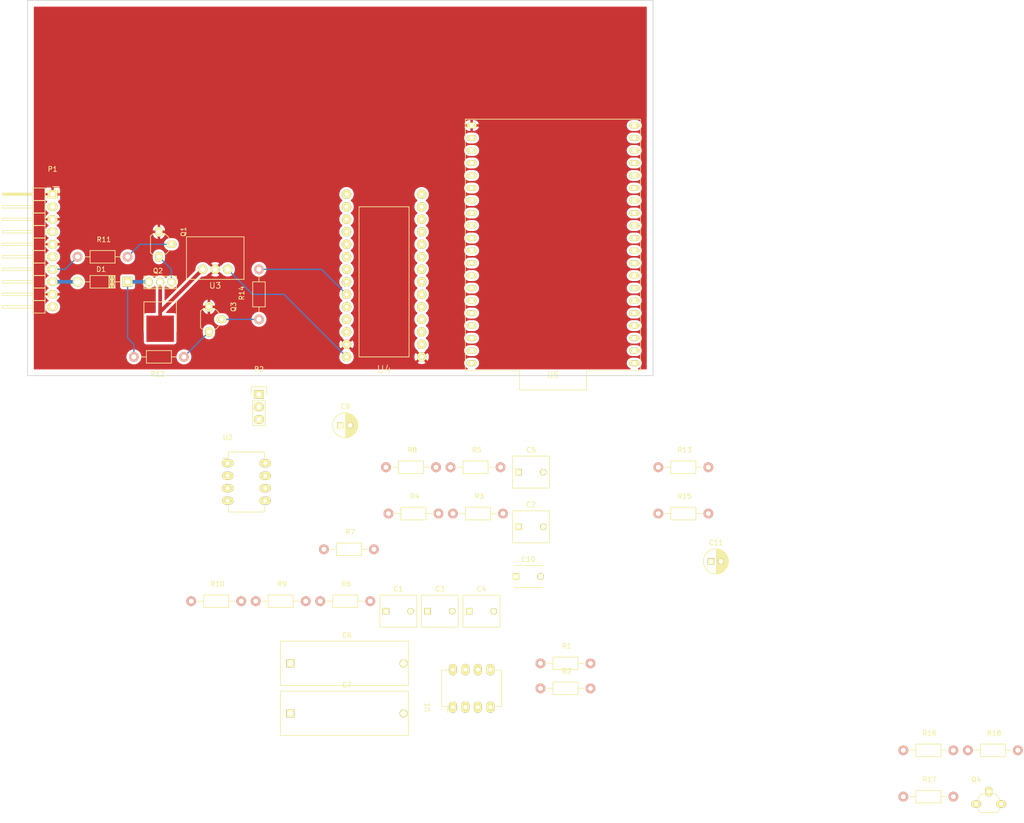
<source format=kicad_pcb>
(kicad_pcb (version 4) (host pcbnew 4.0.2-stable)

  (general
    (links 88)
    (no_connects 67)
    (area 25.324999 25.324999 152.475001 101.675001)
    (thickness 1.6)
    (drawings 4)
    (tracks 24)
    (zones 0)
    (modules 40)
    (nets 83)
  )

  (page A4)
  (layers
    (0 F.Cu signal)
    (31 B.Cu signal)
    (32 B.Adhes user)
    (33 F.Adhes user)
    (34 B.Paste user)
    (35 F.Paste user)
    (36 B.SilkS user)
    (37 F.SilkS user)
    (38 B.Mask user)
    (39 F.Mask user)
    (40 Dwgs.User user)
    (41 Cmts.User user)
    (42 Eco1.User user)
    (43 Eco2.User user)
    (44 Edge.Cuts user)
    (45 Margin user)
    (46 B.CrtYd user)
    (47 F.CrtYd user)
    (48 B.Fab user)
    (49 F.Fab user)
  )

  (setup
    (last_trace_width 0.25)
    (trace_clearance 0.2)
    (zone_clearance 0.508)
    (zone_45_only no)
    (trace_min 0.2)
    (segment_width 0.2)
    (edge_width 0.15)
    (via_size 0.6)
    (via_drill 0.4)
    (via_min_size 0.4)
    (via_min_drill 0.3)
    (uvia_size 0.3)
    (uvia_drill 0.1)
    (uvias_allowed no)
    (uvia_min_size 0.2)
    (uvia_min_drill 0.1)
    (pcb_text_width 0.3)
    (pcb_text_size 1.5 1.5)
    (mod_edge_width 0.15)
    (mod_text_size 1 1)
    (mod_text_width 0.15)
    (pad_size 2.032 1.7272)
    (pad_drill 1.016)
    (pad_to_mask_clearance 0.2)
    (aux_axis_origin 0 0)
    (visible_elements FFFFFF7F)
    (pcbplotparams
      (layerselection 0x00030_80000001)
      (usegerberextensions false)
      (excludeedgelayer true)
      (linewidth 0.100000)
      (plotframeref false)
      (viasonmask false)
      (mode 1)
      (useauxorigin false)
      (hpglpennumber 1)
      (hpglpenspeed 20)
      (hpglpendiameter 15)
      (hpglpenoverlay 2)
      (psnegative false)
      (psa4output false)
      (plotreference true)
      (plotvalue true)
      (plotinvisibletext false)
      (padsonsilk false)
      (subtractmaskfromsilk false)
      (outputformat 1)
      (mirror false)
      (drillshape 1)
      (scaleselection 1)
      (outputdirectory ""))
  )

  (net 0 "")
  (net 1 /power/battIn)
  (net 2 "Net-(D1-Pad1)")
  (net 3 "Net-(Q1-Pad2)")
  (net 4 GND)
  (net 5 "Net-(Q1-Pad3)")
  (net 6 /mbus_if/SW12VIn)
  (net 7 "Net-(Q3-Pad2)")
  (net 8 "Net-(Q4-Pad2)")
  (net 9 /mbus_if/mbusBi)
  (net 10 "Net-(C1-Pad1)")
  (net 11 /audio/R+)
  (net 12 "Net-(C2-Pad1)")
  (net 13 /audio/R-)
  (net 14 "Net-(C3-Pad1)")
  (net 15 /audio/L+)
  (net 16 "Net-(C4-Pad1)")
  (net 17 /audio/L-)
  (net 18 "Net-(C5-Pad2)")
  (net 19 +5V)
  (net 20 /audio/left)
  (net 21 /audio/right)
  (net 22 /power/accIn)
  (net 23 "Net-(R3-Pad2)")
  (net 24 "Net-(R4-Pad2)")
  (net 25 "Net-(R5-Pad2)")
  (net 26 "Net-(R10-Pad1)")
  (net 27 "Net-(C7-Pad2)")
  (net 28 "Net-(C6-Pad2)")
  (net 29 "Net-(R13-Pad1)")
  (net 30 /power/holdPowerOnIn)
  (net 31 /mbus_if/driveMbusLoIn)
  (net 32 "Net-(R17-Pad1)")
  (net 33 /teensy/rn52RxIn)
  (net 34 /teensy/rn52TxOut)
  (net 35 /teensy/rn52CtsOut)
  (net 36 /teensy/rn52RtsIn)
  (net 37 /bluetooth/cmdLoIn)
  (net 38 /bluetooth/connStatEventOut)
  (net 39 /bluetooth/powerEnIn)
  (net 40 "Net-(U4-Pad7)")
  (net 41 "Net-(U4-Pad8)")
  (net 42 "Net-(U4-Pad9)")
  (net 43 "Net-(U4-Pad10)")
  (net 44 "Net-(U4-Pad11)")
  (net 45 "Net-(U4-Pad12)")
  (net 46 "Net-(U4-Pad13)")
  (net 47 "Net-(U4-Pad14)")
  (net 48 "Net-(U4-Pad15)")
  (net 49 "Net-(U4-Pad16)")
  (net 50 "Net-(U4-Pad17)")
  (net 51 "Net-(U4-Pad18)")
  (net 52 "Net-(U4-Pad19)")
  (net 53 /teensy/accSenseIn)
  (net 54 /teensy/mbusSenseIn)
  (net 55 /bluetooth/3vIn)
  (net 56 "Net-(U5-Pad1)")
  (net 57 "Net-(U5-Pad3)")
  (net 58 "Net-(U5-Pad4)")
  (net 59 "Net-(U5-Pad36)")
  (net 60 "Net-(U5-Pad5)")
  (net 61 "Net-(U5-Pad35)")
  (net 62 "Net-(U5-Pad6)")
  (net 63 "Net-(U5-Pad34)")
  (net 64 "Net-(U5-Pad7)")
  (net 65 "Net-(U5-Pad33)")
  (net 66 "Net-(U5-Pad8)")
  (net 67 "Net-(U5-Pad32)")
  (net 68 "Net-(U5-Pad9)")
  (net 69 "Net-(U5-Pad31)")
  (net 70 "Net-(U5-Pad30)")
  (net 71 /bluetooth/usbProgD-)
  (net 72 "Net-(U5-Pad29)")
  (net 73 /bluetooth/usbProgD+)
  (net 74 "Net-(U5-Pad28)")
  (net 75 "Net-(U5-Pad27)")
  (net 76 "Net-(U5-Pad26)")
  (net 77 "Net-(U5-Pad25)")
  (net 78 "Net-(U5-Pad24)")
  (net 79 "Net-(U5-Pad17)")
  (net 80 "Net-(U5-Pad23)")
  (net 81 "Net-(U5-Pad18)")
  (net 82 "Net-(U5-Pad22)")

  (net_class Default "This is the default net class."
    (clearance 0.2)
    (trace_width 0.25)
    (via_dia 0.6)
    (via_drill 0.4)
    (uvia_dia 0.3)
    (uvia_drill 0.1)
    (add_net +5V)
    (add_net /audio/L+)
    (add_net /audio/L-)
    (add_net /audio/R+)
    (add_net /audio/R-)
    (add_net /audio/left)
    (add_net /audio/right)
    (add_net /bluetooth/3vIn)
    (add_net /bluetooth/cmdLoIn)
    (add_net /bluetooth/connStatEventOut)
    (add_net /bluetooth/powerEnIn)
    (add_net /bluetooth/usbProgD+)
    (add_net /bluetooth/usbProgD-)
    (add_net /mbus_if/SW12VIn)
    (add_net /mbus_if/driveMbusLoIn)
    (add_net /mbus_if/mbusBi)
    (add_net /power/accIn)
    (add_net /power/battIn)
    (add_net /power/holdPowerOnIn)
    (add_net /teensy/accSenseIn)
    (add_net /teensy/mbusSenseIn)
    (add_net /teensy/rn52CtsOut)
    (add_net /teensy/rn52RtsIn)
    (add_net /teensy/rn52RxIn)
    (add_net /teensy/rn52TxOut)
    (add_net GND)
    (add_net "Net-(C1-Pad1)")
    (add_net "Net-(C2-Pad1)")
    (add_net "Net-(C3-Pad1)")
    (add_net "Net-(C4-Pad1)")
    (add_net "Net-(C5-Pad2)")
    (add_net "Net-(C6-Pad2)")
    (add_net "Net-(C7-Pad2)")
    (add_net "Net-(D1-Pad1)")
    (add_net "Net-(Q1-Pad2)")
    (add_net "Net-(Q1-Pad3)")
    (add_net "Net-(Q3-Pad2)")
    (add_net "Net-(Q4-Pad2)")
    (add_net "Net-(R10-Pad1)")
    (add_net "Net-(R13-Pad1)")
    (add_net "Net-(R17-Pad1)")
    (add_net "Net-(R3-Pad2)")
    (add_net "Net-(R4-Pad2)")
    (add_net "Net-(R5-Pad2)")
    (add_net "Net-(U4-Pad10)")
    (add_net "Net-(U4-Pad11)")
    (add_net "Net-(U4-Pad12)")
    (add_net "Net-(U4-Pad13)")
    (add_net "Net-(U4-Pad14)")
    (add_net "Net-(U4-Pad15)")
    (add_net "Net-(U4-Pad16)")
    (add_net "Net-(U4-Pad17)")
    (add_net "Net-(U4-Pad18)")
    (add_net "Net-(U4-Pad19)")
    (add_net "Net-(U4-Pad7)")
    (add_net "Net-(U4-Pad8)")
    (add_net "Net-(U4-Pad9)")
    (add_net "Net-(U5-Pad1)")
    (add_net "Net-(U5-Pad17)")
    (add_net "Net-(U5-Pad18)")
    (add_net "Net-(U5-Pad22)")
    (add_net "Net-(U5-Pad23)")
    (add_net "Net-(U5-Pad24)")
    (add_net "Net-(U5-Pad25)")
    (add_net "Net-(U5-Pad26)")
    (add_net "Net-(U5-Pad27)")
    (add_net "Net-(U5-Pad28)")
    (add_net "Net-(U5-Pad29)")
    (add_net "Net-(U5-Pad3)")
    (add_net "Net-(U5-Pad30)")
    (add_net "Net-(U5-Pad31)")
    (add_net "Net-(U5-Pad32)")
    (add_net "Net-(U5-Pad33)")
    (add_net "Net-(U5-Pad34)")
    (add_net "Net-(U5-Pad35)")
    (add_net "Net-(U5-Pad36)")
    (add_net "Net-(U5-Pad4)")
    (add_net "Net-(U5-Pad5)")
    (add_net "Net-(U5-Pad6)")
    (add_net "Net-(U5-Pad7)")
    (add_net "Net-(U5-Pad8)")
    (add_net "Net-(U5-Pad9)")
  )

  (module Capacitors_ThroughHole:C_Rect_L7.5_W6.5_P5 (layer F.Cu) (tedit 0) (tstamp 56F35584)
    (at 98.175001 149.425)
    (descr "Film Capacitor Length 7.5mm x Width 6.5mm, Pitch 5mm")
    (tags Capacitor)
    (path /56EF6FF5/56EF7DC2)
    (fp_text reference C1 (at 2.5 -4.5) (layer F.SilkS)
      (effects (font (size 1 1) (thickness 0.15)))
    )
    (fp_text value 1uF (at 2.5 4.5) (layer F.Fab)
      (effects (font (size 1 1) (thickness 0.15)))
    )
    (fp_line (start -1.5 -3.5) (end 6.5 -3.5) (layer F.CrtYd) (width 0.05))
    (fp_line (start 6.5 -3.5) (end 6.5 3.5) (layer F.CrtYd) (width 0.05))
    (fp_line (start 6.5 3.5) (end -1.5 3.5) (layer F.CrtYd) (width 0.05))
    (fp_line (start -1.5 3.5) (end -1.5 -3.5) (layer F.CrtYd) (width 0.05))
    (fp_line (start -1.25 -3.25) (end 6.25 -3.25) (layer F.SilkS) (width 0.15))
    (fp_line (start 6.25 -3.25) (end 6.25 3.25) (layer F.SilkS) (width 0.15))
    (fp_line (start 6.25 3.25) (end -1.25 3.25) (layer F.SilkS) (width 0.15))
    (fp_line (start -1.25 3.25) (end -1.25 -3.25) (layer F.SilkS) (width 0.15))
    (pad 1 thru_hole rect (at 0 0) (size 1.3 1.3) (drill 0.8) (layers *.Cu *.Mask F.SilkS)
      (net 10 "Net-(C1-Pad1)"))
    (pad 2 thru_hole circle (at 5 0) (size 1.3 1.3) (drill 0.8) (layers *.Cu *.Mask F.SilkS)
      (net 11 /audio/R+))
  )

  (module Capacitors_ThroughHole:C_Rect_L7.5_W6.5_P5 (layer F.Cu) (tedit 0) (tstamp 56F3558A)
    (at 125.125001 132.295)
    (descr "Film Capacitor Length 7.5mm x Width 6.5mm, Pitch 5mm")
    (tags Capacitor)
    (path /56EF6FF5/56EF7D69)
    (fp_text reference C2 (at 2.5 -4.5) (layer F.SilkS)
      (effects (font (size 1 1) (thickness 0.15)))
    )
    (fp_text value 1uF (at 2.5 4.5) (layer F.Fab)
      (effects (font (size 1 1) (thickness 0.15)))
    )
    (fp_line (start -1.5 -3.5) (end 6.5 -3.5) (layer F.CrtYd) (width 0.05))
    (fp_line (start 6.5 -3.5) (end 6.5 3.5) (layer F.CrtYd) (width 0.05))
    (fp_line (start 6.5 3.5) (end -1.5 3.5) (layer F.CrtYd) (width 0.05))
    (fp_line (start -1.5 3.5) (end -1.5 -3.5) (layer F.CrtYd) (width 0.05))
    (fp_line (start -1.25 -3.25) (end 6.25 -3.25) (layer F.SilkS) (width 0.15))
    (fp_line (start 6.25 -3.25) (end 6.25 3.25) (layer F.SilkS) (width 0.15))
    (fp_line (start 6.25 3.25) (end -1.25 3.25) (layer F.SilkS) (width 0.15))
    (fp_line (start -1.25 3.25) (end -1.25 -3.25) (layer F.SilkS) (width 0.15))
    (pad 1 thru_hole rect (at 0 0) (size 1.3 1.3) (drill 0.8) (layers *.Cu *.Mask F.SilkS)
      (net 12 "Net-(C2-Pad1)"))
    (pad 2 thru_hole circle (at 5 0) (size 1.3 1.3) (drill 0.8) (layers *.Cu *.Mask F.SilkS)
      (net 13 /audio/R-))
  )

  (module Capacitors_ThroughHole:C_Rect_L7.5_W6.5_P5 (layer F.Cu) (tedit 0) (tstamp 56F35590)
    (at 106.625001 149.425)
    (descr "Film Capacitor Length 7.5mm x Width 6.5mm, Pitch 5mm")
    (tags Capacitor)
    (path /56EF6FF5/56EF82B0)
    (fp_text reference C3 (at 2.5 -4.5) (layer F.SilkS)
      (effects (font (size 1 1) (thickness 0.15)))
    )
    (fp_text value 1uF (at 2.5 4.5) (layer F.Fab)
      (effects (font (size 1 1) (thickness 0.15)))
    )
    (fp_line (start -1.5 -3.5) (end 6.5 -3.5) (layer F.CrtYd) (width 0.05))
    (fp_line (start 6.5 -3.5) (end 6.5 3.5) (layer F.CrtYd) (width 0.05))
    (fp_line (start 6.5 3.5) (end -1.5 3.5) (layer F.CrtYd) (width 0.05))
    (fp_line (start -1.5 3.5) (end -1.5 -3.5) (layer F.CrtYd) (width 0.05))
    (fp_line (start -1.25 -3.25) (end 6.25 -3.25) (layer F.SilkS) (width 0.15))
    (fp_line (start 6.25 -3.25) (end 6.25 3.25) (layer F.SilkS) (width 0.15))
    (fp_line (start 6.25 3.25) (end -1.25 3.25) (layer F.SilkS) (width 0.15))
    (fp_line (start -1.25 3.25) (end -1.25 -3.25) (layer F.SilkS) (width 0.15))
    (pad 1 thru_hole rect (at 0 0) (size 1.3 1.3) (drill 0.8) (layers *.Cu *.Mask F.SilkS)
      (net 14 "Net-(C3-Pad1)"))
    (pad 2 thru_hole circle (at 5 0) (size 1.3 1.3) (drill 0.8) (layers *.Cu *.Mask F.SilkS)
      (net 15 /audio/L+))
  )

  (module Capacitors_ThroughHole:C_Rect_L7.5_W6.5_P5 (layer F.Cu) (tedit 0) (tstamp 56F35596)
    (at 115.075001 149.425)
    (descr "Film Capacitor Length 7.5mm x Width 6.5mm, Pitch 5mm")
    (tags Capacitor)
    (path /56EF6FF5/56EF82AA)
    (fp_text reference C4 (at 2.5 -4.5) (layer F.SilkS)
      (effects (font (size 1 1) (thickness 0.15)))
    )
    (fp_text value 1uF (at 2.5 4.5) (layer F.Fab)
      (effects (font (size 1 1) (thickness 0.15)))
    )
    (fp_line (start -1.5 -3.5) (end 6.5 -3.5) (layer F.CrtYd) (width 0.05))
    (fp_line (start 6.5 -3.5) (end 6.5 3.5) (layer F.CrtYd) (width 0.05))
    (fp_line (start 6.5 3.5) (end -1.5 3.5) (layer F.CrtYd) (width 0.05))
    (fp_line (start -1.5 3.5) (end -1.5 -3.5) (layer F.CrtYd) (width 0.05))
    (fp_line (start -1.25 -3.25) (end 6.25 -3.25) (layer F.SilkS) (width 0.15))
    (fp_line (start 6.25 -3.25) (end 6.25 3.25) (layer F.SilkS) (width 0.15))
    (fp_line (start 6.25 3.25) (end -1.25 3.25) (layer F.SilkS) (width 0.15))
    (fp_line (start -1.25 3.25) (end -1.25 -3.25) (layer F.SilkS) (width 0.15))
    (pad 1 thru_hole rect (at 0 0) (size 1.3 1.3) (drill 0.8) (layers *.Cu *.Mask F.SilkS)
      (net 16 "Net-(C4-Pad1)"))
    (pad 2 thru_hole circle (at 5 0) (size 1.3 1.3) (drill 0.8) (layers *.Cu *.Mask F.SilkS)
      (net 17 /audio/L-))
  )

  (module Capacitors_ThroughHole:C_Rect_L7.5_W6.5_P5 (layer F.Cu) (tedit 0) (tstamp 56F3559C)
    (at 125.125001 121.195)
    (descr "Film Capacitor Length 7.5mm x Width 6.5mm, Pitch 5mm")
    (tags Capacitor)
    (path /56EF6FF5/56EF7F9D)
    (fp_text reference C5 (at 2.5 -4.5) (layer F.SilkS)
      (effects (font (size 1 1) (thickness 0.15)))
    )
    (fp_text value 1uF (at 2.5 4.5) (layer F.Fab)
      (effects (font (size 1 1) (thickness 0.15)))
    )
    (fp_line (start -1.5 -3.5) (end 6.5 -3.5) (layer F.CrtYd) (width 0.05))
    (fp_line (start 6.5 -3.5) (end 6.5 3.5) (layer F.CrtYd) (width 0.05))
    (fp_line (start 6.5 3.5) (end -1.5 3.5) (layer F.CrtYd) (width 0.05))
    (fp_line (start -1.5 3.5) (end -1.5 -3.5) (layer F.CrtYd) (width 0.05))
    (fp_line (start -1.25 -3.25) (end 6.25 -3.25) (layer F.SilkS) (width 0.15))
    (fp_line (start 6.25 -3.25) (end 6.25 3.25) (layer F.SilkS) (width 0.15))
    (fp_line (start 6.25 3.25) (end -1.25 3.25) (layer F.SilkS) (width 0.15))
    (fp_line (start -1.25 3.25) (end -1.25 -3.25) (layer F.SilkS) (width 0.15))
    (pad 1 thru_hole rect (at 0 0) (size 1.3 1.3) (drill 0.8) (layers *.Cu *.Mask F.SilkS)
      (net 4 GND))
    (pad 2 thru_hole circle (at 5 0) (size 1.3 1.3) (drill 0.8) (layers *.Cu *.Mask F.SilkS)
      (net 18 "Net-(C5-Pad2)"))
  )

  (module Capacitors_ThroughHole:C_Rect_L27_W9_H17_P23 (layer F.Cu) (tedit 0) (tstamp 56F355A2)
    (at 78.74 160.02)
    (descr "Film Capacitor Length 27mm x Width 9mm x Heigth 17mm, Pitch 23mm")
    (tags "Kemet R.46 Capacitor")
    (path /56EF6FF5/56F36552)
    (fp_text reference C6 (at 11.5 -5.75) (layer F.SilkS)
      (effects (font (size 1 1) (thickness 0.15)))
    )
    (fp_text value 2.7uF (at 11.5 5.75) (layer F.Fab)
      (effects (font (size 1 1) (thickness 0.15)))
    )
    (fp_line (start -2.25 -4.75) (end 24.25 -4.75) (layer F.CrtYd) (width 0.05))
    (fp_line (start 24.25 -4.75) (end 24.25 4.75) (layer F.CrtYd) (width 0.05))
    (fp_line (start 24.25 4.75) (end -2.25 4.75) (layer F.CrtYd) (width 0.05))
    (fp_line (start -2.25 4.75) (end -2.25 -4.75) (layer F.CrtYd) (width 0.05))
    (fp_line (start -2 -4.5) (end 24 -4.5) (layer F.SilkS) (width 0.15))
    (fp_line (start 24 -4.5) (end 24 4.5) (layer F.SilkS) (width 0.15))
    (fp_line (start 24 4.5) (end -2 4.5) (layer F.SilkS) (width 0.15))
    (fp_line (start -2 4.5) (end -2 -4.5) (layer F.SilkS) (width 0.15))
    (pad 1 thru_hole rect (at 0 0) (size 1.6 1.6) (drill 1.1) (layers *.Cu *.Mask F.SilkS)
      (net 20 /audio/left))
    (pad 2 thru_hole circle (at 23 0) (size 1.6 1.6) (drill 1.1) (layers *.Cu *.Mask F.SilkS)
      (net 28 "Net-(C6-Pad2)"))
    (model Capacitors_ThroughHole.3dshapes/C_Rect_L27_W9_H17_P23.wrl
      (at (xyz 0.452756 0 0))
      (scale (xyz 4 4 4))
      (rotate (xyz 0 0 0))
    )
  )

  (module Capacitors_ThroughHole:C_Rect_L27_W9_H17_P23 (layer F.Cu) (tedit 0) (tstamp 56F355A8)
    (at 78.74 170.18)
    (descr "Film Capacitor Length 27mm x Width 9mm x Heigth 17mm, Pitch 23mm")
    (tags "Kemet R.46 Capacitor")
    (path /56EF6FF5/56F3610F)
    (fp_text reference C7 (at 11.5 -5.75) (layer F.SilkS)
      (effects (font (size 1 1) (thickness 0.15)))
    )
    (fp_text value 2.7uF (at 11.5 5.75) (layer F.Fab)
      (effects (font (size 1 1) (thickness 0.15)))
    )
    (fp_line (start -2.25 -4.75) (end 24.25 -4.75) (layer F.CrtYd) (width 0.05))
    (fp_line (start 24.25 -4.75) (end 24.25 4.75) (layer F.CrtYd) (width 0.05))
    (fp_line (start 24.25 4.75) (end -2.25 4.75) (layer F.CrtYd) (width 0.05))
    (fp_line (start -2.25 4.75) (end -2.25 -4.75) (layer F.CrtYd) (width 0.05))
    (fp_line (start -2 -4.5) (end 24 -4.5) (layer F.SilkS) (width 0.15))
    (fp_line (start 24 -4.5) (end 24 4.5) (layer F.SilkS) (width 0.15))
    (fp_line (start 24 4.5) (end -2 4.5) (layer F.SilkS) (width 0.15))
    (fp_line (start -2 4.5) (end -2 -4.5) (layer F.SilkS) (width 0.15))
    (pad 1 thru_hole rect (at 0 0) (size 1.6 1.6) (drill 1.1) (layers *.Cu *.Mask F.SilkS)
      (net 21 /audio/right))
    (pad 2 thru_hole circle (at 23 0) (size 1.6 1.6) (drill 1.1) (layers *.Cu *.Mask F.SilkS)
      (net 27 "Net-(C7-Pad2)"))
    (model Capacitors_ThroughHole.3dshapes/C_Rect_L27_W9_H17_P23.wrl
      (at (xyz 0.452756 0 0))
      (scale (xyz 4 4 4))
      (rotate (xyz 0 0 0))
    )
  )

  (module Capacitors_ThroughHole:C_Disc_D6_P5 (layer F.Cu) (tedit 0) (tstamp 56F355AE)
    (at 124.575001 142.395)
    (descr "Capacitor 6mm Disc, Pitch 5mm")
    (tags Capacitor)
    (path /56EF6FF5/56F34F1E)
    (fp_text reference C10 (at 2.5 -3.5) (layer F.SilkS)
      (effects (font (size 1 1) (thickness 0.15)))
    )
    (fp_text value 0.1uF (at 2.5 3.5) (layer F.Fab)
      (effects (font (size 1 1) (thickness 0.15)))
    )
    (fp_line (start -0.95 -2.5) (end 5.95 -2.5) (layer F.CrtYd) (width 0.05))
    (fp_line (start 5.95 -2.5) (end 5.95 2.5) (layer F.CrtYd) (width 0.05))
    (fp_line (start 5.95 2.5) (end -0.95 2.5) (layer F.CrtYd) (width 0.05))
    (fp_line (start -0.95 2.5) (end -0.95 -2.5) (layer F.CrtYd) (width 0.05))
    (fp_line (start -0.5 -2.25) (end 5.5 -2.25) (layer F.SilkS) (width 0.15))
    (fp_line (start 5.5 2.25) (end -0.5 2.25) (layer F.SilkS) (width 0.15))
    (pad 1 thru_hole rect (at 0 0) (size 1.4 1.4) (drill 0.9) (layers *.Cu *.Mask F.SilkS)
      (net 4 GND))
    (pad 2 thru_hole circle (at 5 0) (size 1.4 1.4) (drill 0.9) (layers *.Cu *.Mask F.SilkS)
      (net 19 +5V))
    (model Capacitors_ThroughHole.3dshapes/C_Disc_D6_P5.wrl
      (at (xyz 0.0984252 0 0))
      (scale (xyz 1 1 1))
      (rotate (xyz 0 0 0))
    )
  )

  (module Capacitors_ThroughHole:C_Radial_D5_L11_P2 (layer F.Cu) (tedit 0) (tstamp 56F355B4)
    (at 164.175001 139.315)
    (descr "Radial Electrolytic Capacitor 5mm x Length 11mm, Pitch 2mm")
    (tags "Electrolytic Capacitor")
    (path /56F10EEE/56F1227F)
    (fp_text reference C11 (at 1 -3.8) (layer F.SilkS)
      (effects (font (size 1 1) (thickness 0.15)))
    )
    (fp_text value 100uF/10V (at 1 3.8) (layer F.Fab)
      (effects (font (size 1 1) (thickness 0.15)))
    )
    (fp_line (start 1.075 -2.499) (end 1.075 2.499) (layer F.SilkS) (width 0.15))
    (fp_line (start 1.215 -2.491) (end 1.215 -0.154) (layer F.SilkS) (width 0.15))
    (fp_line (start 1.215 0.154) (end 1.215 2.491) (layer F.SilkS) (width 0.15))
    (fp_line (start 1.355 -2.475) (end 1.355 -0.473) (layer F.SilkS) (width 0.15))
    (fp_line (start 1.355 0.473) (end 1.355 2.475) (layer F.SilkS) (width 0.15))
    (fp_line (start 1.495 -2.451) (end 1.495 -0.62) (layer F.SilkS) (width 0.15))
    (fp_line (start 1.495 0.62) (end 1.495 2.451) (layer F.SilkS) (width 0.15))
    (fp_line (start 1.635 -2.418) (end 1.635 -0.712) (layer F.SilkS) (width 0.15))
    (fp_line (start 1.635 0.712) (end 1.635 2.418) (layer F.SilkS) (width 0.15))
    (fp_line (start 1.775 -2.377) (end 1.775 -0.768) (layer F.SilkS) (width 0.15))
    (fp_line (start 1.775 0.768) (end 1.775 2.377) (layer F.SilkS) (width 0.15))
    (fp_line (start 1.915 -2.327) (end 1.915 -0.795) (layer F.SilkS) (width 0.15))
    (fp_line (start 1.915 0.795) (end 1.915 2.327) (layer F.SilkS) (width 0.15))
    (fp_line (start 2.055 -2.266) (end 2.055 -0.798) (layer F.SilkS) (width 0.15))
    (fp_line (start 2.055 0.798) (end 2.055 2.266) (layer F.SilkS) (width 0.15))
    (fp_line (start 2.195 -2.196) (end 2.195 -0.776) (layer F.SilkS) (width 0.15))
    (fp_line (start 2.195 0.776) (end 2.195 2.196) (layer F.SilkS) (width 0.15))
    (fp_line (start 2.335 -2.114) (end 2.335 -0.726) (layer F.SilkS) (width 0.15))
    (fp_line (start 2.335 0.726) (end 2.335 2.114) (layer F.SilkS) (width 0.15))
    (fp_line (start 2.475 -2.019) (end 2.475 -0.644) (layer F.SilkS) (width 0.15))
    (fp_line (start 2.475 0.644) (end 2.475 2.019) (layer F.SilkS) (width 0.15))
    (fp_line (start 2.615 -1.908) (end 2.615 -0.512) (layer F.SilkS) (width 0.15))
    (fp_line (start 2.615 0.512) (end 2.615 1.908) (layer F.SilkS) (width 0.15))
    (fp_line (start 2.755 -1.78) (end 2.755 -0.265) (layer F.SilkS) (width 0.15))
    (fp_line (start 2.755 0.265) (end 2.755 1.78) (layer F.SilkS) (width 0.15))
    (fp_line (start 2.895 -1.631) (end 2.895 1.631) (layer F.SilkS) (width 0.15))
    (fp_line (start 3.035 -1.452) (end 3.035 1.452) (layer F.SilkS) (width 0.15))
    (fp_line (start 3.175 -1.233) (end 3.175 1.233) (layer F.SilkS) (width 0.15))
    (fp_line (start 3.315 -0.944) (end 3.315 0.944) (layer F.SilkS) (width 0.15))
    (fp_line (start 3.455 -0.472) (end 3.455 0.472) (layer F.SilkS) (width 0.15))
    (fp_circle (center 2 0) (end 2 -0.8) (layer F.SilkS) (width 0.15))
    (fp_circle (center 1 0) (end 1 -2.5375) (layer F.SilkS) (width 0.15))
    (fp_circle (center 1 0) (end 1 -2.8) (layer F.CrtYd) (width 0.05))
    (pad 1 thru_hole rect (at 0 0) (size 1.3 1.3) (drill 0.8) (layers *.Cu *.Mask F.SilkS)
      (net 19 +5V))
    (pad 2 thru_hole circle (at 2 0) (size 1.3 1.3) (drill 0.8) (layers *.Cu *.Mask F.SilkS)
      (net 4 GND))
    (model Capacitors_ThroughHole.3dshapes/C_Radial_D5_L11_P2.wrl
      (at (xyz 0 0 0))
      (scale (xyz 1 1 1))
      (rotate (xyz 0 0 0))
    )
  )

  (module Diodes_ThroughHole:Diode_DO-41_SOD81_Horizontal_RM10 (layer F.Cu) (tedit 552FFCCE) (tstamp 56F355BA)
    (at 45.72 82.54746 180)
    (descr "Diode, DO-41, SOD81, Horizontal, RM 10mm,")
    (tags "Diode, DO-41, SOD81, Horizontal, RM 10mm, 1N4007, SB140,")
    (path /56F10EEE/56F11305)
    (fp_text reference D1 (at 5.38734 2.53746 180) (layer F.SilkS)
      (effects (font (size 1 1) (thickness 0.15)))
    )
    (fp_text value 1N4004 (at 4.37134 -3.55854 180) (layer F.Fab)
      (effects (font (size 1 1) (thickness 0.15)))
    )
    (fp_line (start 7.62 -0.00254) (end 8.636 -0.00254) (layer F.SilkS) (width 0.15))
    (fp_line (start 2.794 -0.00254) (end 1.524 -0.00254) (layer F.SilkS) (width 0.15))
    (fp_line (start 3.048 -1.27254) (end 3.048 1.26746) (layer F.SilkS) (width 0.15))
    (fp_line (start 3.302 -1.27254) (end 3.302 1.26746) (layer F.SilkS) (width 0.15))
    (fp_line (start 3.556 -1.27254) (end 3.556 1.26746) (layer F.SilkS) (width 0.15))
    (fp_line (start 2.794 -1.27254) (end 2.794 1.26746) (layer F.SilkS) (width 0.15))
    (fp_line (start 3.81 -1.27254) (end 2.54 1.26746) (layer F.SilkS) (width 0.15))
    (fp_line (start 2.54 -1.27254) (end 3.81 1.26746) (layer F.SilkS) (width 0.15))
    (fp_line (start 3.81 -1.27254) (end 3.81 1.26746) (layer F.SilkS) (width 0.15))
    (fp_line (start 3.175 -1.27254) (end 3.175 1.26746) (layer F.SilkS) (width 0.15))
    (fp_line (start 2.54 1.26746) (end 2.54 -1.27254) (layer F.SilkS) (width 0.15))
    (fp_line (start 2.54 -1.27254) (end 7.62 -1.27254) (layer F.SilkS) (width 0.15))
    (fp_line (start 7.62 -1.27254) (end 7.62 1.26746) (layer F.SilkS) (width 0.15))
    (fp_line (start 7.62 1.26746) (end 2.54 1.26746) (layer F.SilkS) (width 0.15))
    (pad 2 thru_hole circle (at 10.16 -0.00254) (size 1.99898 1.99898) (drill 1.27) (layers *.Cu *.Mask F.SilkS)
      (net 1 /power/battIn))
    (pad 1 thru_hole rect (at 0 -0.00254) (size 1.99898 1.99898) (drill 1.00076) (layers *.Cu *.Mask F.SilkS)
      (net 2 "Net-(D1-Pad1)"))
  )

  (module diy-acura-bluetooth:mbus_conn (layer F.Cu) (tedit 56F4A5B3) (tstamp 56F355C8)
    (at 30.48 64.77)
    (descr "Mbus Through hole pin header")
    (tags mbus)
    (path /56EF363F)
    (fp_text reference P1 (at 0 -5.1) (layer F.SilkS)
      (effects (font (size 1 1) (thickness 0.15)))
    )
    (fp_text value MBUS_CONN (at 0 -3.1) (layer F.Fab)
      (effects (font (size 1 1) (thickness 0.15)))
    )
    (fp_line (start 1.5 -1.75) (end 1.5 24.65) (layer F.CrtYd) (width 0.05))
    (fp_line (start -10.65 -1.75) (end -10.65 24.65) (layer F.CrtYd) (width 0.05))
    (fp_line (start 1.5 -1.75) (end -10.65 -1.75) (layer F.CrtYd) (width 0.05))
    (fp_line (start 1.5 24.65) (end -10.65 24.65) (layer F.CrtYd) (width 0.05))
    (fp_line (start 1.3 -1.55) (end 1.3 0) (layer F.SilkS) (width 0.15))
    (fp_line (start 0 -1.55) (end 1.3 -1.55) (layer F.SilkS) (width 0.15))
    (fp_line (start -4.191 -0.127) (end -10.033 -0.127) (layer F.SilkS) (width 0.15))
    (fp_line (start -10.033 -0.127) (end -10.033 0.127) (layer F.SilkS) (width 0.15))
    (fp_line (start -10.033 0.127) (end -4.191 0.127) (layer F.SilkS) (width 0.15))
    (fp_line (start -4.191 0.127) (end -4.191 0) (layer F.SilkS) (width 0.15))
    (fp_line (start -4.191 0) (end -10.033 0) (layer F.SilkS) (width 0.15))
    (fp_line (start -1.524 17.526) (end -1.143 17.526) (layer F.SilkS) (width 0.15))
    (fp_line (start -1.524 18.034) (end -1.143 18.034) (layer F.SilkS) (width 0.15))
    (fp_line (start -1.524 20.066) (end -1.143 20.066) (layer F.SilkS) (width 0.15))
    (fp_line (start -1.524 20.574) (end -1.143 20.574) (layer F.SilkS) (width 0.15))
    (fp_line (start -1.524 22.606) (end -1.143 22.606) (layer F.SilkS) (width 0.15))
    (fp_line (start -1.524 23.114) (end -1.143 23.114) (layer F.SilkS) (width 0.15))
    (fp_line (start -1.524 -0.254) (end -1.143 -0.254) (layer F.SilkS) (width 0.15))
    (fp_line (start -1.524 0.254) (end -1.143 0.254) (layer F.SilkS) (width 0.15))
    (fp_line (start -1.524 2.286) (end -1.143 2.286) (layer F.SilkS) (width 0.15))
    (fp_line (start -1.524 2.794) (end -1.143 2.794) (layer F.SilkS) (width 0.15))
    (fp_line (start -1.524 4.826) (end -1.143 4.826) (layer F.SilkS) (width 0.15))
    (fp_line (start -1.524 5.334) (end -1.143 5.334) (layer F.SilkS) (width 0.15))
    (fp_line (start -1.524 15.494) (end -1.143 15.494) (layer F.SilkS) (width 0.15))
    (fp_line (start -1.524 14.986) (end -1.143 14.986) (layer F.SilkS) (width 0.15))
    (fp_line (start -1.524 12.954) (end -1.143 12.954) (layer F.SilkS) (width 0.15))
    (fp_line (start -1.524 12.446) (end -1.143 12.446) (layer F.SilkS) (width 0.15))
    (fp_line (start -1.524 10.414) (end -1.143 10.414) (layer F.SilkS) (width 0.15))
    (fp_line (start -1.524 9.906) (end -1.143 9.906) (layer F.SilkS) (width 0.15))
    (fp_line (start -1.524 7.874) (end -1.143 7.874) (layer F.SilkS) (width 0.15))
    (fp_line (start -1.524 7.366) (end -1.143 7.366) (layer F.SilkS) (width 0.15))
    (fp_line (start -1.524 13.97) (end -4.064 13.97) (layer F.SilkS) (width 0.15))
    (fp_line (start -1.524 13.97) (end -1.524 16.51) (layer F.SilkS) (width 0.15))
    (fp_line (start -1.524 16.51) (end -4.064 16.51) (layer F.SilkS) (width 0.15))
    (fp_line (start -4.064 14.986) (end -10.16 14.986) (layer F.SilkS) (width 0.15))
    (fp_line (start -10.16 14.986) (end -10.16 15.494) (layer F.SilkS) (width 0.15))
    (fp_line (start -10.16 15.494) (end -4.064 15.494) (layer F.SilkS) (width 0.15))
    (fp_line (start -4.064 16.51) (end -4.064 13.97) (layer F.SilkS) (width 0.15))
    (fp_line (start -4.064 19.05) (end -4.064 16.51) (layer F.SilkS) (width 0.15))
    (fp_line (start -10.16 18.034) (end -4.064 18.034) (layer F.SilkS) (width 0.15))
    (fp_line (start -10.16 17.526) (end -10.16 18.034) (layer F.SilkS) (width 0.15))
    (fp_line (start -4.064 17.526) (end -10.16 17.526) (layer F.SilkS) (width 0.15))
    (fp_line (start -1.524 19.05) (end -4.064 19.05) (layer F.SilkS) (width 0.15))
    (fp_line (start -1.524 16.51) (end -1.524 19.05) (layer F.SilkS) (width 0.15))
    (fp_line (start -1.524 16.51) (end -4.064 16.51) (layer F.SilkS) (width 0.15))
    (fp_line (start -1.524 21.59) (end -4.064 21.59) (layer F.SilkS) (width 0.15))
    (fp_line (start -1.524 21.59) (end -1.524 24.13) (layer F.SilkS) (width 0.15))
    (fp_line (start -4.064 22.606) (end -10.16 22.606) (layer F.SilkS) (width 0.15))
    (fp_line (start -10.16 22.606) (end -10.16 23.114) (layer F.SilkS) (width 0.15))
    (fp_line (start -10.16 23.114) (end -4.064 23.114) (layer F.SilkS) (width 0.15))
    (fp_line (start -4.064 24.13) (end -4.064 21.59) (layer F.SilkS) (width 0.15))
    (fp_line (start -4.064 21.59) (end -4.064 19.05) (layer F.SilkS) (width 0.15))
    (fp_line (start -10.16 20.574) (end -4.064 20.574) (layer F.SilkS) (width 0.15))
    (fp_line (start -10.16 20.066) (end -10.16 20.574) (layer F.SilkS) (width 0.15))
    (fp_line (start -4.064 20.066) (end -10.16 20.066) (layer F.SilkS) (width 0.15))
    (fp_line (start -1.524 21.59) (end -4.064 21.59) (layer F.SilkS) (width 0.15))
    (fp_line (start -1.524 19.05) (end -1.524 21.59) (layer F.SilkS) (width 0.15))
    (fp_line (start -1.524 19.05) (end -4.064 19.05) (layer F.SilkS) (width 0.15))
    (fp_line (start -1.524 24.13) (end -4.064 24.13) (layer F.SilkS) (width 0.15))
    (fp_line (start -1.524 -1.27) (end -4.064 -1.27) (layer F.SilkS) (width 0.15))
    (fp_line (start -1.524 1.27) (end -4.064 1.27) (layer F.SilkS) (width 0.15))
    (fp_line (start -1.524 1.27) (end -1.524 3.81) (layer F.SilkS) (width 0.15))
    (fp_line (start -1.524 3.81) (end -4.064 3.81) (layer F.SilkS) (width 0.15))
    (fp_line (start -4.064 2.286) (end -10.16 2.286) (layer F.SilkS) (width 0.15))
    (fp_line (start -10.16 2.286) (end -10.16 2.794) (layer F.SilkS) (width 0.15))
    (fp_line (start -10.16 2.794) (end -4.064 2.794) (layer F.SilkS) (width 0.15))
    (fp_line (start -4.064 3.81) (end -4.064 1.27) (layer F.SilkS) (width 0.15))
    (fp_line (start -4.064 1.27) (end -4.064 -1.27) (layer F.SilkS) (width 0.15))
    (fp_line (start -10.16 0.254) (end -4.064 0.254) (layer F.SilkS) (width 0.15))
    (fp_line (start -10.16 -0.254) (end -10.16 0.254) (layer F.SilkS) (width 0.15))
    (fp_line (start -4.064 -0.254) (end -10.16 -0.254) (layer F.SilkS) (width 0.15))
    (fp_line (start -1.524 1.27) (end -4.064 1.27) (layer F.SilkS) (width 0.15))
    (fp_line (start -1.524 -1.27) (end -1.524 1.27) (layer F.SilkS) (width 0.15))
    (fp_line (start -1.524 8.89) (end -4.064 8.89) (layer F.SilkS) (width 0.15))
    (fp_line (start -1.524 8.89) (end -1.524 11.43) (layer F.SilkS) (width 0.15))
    (fp_line (start -1.524 11.43) (end -4.064 11.43) (layer F.SilkS) (width 0.15))
    (fp_line (start -4.064 9.906) (end -10.16 9.906) (layer F.SilkS) (width 0.15))
    (fp_line (start -10.16 9.906) (end -10.16 10.414) (layer F.SilkS) (width 0.15))
    (fp_line (start -10.16 10.414) (end -4.064 10.414) (layer F.SilkS) (width 0.15))
    (fp_line (start -4.064 11.43) (end -4.064 8.89) (layer F.SilkS) (width 0.15))
    (fp_line (start -4.064 13.97) (end -4.064 11.43) (layer F.SilkS) (width 0.15))
    (fp_line (start -10.16 12.954) (end -4.064 12.954) (layer F.SilkS) (width 0.15))
    (fp_line (start -10.16 12.446) (end -10.16 12.954) (layer F.SilkS) (width 0.15))
    (fp_line (start -4.064 12.446) (end -10.16 12.446) (layer F.SilkS) (width 0.15))
    (fp_line (start -1.524 13.97) (end -4.064 13.97) (layer F.SilkS) (width 0.15))
    (fp_line (start -1.524 11.43) (end -1.524 13.97) (layer F.SilkS) (width 0.15))
    (fp_line (start -1.524 11.43) (end -4.064 11.43) (layer F.SilkS) (width 0.15))
    (fp_line (start -1.524 6.35) (end -4.064 6.35) (layer F.SilkS) (width 0.15))
    (fp_line (start -1.524 6.35) (end -1.524 8.89) (layer F.SilkS) (width 0.15))
    (fp_line (start -1.524 8.89) (end -4.064 8.89) (layer F.SilkS) (width 0.15))
    (fp_line (start -4.064 7.366) (end -10.16 7.366) (layer F.SilkS) (width 0.15))
    (fp_line (start -10.16 7.366) (end -10.16 7.874) (layer F.SilkS) (width 0.15))
    (fp_line (start -10.16 7.874) (end -4.064 7.874) (layer F.SilkS) (width 0.15))
    (fp_line (start -4.064 8.89) (end -4.064 6.35) (layer F.SilkS) (width 0.15))
    (fp_line (start -4.064 6.35) (end -4.064 3.81) (layer F.SilkS) (width 0.15))
    (fp_line (start -10.16 5.334) (end -4.064 5.334) (layer F.SilkS) (width 0.15))
    (fp_line (start -10.16 4.826) (end -10.16 5.334) (layer F.SilkS) (width 0.15))
    (fp_line (start -4.064 4.826) (end -10.16 4.826) (layer F.SilkS) (width 0.15))
    (fp_line (start -1.524 6.35) (end -4.064 6.35) (layer F.SilkS) (width 0.15))
    (fp_line (start -1.524 3.81) (end -1.524 6.35) (layer F.SilkS) (width 0.15))
    (fp_line (start -1.524 3.81) (end -4.064 3.81) (layer F.SilkS) (width 0.15))
    (pad 1 thru_hole rect (at 0 0) (size 2.032 1.7272) (drill 1.016) (layers *.Cu *.Mask F.SilkS)
      (net 4 GND))
    (pad 2 thru_hole oval (at 0 2.54) (size 2.032 1.7272) (drill 1.016) (layers *.Cu *.Mask F.SilkS)
      (net 20 /audio/left))
    (pad 3 thru_hole oval (at 0 5.08) (size 2.032 1.7272) (drill 1.016) (layers *.Cu *.Mask F.SilkS)
      (net 4 GND))
    (pad 4 thru_hole oval (at 0 7.62) (size 2.032 1.7272) (drill 1.016) (layers *.Cu *.Mask F.SilkS)
      (net 21 /audio/right))
    (pad 5 thru_hole oval (at 0 10.16) (size 2.032 1.7272) (drill 1.016) (layers *.Cu *.Mask F.SilkS)
      (net 4 GND))
    (pad 6 thru_hole oval (at 0 12.7) (size 2.032 1.7272) (drill 1.016) (layers *.Cu *.Mask F.SilkS)
      (net 9 /mbus_if/mbusBi))
    (pad 7 thru_hole oval (at 0 15.24) (size 2.032 1.7272) (drill 1.016) (layers *.Cu *.Mask F.SilkS)
      (net 22 /power/accIn))
    (pad 8 thru_hole oval (at 0 17.78) (size 2.032 1.7272) (drill 1.016) (layers *.Cu *.Mask F.SilkS)
      (net 1 /power/battIn))
    (pad 9 thru_hole oval (at 0 20.32) (size 2.032 1.7272) (drill 1.016) (layers *.Cu *.Mask F.SilkS)
      (net 4 GND))
    (pad 10 thru_hole oval (at 0 22.86) (size 2.032 1.7272) (drill 1.016) (layers *.Cu *.Mask F.SilkS))
  )

  (module TO_SOT_Packages_THT:TO-92_Molded_Wide_Oval (layer F.Cu) (tedit 54F243F6) (tstamp 56F355CF)
    (at 52.07 72.39 270)
    (descr "TO-92 leads molded, wide, oval pads, drill 0.8mm (see NXP sot054_po.pdf)")
    (tags "to-92 sc-43 sc-43a sot54 PA33 transistor")
    (path /56F10EEE/56F11657)
    (fp_text reference Q1 (at 0 -5 270) (layer F.SilkS)
      (effects (font (size 1 1) (thickness 0.15)))
    )
    (fp_text value 2N3904 (at 0 3 270) (layer F.Fab)
      (effects (font (size 1 1) (thickness 0.15)))
    )
    (fp_arc (start 2.54 0) (end 0.34 -1) (angle 41.11209044) (layer F.SilkS) (width 0.15))
    (fp_arc (start 2.54 0) (end 4.74 -1) (angle -41.11210221) (layer F.SilkS) (width 0.15))
    (fp_arc (start 2.54 0) (end 0.84 1.7) (angle 20.5) (layer F.SilkS) (width 0.15))
    (fp_arc (start 2.54 0) (end 4.24 1.7) (angle -20.5) (layer F.SilkS) (width 0.15))
    (fp_line (start -1.25 1.95) (end -1.25 -3.8) (layer F.CrtYd) (width 0.05))
    (fp_line (start -1.25 1.95) (end 6.35 1.95) (layer F.CrtYd) (width 0.05))
    (fp_line (start 0.84 1.7) (end 4.24 1.7) (layer F.SilkS) (width 0.15))
    (fp_line (start -1.25 -3.8) (end 6.35 -3.8) (layer F.CrtYd) (width 0.05))
    (fp_line (start 6.35 1.95) (end 6.35 -3.8) (layer F.CrtYd) (width 0.05))
    (pad 2 thru_hole oval (at 2.54 -2.54) (size 1.99898 1.50114) (drill 0.8) (layers *.Cu *.Mask F.SilkS)
      (net 3 "Net-(Q1-Pad2)"))
    (pad 1 thru_hole oval (at 0 0) (size 1.50114 1.99898) (drill 0.8) (layers *.Cu *.Mask F.SilkS)
      (net 4 GND))
    (pad 3 thru_hole oval (at 5.08 0) (size 1.50114 1.99898) (drill 0.8) (layers *.Cu *.Mask F.SilkS)
      (net 5 "Net-(Q1-Pad3)"))
    (model TO_SOT_Packages_THT.3dshapes/TO-92_Molded_Wide_Oval.wrl
      (at (xyz 0.1 0 0))
      (scale (xyz 1 1 1))
      (rotate (xyz 0 0 -90))
    )
  )

  (module TO_SOT_Packages_THT:TO-92_Molded_Wide_Oval (layer F.Cu) (tedit 54F243F6) (tstamp 56F355DD)
    (at 62.23 87.63 270)
    (descr "TO-92 leads molded, wide, oval pads, drill 0.8mm (see NXP sot054_po.pdf)")
    (tags "to-92 sc-43 sc-43a sot54 PA33 transistor")
    (path /56F10EEE/56F1191A)
    (fp_text reference Q3 (at 0 -5 270) (layer F.SilkS)
      (effects (font (size 1 1) (thickness 0.15)))
    )
    (fp_text value 2N3904 (at 0 3 270) (layer F.Fab)
      (effects (font (size 1 1) (thickness 0.15)))
    )
    (fp_arc (start 2.54 0) (end 0.34 -1) (angle 41.11209044) (layer F.SilkS) (width 0.15))
    (fp_arc (start 2.54 0) (end 4.74 -1) (angle -41.11210221) (layer F.SilkS) (width 0.15))
    (fp_arc (start 2.54 0) (end 0.84 1.7) (angle 20.5) (layer F.SilkS) (width 0.15))
    (fp_arc (start 2.54 0) (end 4.24 1.7) (angle -20.5) (layer F.SilkS) (width 0.15))
    (fp_line (start -1.25 1.95) (end -1.25 -3.8) (layer F.CrtYd) (width 0.05))
    (fp_line (start -1.25 1.95) (end 6.35 1.95) (layer F.CrtYd) (width 0.05))
    (fp_line (start 0.84 1.7) (end 4.24 1.7) (layer F.SilkS) (width 0.15))
    (fp_line (start -1.25 -3.8) (end 6.35 -3.8) (layer F.CrtYd) (width 0.05))
    (fp_line (start 6.35 1.95) (end 6.35 -3.8) (layer F.CrtYd) (width 0.05))
    (pad 2 thru_hole oval (at 2.54 -2.54) (size 1.99898 1.50114) (drill 0.8) (layers *.Cu *.Mask F.SilkS)
      (net 7 "Net-(Q3-Pad2)"))
    (pad 1 thru_hole oval (at 0 0) (size 1.50114 1.99898) (drill 0.8) (layers *.Cu *.Mask F.SilkS)
      (net 4 GND))
    (pad 3 thru_hole oval (at 5.08 0) (size 1.50114 1.99898) (drill 0.8) (layers *.Cu *.Mask F.SilkS)
      (net 5 "Net-(Q1-Pad3)"))
    (model TO_SOT_Packages_THT.3dshapes/TO-92_Molded_Wide_Oval.wrl
      (at (xyz 0.1 0 0))
      (scale (xyz 1 1 1))
      (rotate (xyz 0 0 -90))
    )
  )

  (module TO_SOT_Packages_THT:TO-92_Molded_Wide_Oval (layer F.Cu) (tedit 54F243F6) (tstamp 56F355E4)
    (at 218.029762 188.585)
    (descr "TO-92 leads molded, wide, oval pads, drill 0.8mm (see NXP sot054_po.pdf)")
    (tags "to-92 sc-43 sc-43a sot54 PA33 transistor")
    (path /56F157BE/56F15817)
    (fp_text reference Q4 (at 0 -5) (layer F.SilkS)
      (effects (font (size 1 1) (thickness 0.15)))
    )
    (fp_text value 2N3904 (at 0 3) (layer F.Fab)
      (effects (font (size 1 1) (thickness 0.15)))
    )
    (fp_arc (start 2.54 0) (end 0.34 -1) (angle 41.11209044) (layer F.SilkS) (width 0.15))
    (fp_arc (start 2.54 0) (end 4.74 -1) (angle -41.11210221) (layer F.SilkS) (width 0.15))
    (fp_arc (start 2.54 0) (end 0.84 1.7) (angle 20.5) (layer F.SilkS) (width 0.15))
    (fp_arc (start 2.54 0) (end 4.24 1.7) (angle -20.5) (layer F.SilkS) (width 0.15))
    (fp_line (start -1.25 1.95) (end -1.25 -3.8) (layer F.CrtYd) (width 0.05))
    (fp_line (start -1.25 1.95) (end 6.35 1.95) (layer F.CrtYd) (width 0.05))
    (fp_line (start 0.84 1.7) (end 4.24 1.7) (layer F.SilkS) (width 0.15))
    (fp_line (start -1.25 -3.8) (end 6.35 -3.8) (layer F.CrtYd) (width 0.05))
    (fp_line (start 6.35 1.95) (end 6.35 -3.8) (layer F.CrtYd) (width 0.05))
    (pad 2 thru_hole oval (at 2.54 -2.54 90) (size 1.99898 1.50114) (drill 0.8) (layers *.Cu *.Mask F.SilkS)
      (net 8 "Net-(Q4-Pad2)"))
    (pad 1 thru_hole oval (at 0 0 90) (size 1.50114 1.99898) (drill 0.8) (layers *.Cu *.Mask F.SilkS)
      (net 4 GND))
    (pad 3 thru_hole oval (at 5.08 0 90) (size 1.50114 1.99898) (drill 0.8) (layers *.Cu *.Mask F.SilkS)
      (net 9 /mbus_if/mbusBi))
    (model TO_SOT_Packages_THT.3dshapes/TO-92_Molded_Wide_Oval.wrl
      (at (xyz 0.1 0 0))
      (scale (xyz 1 1 1))
      (rotate (xyz 0 0 -90))
    )
  )

  (module Resistors_ThroughHole:Resistor_Horizontal_RM10mm (layer F.Cu) (tedit 56648415) (tstamp 56F355EA)
    (at 129.54 160.02)
    (descr "Resistor, Axial,  RM 10mm, 1/3W")
    (tags "Resistor Axial RM 10mm 1/3W")
    (path /56EF6FF5/56EF763F)
    (fp_text reference R1 (at 5.32892 -3.50012) (layer F.SilkS)
      (effects (font (size 1 1) (thickness 0.15)))
    )
    (fp_text value 100K (at 5.08 3.81) (layer F.Fab)
      (effects (font (size 1 1) (thickness 0.15)))
    )
    (fp_line (start -1.25 -1.5) (end 11.4 -1.5) (layer F.CrtYd) (width 0.05))
    (fp_line (start -1.25 1.5) (end -1.25 -1.5) (layer F.CrtYd) (width 0.05))
    (fp_line (start 11.4 -1.5) (end 11.4 1.5) (layer F.CrtYd) (width 0.05))
    (fp_line (start -1.25 1.5) (end 11.4 1.5) (layer F.CrtYd) (width 0.05))
    (fp_line (start 2.54 -1.27) (end 7.62 -1.27) (layer F.SilkS) (width 0.15))
    (fp_line (start 7.62 -1.27) (end 7.62 1.27) (layer F.SilkS) (width 0.15))
    (fp_line (start 7.62 1.27) (end 2.54 1.27) (layer F.SilkS) (width 0.15))
    (fp_line (start 2.54 1.27) (end 2.54 -1.27) (layer F.SilkS) (width 0.15))
    (fp_line (start 2.54 0) (end 1.27 0) (layer F.SilkS) (width 0.15))
    (fp_line (start 7.62 0) (end 8.89 0) (layer F.SilkS) (width 0.15))
    (pad 1 thru_hole circle (at 0 0) (size 1.99898 1.99898) (drill 1.00076) (layers *.Cu *.SilkS *.Mask)
      (net 19 +5V))
    (pad 2 thru_hole circle (at 10.16 0) (size 1.99898 1.99898) (drill 1.00076) (layers *.Cu *.SilkS *.Mask)
      (net 18 "Net-(C5-Pad2)"))
    (model Resistors_ThroughHole.3dshapes/Resistor_Horizontal_RM10mm.wrl
      (at (xyz 0.2 0 0))
      (scale (xyz 0.4 0.4 0.4))
      (rotate (xyz 0 0 0))
    )
  )

  (module Resistors_ThroughHole:Resistor_Horizontal_RM10mm (layer F.Cu) (tedit 56648415) (tstamp 56F355F0)
    (at 129.54 165.1)
    (descr "Resistor, Axial,  RM 10mm, 1/3W")
    (tags "Resistor Axial RM 10mm 1/3W")
    (path /56EF6FF5/56EF7588)
    (fp_text reference R2 (at 5.32892 -3.50012) (layer F.SilkS)
      (effects (font (size 1 1) (thickness 0.15)))
    )
    (fp_text value 100K (at 5.08 3.81) (layer F.Fab)
      (effects (font (size 1 1) (thickness 0.15)))
    )
    (fp_line (start -1.25 -1.5) (end 11.4 -1.5) (layer F.CrtYd) (width 0.05))
    (fp_line (start -1.25 1.5) (end -1.25 -1.5) (layer F.CrtYd) (width 0.05))
    (fp_line (start 11.4 -1.5) (end 11.4 1.5) (layer F.CrtYd) (width 0.05))
    (fp_line (start -1.25 1.5) (end 11.4 1.5) (layer F.CrtYd) (width 0.05))
    (fp_line (start 2.54 -1.27) (end 7.62 -1.27) (layer F.SilkS) (width 0.15))
    (fp_line (start 7.62 -1.27) (end 7.62 1.27) (layer F.SilkS) (width 0.15))
    (fp_line (start 7.62 1.27) (end 2.54 1.27) (layer F.SilkS) (width 0.15))
    (fp_line (start 2.54 1.27) (end 2.54 -1.27) (layer F.SilkS) (width 0.15))
    (fp_line (start 2.54 0) (end 1.27 0) (layer F.SilkS) (width 0.15))
    (fp_line (start 7.62 0) (end 8.89 0) (layer F.SilkS) (width 0.15))
    (pad 1 thru_hole circle (at 0 0) (size 1.99898 1.99898) (drill 1.00076) (layers *.Cu *.SilkS *.Mask)
      (net 18 "Net-(C5-Pad2)"))
    (pad 2 thru_hole circle (at 10.16 0) (size 1.99898 1.99898) (drill 1.00076) (layers *.Cu *.SilkS *.Mask)
      (net 4 GND))
    (model Resistors_ThroughHole.3dshapes/Resistor_Horizontal_RM10mm.wrl
      (at (xyz 0.2 0 0))
      (scale (xyz 0.4 0.4 0.4))
      (rotate (xyz 0 0 0))
    )
  )

  (module Resistors_ThroughHole:Resistor_Horizontal_RM10mm (layer F.Cu) (tedit 56648415) (tstamp 56F355F6)
    (at 111.775001 129.60512)
    (descr "Resistor, Axial,  RM 10mm, 1/3W")
    (tags "Resistor Axial RM 10mm 1/3W")
    (path /56EF6FF5/56EF7C29)
    (fp_text reference R3 (at 5.32892 -3.50012) (layer F.SilkS)
      (effects (font (size 1 1) (thickness 0.15)))
    )
    (fp_text value 20K (at 5.08 3.81) (layer F.Fab)
      (effects (font (size 1 1) (thickness 0.15)))
    )
    (fp_line (start -1.25 -1.5) (end 11.4 -1.5) (layer F.CrtYd) (width 0.05))
    (fp_line (start -1.25 1.5) (end -1.25 -1.5) (layer F.CrtYd) (width 0.05))
    (fp_line (start 11.4 -1.5) (end 11.4 1.5) (layer F.CrtYd) (width 0.05))
    (fp_line (start -1.25 1.5) (end 11.4 1.5) (layer F.CrtYd) (width 0.05))
    (fp_line (start 2.54 -1.27) (end 7.62 -1.27) (layer F.SilkS) (width 0.15))
    (fp_line (start 7.62 -1.27) (end 7.62 1.27) (layer F.SilkS) (width 0.15))
    (fp_line (start 7.62 1.27) (end 2.54 1.27) (layer F.SilkS) (width 0.15))
    (fp_line (start 2.54 1.27) (end 2.54 -1.27) (layer F.SilkS) (width 0.15))
    (fp_line (start 2.54 0) (end 1.27 0) (layer F.SilkS) (width 0.15))
    (fp_line (start 7.62 0) (end 8.89 0) (layer F.SilkS) (width 0.15))
    (pad 1 thru_hole circle (at 0 0) (size 1.99898 1.99898) (drill 1.00076) (layers *.Cu *.SilkS *.Mask)
      (net 10 "Net-(C1-Pad1)"))
    (pad 2 thru_hole circle (at 10.16 0) (size 1.99898 1.99898) (drill 1.00076) (layers *.Cu *.SilkS *.Mask)
      (net 23 "Net-(R3-Pad2)"))
    (model Resistors_ThroughHole.3dshapes/Resistor_Horizontal_RM10mm.wrl
      (at (xyz 0.2 0 0))
      (scale (xyz 0.4 0.4 0.4))
      (rotate (xyz 0 0 0))
    )
  )

  (module Resistors_ThroughHole:Resistor_Horizontal_RM10mm (layer F.Cu) (tedit 56648415) (tstamp 56F355FC)
    (at 98.675001 129.60512)
    (descr "Resistor, Axial,  RM 10mm, 1/3W")
    (tags "Resistor Axial RM 10mm 1/3W")
    (path /56EF6FF5/56EF7D35)
    (fp_text reference R4 (at 5.32892 -3.50012) (layer F.SilkS)
      (effects (font (size 1 1) (thickness 0.15)))
    )
    (fp_text value 20K (at 5.08 3.81) (layer F.Fab)
      (effects (font (size 1 1) (thickness 0.15)))
    )
    (fp_line (start -1.25 -1.5) (end 11.4 -1.5) (layer F.CrtYd) (width 0.05))
    (fp_line (start -1.25 1.5) (end -1.25 -1.5) (layer F.CrtYd) (width 0.05))
    (fp_line (start 11.4 -1.5) (end 11.4 1.5) (layer F.CrtYd) (width 0.05))
    (fp_line (start -1.25 1.5) (end 11.4 1.5) (layer F.CrtYd) (width 0.05))
    (fp_line (start 2.54 -1.27) (end 7.62 -1.27) (layer F.SilkS) (width 0.15))
    (fp_line (start 7.62 -1.27) (end 7.62 1.27) (layer F.SilkS) (width 0.15))
    (fp_line (start 7.62 1.27) (end 2.54 1.27) (layer F.SilkS) (width 0.15))
    (fp_line (start 2.54 1.27) (end 2.54 -1.27) (layer F.SilkS) (width 0.15))
    (fp_line (start 2.54 0) (end 1.27 0) (layer F.SilkS) (width 0.15))
    (fp_line (start 7.62 0) (end 8.89 0) (layer F.SilkS) (width 0.15))
    (pad 1 thru_hole circle (at 0 0) (size 1.99898 1.99898) (drill 1.00076) (layers *.Cu *.SilkS *.Mask)
      (net 12 "Net-(C2-Pad1)"))
    (pad 2 thru_hole circle (at 10.16 0) (size 1.99898 1.99898) (drill 1.00076) (layers *.Cu *.SilkS *.Mask)
      (net 24 "Net-(R4-Pad2)"))
    (model Resistors_ThroughHole.3dshapes/Resistor_Horizontal_RM10mm.wrl
      (at (xyz 0.2 0 0))
      (scale (xyz 0.4 0.4 0.4))
      (rotate (xyz 0 0 0))
    )
  )

  (module Resistors_ThroughHole:Resistor_Horizontal_RM10mm (layer F.Cu) (tedit 56648415) (tstamp 56F35602)
    (at 111.285001 120.19512)
    (descr "Resistor, Axial,  RM 10mm, 1/3W")
    (tags "Resistor Axial RM 10mm 1/3W")
    (path /56EF6FF5/56EF829D)
    (fp_text reference R5 (at 5.32892 -3.50012) (layer F.SilkS)
      (effects (font (size 1 1) (thickness 0.15)))
    )
    (fp_text value 20K (at 5.08 3.81) (layer F.Fab)
      (effects (font (size 1 1) (thickness 0.15)))
    )
    (fp_line (start -1.25 -1.5) (end 11.4 -1.5) (layer F.CrtYd) (width 0.05))
    (fp_line (start -1.25 1.5) (end -1.25 -1.5) (layer F.CrtYd) (width 0.05))
    (fp_line (start 11.4 -1.5) (end 11.4 1.5) (layer F.CrtYd) (width 0.05))
    (fp_line (start -1.25 1.5) (end 11.4 1.5) (layer F.CrtYd) (width 0.05))
    (fp_line (start 2.54 -1.27) (end 7.62 -1.27) (layer F.SilkS) (width 0.15))
    (fp_line (start 7.62 -1.27) (end 7.62 1.27) (layer F.SilkS) (width 0.15))
    (fp_line (start 7.62 1.27) (end 2.54 1.27) (layer F.SilkS) (width 0.15))
    (fp_line (start 2.54 1.27) (end 2.54 -1.27) (layer F.SilkS) (width 0.15))
    (fp_line (start 2.54 0) (end 1.27 0) (layer F.SilkS) (width 0.15))
    (fp_line (start 7.62 0) (end 8.89 0) (layer F.SilkS) (width 0.15))
    (pad 1 thru_hole circle (at 0 0) (size 1.99898 1.99898) (drill 1.00076) (layers *.Cu *.SilkS *.Mask)
      (net 14 "Net-(C3-Pad1)"))
    (pad 2 thru_hole circle (at 10.16 0) (size 1.99898 1.99898) (drill 1.00076) (layers *.Cu *.SilkS *.Mask)
      (net 25 "Net-(R5-Pad2)"))
    (model Resistors_ThroughHole.3dshapes/Resistor_Horizontal_RM10mm.wrl
      (at (xyz 0.2 0 0))
      (scale (xyz 0.4 0.4 0.4))
      (rotate (xyz 0 0 0))
    )
  )

  (module Resistors_ThroughHole:Resistor_Horizontal_RM10mm (layer F.Cu) (tedit 56648415) (tstamp 56F35608)
    (at 84.825001 147.39512)
    (descr "Resistor, Axial,  RM 10mm, 1/3W")
    (tags "Resistor Axial RM 10mm 1/3W")
    (path /56EF6FF5/56EF82A3)
    (fp_text reference R6 (at 5.32892 -3.50012) (layer F.SilkS)
      (effects (font (size 1 1) (thickness 0.15)))
    )
    (fp_text value 20K (at 5.08 3.81) (layer F.Fab)
      (effects (font (size 1 1) (thickness 0.15)))
    )
    (fp_line (start -1.25 -1.5) (end 11.4 -1.5) (layer F.CrtYd) (width 0.05))
    (fp_line (start -1.25 1.5) (end -1.25 -1.5) (layer F.CrtYd) (width 0.05))
    (fp_line (start 11.4 -1.5) (end 11.4 1.5) (layer F.CrtYd) (width 0.05))
    (fp_line (start -1.25 1.5) (end 11.4 1.5) (layer F.CrtYd) (width 0.05))
    (fp_line (start 2.54 -1.27) (end 7.62 -1.27) (layer F.SilkS) (width 0.15))
    (fp_line (start 7.62 -1.27) (end 7.62 1.27) (layer F.SilkS) (width 0.15))
    (fp_line (start 7.62 1.27) (end 2.54 1.27) (layer F.SilkS) (width 0.15))
    (fp_line (start 2.54 1.27) (end 2.54 -1.27) (layer F.SilkS) (width 0.15))
    (fp_line (start 2.54 0) (end 1.27 0) (layer F.SilkS) (width 0.15))
    (fp_line (start 7.62 0) (end 8.89 0) (layer F.SilkS) (width 0.15))
    (pad 1 thru_hole circle (at 0 0) (size 1.99898 1.99898) (drill 1.00076) (layers *.Cu *.SilkS *.Mask)
      (net 16 "Net-(C4-Pad1)"))
    (pad 2 thru_hole circle (at 10.16 0) (size 1.99898 1.99898) (drill 1.00076) (layers *.Cu *.SilkS *.Mask)
      (net 26 "Net-(R10-Pad1)"))
    (model Resistors_ThroughHole.3dshapes/Resistor_Horizontal_RM10mm.wrl
      (at (xyz 0.2 0 0))
      (scale (xyz 0.4 0.4 0.4))
      (rotate (xyz 0 0 0))
    )
  )

  (module Resistors_ThroughHole:Resistor_Horizontal_RM10mm (layer F.Cu) (tedit 56648415) (tstamp 56F3560E)
    (at 85.575001 136.86512)
    (descr "Resistor, Axial,  RM 10mm, 1/3W")
    (tags "Resistor Axial RM 10mm 1/3W")
    (path /56EF6FF5/56EF7A48)
    (fp_text reference R7 (at 5.32892 -3.50012) (layer F.SilkS)
      (effects (font (size 1 1) (thickness 0.15)))
    )
    (fp_text value 20K (at 5.08 3.81) (layer F.Fab)
      (effects (font (size 1 1) (thickness 0.15)))
    )
    (fp_line (start -1.25 -1.5) (end 11.4 -1.5) (layer F.CrtYd) (width 0.05))
    (fp_line (start -1.25 1.5) (end -1.25 -1.5) (layer F.CrtYd) (width 0.05))
    (fp_line (start 11.4 -1.5) (end 11.4 1.5) (layer F.CrtYd) (width 0.05))
    (fp_line (start -1.25 1.5) (end 11.4 1.5) (layer F.CrtYd) (width 0.05))
    (fp_line (start 2.54 -1.27) (end 7.62 -1.27) (layer F.SilkS) (width 0.15))
    (fp_line (start 7.62 -1.27) (end 7.62 1.27) (layer F.SilkS) (width 0.15))
    (fp_line (start 7.62 1.27) (end 2.54 1.27) (layer F.SilkS) (width 0.15))
    (fp_line (start 2.54 1.27) (end 2.54 -1.27) (layer F.SilkS) (width 0.15))
    (fp_line (start 2.54 0) (end 1.27 0) (layer F.SilkS) (width 0.15))
    (fp_line (start 7.62 0) (end 8.89 0) (layer F.SilkS) (width 0.15))
    (pad 1 thru_hole circle (at 0 0) (size 1.99898 1.99898) (drill 1.00076) (layers *.Cu *.SilkS *.Mask)
      (net 23 "Net-(R3-Pad2)"))
    (pad 2 thru_hole circle (at 10.16 0) (size 1.99898 1.99898) (drill 1.00076) (layers *.Cu *.SilkS *.Mask)
      (net 18 "Net-(C5-Pad2)"))
    (model Resistors_ThroughHole.3dshapes/Resistor_Horizontal_RM10mm.wrl
      (at (xyz 0.2 0 0))
      (scale (xyz 0.4 0.4 0.4))
      (rotate (xyz 0 0 0))
    )
  )

  (module Resistors_ThroughHole:Resistor_Horizontal_RM10mm (layer F.Cu) (tedit 56648415) (tstamp 56F35614)
    (at 98.185001 120.19512)
    (descr "Resistor, Axial,  RM 10mm, 1/3W")
    (tags "Resistor Axial RM 10mm 1/3W")
    (path /56EF6FF5/56EF7B71)
    (fp_text reference R8 (at 5.32892 -3.50012) (layer F.SilkS)
      (effects (font (size 1 1) (thickness 0.15)))
    )
    (fp_text value 20K (at 5.08 3.81) (layer F.Fab)
      (effects (font (size 1 1) (thickness 0.15)))
    )
    (fp_line (start -1.25 -1.5) (end 11.4 -1.5) (layer F.CrtYd) (width 0.05))
    (fp_line (start -1.25 1.5) (end -1.25 -1.5) (layer F.CrtYd) (width 0.05))
    (fp_line (start 11.4 -1.5) (end 11.4 1.5) (layer F.CrtYd) (width 0.05))
    (fp_line (start -1.25 1.5) (end 11.4 1.5) (layer F.CrtYd) (width 0.05))
    (fp_line (start 2.54 -1.27) (end 7.62 -1.27) (layer F.SilkS) (width 0.15))
    (fp_line (start 7.62 -1.27) (end 7.62 1.27) (layer F.SilkS) (width 0.15))
    (fp_line (start 7.62 1.27) (end 2.54 1.27) (layer F.SilkS) (width 0.15))
    (fp_line (start 2.54 1.27) (end 2.54 -1.27) (layer F.SilkS) (width 0.15))
    (fp_line (start 2.54 0) (end 1.27 0) (layer F.SilkS) (width 0.15))
    (fp_line (start 7.62 0) (end 8.89 0) (layer F.SilkS) (width 0.15))
    (pad 1 thru_hole circle (at 0 0) (size 1.99898 1.99898) (drill 1.00076) (layers *.Cu *.SilkS *.Mask)
      (net 18 "Net-(C5-Pad2)"))
    (pad 2 thru_hole circle (at 10.16 0) (size 1.99898 1.99898) (drill 1.00076) (layers *.Cu *.SilkS *.Mask)
      (net 25 "Net-(R5-Pad2)"))
    (model Resistors_ThroughHole.3dshapes/Resistor_Horizontal_RM10mm.wrl
      (at (xyz 0.2 0 0))
      (scale (xyz 0.4 0.4 0.4))
      (rotate (xyz 0 0 0))
    )
  )

  (module Resistors_ThroughHole:Resistor_Horizontal_RM10mm (layer F.Cu) (tedit 56648415) (tstamp 56F3561A)
    (at 71.725001 147.39512)
    (descr "Resistor, Axial,  RM 10mm, 1/3W")
    (tags "Resistor Axial RM 10mm 1/3W")
    (path /56EF6FF5/56EF806B)
    (fp_text reference R9 (at 5.32892 -3.50012) (layer F.SilkS)
      (effects (font (size 1 1) (thickness 0.15)))
    )
    (fp_text value 20K (at 5.08 3.81) (layer F.Fab)
      (effects (font (size 1 1) (thickness 0.15)))
    )
    (fp_line (start -1.25 -1.5) (end 11.4 -1.5) (layer F.CrtYd) (width 0.05))
    (fp_line (start -1.25 1.5) (end -1.25 -1.5) (layer F.CrtYd) (width 0.05))
    (fp_line (start 11.4 -1.5) (end 11.4 1.5) (layer F.CrtYd) (width 0.05))
    (fp_line (start -1.25 1.5) (end 11.4 1.5) (layer F.CrtYd) (width 0.05))
    (fp_line (start 2.54 -1.27) (end 7.62 -1.27) (layer F.SilkS) (width 0.15))
    (fp_line (start 7.62 -1.27) (end 7.62 1.27) (layer F.SilkS) (width 0.15))
    (fp_line (start 7.62 1.27) (end 2.54 1.27) (layer F.SilkS) (width 0.15))
    (fp_line (start 2.54 1.27) (end 2.54 -1.27) (layer F.SilkS) (width 0.15))
    (fp_line (start 2.54 0) (end 1.27 0) (layer F.SilkS) (width 0.15))
    (fp_line (start 7.62 0) (end 8.89 0) (layer F.SilkS) (width 0.15))
    (pad 1 thru_hole circle (at 0 0) (size 1.99898 1.99898) (drill 1.00076) (layers *.Cu *.SilkS *.Mask)
      (net 24 "Net-(R4-Pad2)"))
    (pad 2 thru_hole circle (at 10.16 0) (size 1.99898 1.99898) (drill 1.00076) (layers *.Cu *.SilkS *.Mask)
      (net 27 "Net-(C7-Pad2)"))
    (model Resistors_ThroughHole.3dshapes/Resistor_Horizontal_RM10mm.wrl
      (at (xyz 0.2 0 0))
      (scale (xyz 0.4 0.4 0.4))
      (rotate (xyz 0 0 0))
    )
  )

  (module Resistors_ThroughHole:Resistor_Horizontal_RM10mm (layer F.Cu) (tedit 56648415) (tstamp 56F35620)
    (at 58.625001 147.39512)
    (descr "Resistor, Axial,  RM 10mm, 1/3W")
    (tags "Resistor Axial RM 10mm 1/3W")
    (path /56EF6FF5/56EF8467)
    (fp_text reference R10 (at 5.32892 -3.50012) (layer F.SilkS)
      (effects (font (size 1 1) (thickness 0.15)))
    )
    (fp_text value 20K (at 5.08 3.81) (layer F.Fab)
      (effects (font (size 1 1) (thickness 0.15)))
    )
    (fp_line (start -1.25 -1.5) (end 11.4 -1.5) (layer F.CrtYd) (width 0.05))
    (fp_line (start -1.25 1.5) (end -1.25 -1.5) (layer F.CrtYd) (width 0.05))
    (fp_line (start 11.4 -1.5) (end 11.4 1.5) (layer F.CrtYd) (width 0.05))
    (fp_line (start -1.25 1.5) (end 11.4 1.5) (layer F.CrtYd) (width 0.05))
    (fp_line (start 2.54 -1.27) (end 7.62 -1.27) (layer F.SilkS) (width 0.15))
    (fp_line (start 7.62 -1.27) (end 7.62 1.27) (layer F.SilkS) (width 0.15))
    (fp_line (start 7.62 1.27) (end 2.54 1.27) (layer F.SilkS) (width 0.15))
    (fp_line (start 2.54 1.27) (end 2.54 -1.27) (layer F.SilkS) (width 0.15))
    (fp_line (start 2.54 0) (end 1.27 0) (layer F.SilkS) (width 0.15))
    (fp_line (start 7.62 0) (end 8.89 0) (layer F.SilkS) (width 0.15))
    (pad 1 thru_hole circle (at 0 0) (size 1.99898 1.99898) (drill 1.00076) (layers *.Cu *.SilkS *.Mask)
      (net 26 "Net-(R10-Pad1)"))
    (pad 2 thru_hole circle (at 10.16 0) (size 1.99898 1.99898) (drill 1.00076) (layers *.Cu *.SilkS *.Mask)
      (net 28 "Net-(C6-Pad2)"))
    (model Resistors_ThroughHole.3dshapes/Resistor_Horizontal_RM10mm.wrl
      (at (xyz 0.2 0 0))
      (scale (xyz 0.4 0.4 0.4))
      (rotate (xyz 0 0 0))
    )
  )

  (module Resistors_ThroughHole:Resistor_Horizontal_RM10mm (layer F.Cu) (tedit 56648415) (tstamp 56F35626)
    (at 35.56 77.47)
    (descr "Resistor, Axial,  RM 10mm, 1/3W")
    (tags "Resistor Axial RM 10mm 1/3W")
    (path /56F10EEE/56F11799)
    (fp_text reference R11 (at 5.32892 -3.50012) (layer F.SilkS)
      (effects (font (size 1 1) (thickness 0.15)))
    )
    (fp_text value 4.75K (at 5.08 3.81) (layer F.Fab)
      (effects (font (size 1 1) (thickness 0.15)))
    )
    (fp_line (start -1.25 -1.5) (end 11.4 -1.5) (layer F.CrtYd) (width 0.05))
    (fp_line (start -1.25 1.5) (end -1.25 -1.5) (layer F.CrtYd) (width 0.05))
    (fp_line (start 11.4 -1.5) (end 11.4 1.5) (layer F.CrtYd) (width 0.05))
    (fp_line (start -1.25 1.5) (end 11.4 1.5) (layer F.CrtYd) (width 0.05))
    (fp_line (start 2.54 -1.27) (end 7.62 -1.27) (layer F.SilkS) (width 0.15))
    (fp_line (start 7.62 -1.27) (end 7.62 1.27) (layer F.SilkS) (width 0.15))
    (fp_line (start 7.62 1.27) (end 2.54 1.27) (layer F.SilkS) (width 0.15))
    (fp_line (start 2.54 1.27) (end 2.54 -1.27) (layer F.SilkS) (width 0.15))
    (fp_line (start 2.54 0) (end 1.27 0) (layer F.SilkS) (width 0.15))
    (fp_line (start 7.62 0) (end 8.89 0) (layer F.SilkS) (width 0.15))
    (pad 1 thru_hole circle (at 0 0) (size 1.99898 1.99898) (drill 1.00076) (layers *.Cu *.SilkS *.Mask)
      (net 22 /power/accIn))
    (pad 2 thru_hole circle (at 10.16 0) (size 1.99898 1.99898) (drill 1.00076) (layers *.Cu *.SilkS *.Mask)
      (net 3 "Net-(Q1-Pad2)"))
    (model Resistors_ThroughHole.3dshapes/Resistor_Horizontal_RM10mm.wrl
      (at (xyz 0.2 0 0))
      (scale (xyz 0.4 0.4 0.4))
      (rotate (xyz 0 0 0))
    )
  )

  (module Resistors_ThroughHole:Resistor_Horizontal_RM10mm (layer F.Cu) (tedit 56648415) (tstamp 56F3562C)
    (at 57.15 97.79 180)
    (descr "Resistor, Axial,  RM 10mm, 1/3W")
    (tags "Resistor Axial RM 10mm 1/3W")
    (path /56F10EEE/56F4C395)
    (fp_text reference R12 (at 5.32892 -3.50012 180) (layer F.SilkS)
      (effects (font (size 1 1) (thickness 0.15)))
    )
    (fp_text value 20K (at 5.08 3.81 180) (layer F.Fab)
      (effects (font (size 1 1) (thickness 0.15)))
    )
    (fp_line (start -1.25 -1.5) (end 11.4 -1.5) (layer F.CrtYd) (width 0.05))
    (fp_line (start -1.25 1.5) (end -1.25 -1.5) (layer F.CrtYd) (width 0.05))
    (fp_line (start 11.4 -1.5) (end 11.4 1.5) (layer F.CrtYd) (width 0.05))
    (fp_line (start -1.25 1.5) (end 11.4 1.5) (layer F.CrtYd) (width 0.05))
    (fp_line (start 2.54 -1.27) (end 7.62 -1.27) (layer F.SilkS) (width 0.15))
    (fp_line (start 7.62 -1.27) (end 7.62 1.27) (layer F.SilkS) (width 0.15))
    (fp_line (start 7.62 1.27) (end 2.54 1.27) (layer F.SilkS) (width 0.15))
    (fp_line (start 2.54 1.27) (end 2.54 -1.27) (layer F.SilkS) (width 0.15))
    (fp_line (start 2.54 0) (end 1.27 0) (layer F.SilkS) (width 0.15))
    (fp_line (start 7.62 0) (end 8.89 0) (layer F.SilkS) (width 0.15))
    (pad 1 thru_hole circle (at 0 0 180) (size 1.99898 1.99898) (drill 1.00076) (layers *.Cu *.SilkS *.Mask)
      (net 5 "Net-(Q1-Pad3)"))
    (pad 2 thru_hole circle (at 10.16 0 180) (size 1.99898 1.99898) (drill 1.00076) (layers *.Cu *.SilkS *.Mask)
      (net 2 "Net-(D1-Pad1)"))
    (model Resistors_ThroughHole.3dshapes/Resistor_Horizontal_RM10mm.wrl
      (at (xyz 0.2 0 0))
      (scale (xyz 0.4 0.4 0.4))
      (rotate (xyz 0 0 0))
    )
  )

  (module Resistors_ThroughHole:Resistor_Horizontal_RM10mm (layer F.Cu) (tedit 56648415) (tstamp 56F35632)
    (at 153.475001 120.19512)
    (descr "Resistor, Axial,  RM 10mm, 1/3W")
    (tags "Resistor Axial RM 10mm 1/3W")
    (path /56F10EEE/56F12901)
    (fp_text reference R13 (at 5.32892 -3.50012) (layer F.SilkS)
      (effects (font (size 1 1) (thickness 0.15)))
    )
    (fp_text value 47.5K (at 5.08 3.81) (layer F.Fab)
      (effects (font (size 1 1) (thickness 0.15)))
    )
    (fp_line (start -1.25 -1.5) (end 11.4 -1.5) (layer F.CrtYd) (width 0.05))
    (fp_line (start -1.25 1.5) (end -1.25 -1.5) (layer F.CrtYd) (width 0.05))
    (fp_line (start 11.4 -1.5) (end 11.4 1.5) (layer F.CrtYd) (width 0.05))
    (fp_line (start -1.25 1.5) (end 11.4 1.5) (layer F.CrtYd) (width 0.05))
    (fp_line (start 2.54 -1.27) (end 7.62 -1.27) (layer F.SilkS) (width 0.15))
    (fp_line (start 7.62 -1.27) (end 7.62 1.27) (layer F.SilkS) (width 0.15))
    (fp_line (start 7.62 1.27) (end 2.54 1.27) (layer F.SilkS) (width 0.15))
    (fp_line (start 2.54 1.27) (end 2.54 -1.27) (layer F.SilkS) (width 0.15))
    (fp_line (start 2.54 0) (end 1.27 0) (layer F.SilkS) (width 0.15))
    (fp_line (start 7.62 0) (end 8.89 0) (layer F.SilkS) (width 0.15))
    (pad 1 thru_hole circle (at 0 0) (size 1.99898 1.99898) (drill 1.00076) (layers *.Cu *.SilkS *.Mask)
      (net 29 "Net-(R13-Pad1)"))
    (pad 2 thru_hole circle (at 10.16 0) (size 1.99898 1.99898) (drill 1.00076) (layers *.Cu *.SilkS *.Mask)
      (net 4 GND))
    (model Resistors_ThroughHole.3dshapes/Resistor_Horizontal_RM10mm.wrl
      (at (xyz 0.2 0 0))
      (scale (xyz 0.4 0.4 0.4))
      (rotate (xyz 0 0 0))
    )
  )

  (module Resistors_ThroughHole:Resistor_Horizontal_RM10mm (layer F.Cu) (tedit 56648415) (tstamp 56F35638)
    (at 72.39 90.17 90)
    (descr "Resistor, Axial,  RM 10mm, 1/3W")
    (tags "Resistor Axial RM 10mm 1/3W")
    (path /56F10EEE/56F11BA1)
    (fp_text reference R14 (at 5.32892 -3.50012 90) (layer F.SilkS)
      (effects (font (size 1 1) (thickness 0.15)))
    )
    (fp_text value 4.75K (at 5.08 3.81 90) (layer F.Fab)
      (effects (font (size 1 1) (thickness 0.15)))
    )
    (fp_line (start -1.25 -1.5) (end 11.4 -1.5) (layer F.CrtYd) (width 0.05))
    (fp_line (start -1.25 1.5) (end -1.25 -1.5) (layer F.CrtYd) (width 0.05))
    (fp_line (start 11.4 -1.5) (end 11.4 1.5) (layer F.CrtYd) (width 0.05))
    (fp_line (start -1.25 1.5) (end 11.4 1.5) (layer F.CrtYd) (width 0.05))
    (fp_line (start 2.54 -1.27) (end 7.62 -1.27) (layer F.SilkS) (width 0.15))
    (fp_line (start 7.62 -1.27) (end 7.62 1.27) (layer F.SilkS) (width 0.15))
    (fp_line (start 7.62 1.27) (end 2.54 1.27) (layer F.SilkS) (width 0.15))
    (fp_line (start 2.54 1.27) (end 2.54 -1.27) (layer F.SilkS) (width 0.15))
    (fp_line (start 2.54 0) (end 1.27 0) (layer F.SilkS) (width 0.15))
    (fp_line (start 7.62 0) (end 8.89 0) (layer F.SilkS) (width 0.15))
    (pad 1 thru_hole circle (at 0 0 90) (size 1.99898 1.99898) (drill 1.00076) (layers *.Cu *.SilkS *.Mask)
      (net 7 "Net-(Q3-Pad2)"))
    (pad 2 thru_hole circle (at 10.16 0 90) (size 1.99898 1.99898) (drill 1.00076) (layers *.Cu *.SilkS *.Mask)
      (net 30 /power/holdPowerOnIn))
    (model Resistors_ThroughHole.3dshapes/Resistor_Horizontal_RM10mm.wrl
      (at (xyz 0.2 0 0))
      (scale (xyz 0.4 0.4 0.4))
      (rotate (xyz 0 0 0))
    )
  )

  (module Resistors_ThroughHole:Resistor_Horizontal_RM10mm (layer F.Cu) (tedit 56648415) (tstamp 56F3563E)
    (at 153.475001 129.60512)
    (descr "Resistor, Axial,  RM 10mm, 1/3W")
    (tags "Resistor Axial RM 10mm 1/3W")
    (path /56F10EEE/56F1298C)
    (fp_text reference R15 (at 5.32892 -3.50012) (layer F.SilkS)
      (effects (font (size 1 1) (thickness 0.15)))
    )
    (fp_text value 47.5K (at 5.08 3.81) (layer F.Fab)
      (effects (font (size 1 1) (thickness 0.15)))
    )
    (fp_line (start -1.25 -1.5) (end 11.4 -1.5) (layer F.CrtYd) (width 0.05))
    (fp_line (start -1.25 1.5) (end -1.25 -1.5) (layer F.CrtYd) (width 0.05))
    (fp_line (start 11.4 -1.5) (end 11.4 1.5) (layer F.CrtYd) (width 0.05))
    (fp_line (start -1.25 1.5) (end 11.4 1.5) (layer F.CrtYd) (width 0.05))
    (fp_line (start 2.54 -1.27) (end 7.62 -1.27) (layer F.SilkS) (width 0.15))
    (fp_line (start 7.62 -1.27) (end 7.62 1.27) (layer F.SilkS) (width 0.15))
    (fp_line (start 7.62 1.27) (end 2.54 1.27) (layer F.SilkS) (width 0.15))
    (fp_line (start 2.54 1.27) (end 2.54 -1.27) (layer F.SilkS) (width 0.15))
    (fp_line (start 2.54 0) (end 1.27 0) (layer F.SilkS) (width 0.15))
    (fp_line (start 7.62 0) (end 8.89 0) (layer F.SilkS) (width 0.15))
    (pad 1 thru_hole circle (at 0 0) (size 1.99898 1.99898) (drill 1.00076) (layers *.Cu *.SilkS *.Mask)
      (net 29 "Net-(R13-Pad1)"))
    (pad 2 thru_hole circle (at 10.16 0) (size 1.99898 1.99898) (drill 1.00076) (layers *.Cu *.SilkS *.Mask)
      (net 6 /mbus_if/SW12VIn))
    (model Resistors_ThroughHole.3dshapes/Resistor_Horizontal_RM10mm.wrl
      (at (xyz 0.2 0 0))
      (scale (xyz 0.4 0.4 0.4))
      (rotate (xyz 0 0 0))
    )
  )

  (module Resistors_ThroughHole:Resistor_Horizontal_RM10mm (layer F.Cu) (tedit 56648415) (tstamp 56F35644)
    (at 203.225001 177.67512)
    (descr "Resistor, Axial,  RM 10mm, 1/3W")
    (tags "Resistor Axial RM 10mm 1/3W")
    (path /56F157BE/56F166AE)
    (fp_text reference R16 (at 5.32892 -3.50012) (layer F.SilkS)
      (effects (font (size 1 1) (thickness 0.15)))
    )
    (fp_text value 47.5K (at 5.08 3.81) (layer F.Fab)
      (effects (font (size 1 1) (thickness 0.15)))
    )
    (fp_line (start -1.25 -1.5) (end 11.4 -1.5) (layer F.CrtYd) (width 0.05))
    (fp_line (start -1.25 1.5) (end -1.25 -1.5) (layer F.CrtYd) (width 0.05))
    (fp_line (start 11.4 -1.5) (end 11.4 1.5) (layer F.CrtYd) (width 0.05))
    (fp_line (start -1.25 1.5) (end 11.4 1.5) (layer F.CrtYd) (width 0.05))
    (fp_line (start 2.54 -1.27) (end 7.62 -1.27) (layer F.SilkS) (width 0.15))
    (fp_line (start 7.62 -1.27) (end 7.62 1.27) (layer F.SilkS) (width 0.15))
    (fp_line (start 7.62 1.27) (end 2.54 1.27) (layer F.SilkS) (width 0.15))
    (fp_line (start 2.54 1.27) (end 2.54 -1.27) (layer F.SilkS) (width 0.15))
    (fp_line (start 2.54 0) (end 1.27 0) (layer F.SilkS) (width 0.15))
    (fp_line (start 7.62 0) (end 8.89 0) (layer F.SilkS) (width 0.15))
    (pad 1 thru_hole circle (at 0 0) (size 1.99898 1.99898) (drill 1.00076) (layers *.Cu *.SilkS *.Mask)
      (net 8 "Net-(Q4-Pad2)"))
    (pad 2 thru_hole circle (at 10.16 0) (size 1.99898 1.99898) (drill 1.00076) (layers *.Cu *.SilkS *.Mask)
      (net 31 /mbus_if/driveMbusLoIn))
    (model Resistors_ThroughHole.3dshapes/Resistor_Horizontal_RM10mm.wrl
      (at (xyz 0.2 0 0))
      (scale (xyz 0.4 0.4 0.4))
      (rotate (xyz 0 0 0))
    )
  )

  (module Resistors_ThroughHole:Resistor_Horizontal_RM10mm (layer F.Cu) (tedit 56648415) (tstamp 56F3564A)
    (at 203.225001 187.08512)
    (descr "Resistor, Axial,  RM 10mm, 1/3W")
    (tags "Resistor Axial RM 10mm 1/3W")
    (path /56F157BE/56F16255)
    (fp_text reference R17 (at 5.32892 -3.50012) (layer F.SilkS)
      (effects (font (size 1 1) (thickness 0.15)))
    )
    (fp_text value 47.5K (at 5.08 3.81) (layer F.Fab)
      (effects (font (size 1 1) (thickness 0.15)))
    )
    (fp_line (start -1.25 -1.5) (end 11.4 -1.5) (layer F.CrtYd) (width 0.05))
    (fp_line (start -1.25 1.5) (end -1.25 -1.5) (layer F.CrtYd) (width 0.05))
    (fp_line (start 11.4 -1.5) (end 11.4 1.5) (layer F.CrtYd) (width 0.05))
    (fp_line (start -1.25 1.5) (end 11.4 1.5) (layer F.CrtYd) (width 0.05))
    (fp_line (start 2.54 -1.27) (end 7.62 -1.27) (layer F.SilkS) (width 0.15))
    (fp_line (start 7.62 -1.27) (end 7.62 1.27) (layer F.SilkS) (width 0.15))
    (fp_line (start 7.62 1.27) (end 2.54 1.27) (layer F.SilkS) (width 0.15))
    (fp_line (start 2.54 1.27) (end 2.54 -1.27) (layer F.SilkS) (width 0.15))
    (fp_line (start 2.54 0) (end 1.27 0) (layer F.SilkS) (width 0.15))
    (fp_line (start 7.62 0) (end 8.89 0) (layer F.SilkS) (width 0.15))
    (pad 1 thru_hole circle (at 0 0) (size 1.99898 1.99898) (drill 1.00076) (layers *.Cu *.SilkS *.Mask)
      (net 32 "Net-(R17-Pad1)"))
    (pad 2 thru_hole circle (at 10.16 0) (size 1.99898 1.99898) (drill 1.00076) (layers *.Cu *.SilkS *.Mask)
      (net 4 GND))
    (model Resistors_ThroughHole.3dshapes/Resistor_Horizontal_RM10mm.wrl
      (at (xyz 0.2 0 0))
      (scale (xyz 0.4 0.4 0.4))
      (rotate (xyz 0 0 0))
    )
  )

  (module Resistors_ThroughHole:Resistor_Horizontal_RM10mm (layer F.Cu) (tedit 56648415) (tstamp 56F35650)
    (at 216.325001 177.67512)
    (descr "Resistor, Axial,  RM 10mm, 1/3W")
    (tags "Resistor Axial RM 10mm 1/3W")
    (path /56F157BE/56F1625C)
    (fp_text reference R18 (at 5.32892 -3.50012) (layer F.SilkS)
      (effects (font (size 1 1) (thickness 0.15)))
    )
    (fp_text value 47.5K (at 5.08 3.81) (layer F.Fab)
      (effects (font (size 1 1) (thickness 0.15)))
    )
    (fp_line (start -1.25 -1.5) (end 11.4 -1.5) (layer F.CrtYd) (width 0.05))
    (fp_line (start -1.25 1.5) (end -1.25 -1.5) (layer F.CrtYd) (width 0.05))
    (fp_line (start 11.4 -1.5) (end 11.4 1.5) (layer F.CrtYd) (width 0.05))
    (fp_line (start -1.25 1.5) (end 11.4 1.5) (layer F.CrtYd) (width 0.05))
    (fp_line (start 2.54 -1.27) (end 7.62 -1.27) (layer F.SilkS) (width 0.15))
    (fp_line (start 7.62 -1.27) (end 7.62 1.27) (layer F.SilkS) (width 0.15))
    (fp_line (start 7.62 1.27) (end 2.54 1.27) (layer F.SilkS) (width 0.15))
    (fp_line (start 2.54 1.27) (end 2.54 -1.27) (layer F.SilkS) (width 0.15))
    (fp_line (start 2.54 0) (end 1.27 0) (layer F.SilkS) (width 0.15))
    (fp_line (start 7.62 0) (end 8.89 0) (layer F.SilkS) (width 0.15))
    (pad 1 thru_hole circle (at 0 0) (size 1.99898 1.99898) (drill 1.00076) (layers *.Cu *.SilkS *.Mask)
      (net 32 "Net-(R17-Pad1)"))
    (pad 2 thru_hole circle (at 10.16 0) (size 1.99898 1.99898) (drill 1.00076) (layers *.Cu *.SilkS *.Mask)
      (net 6 /mbus_if/SW12VIn))
    (model Resistors_ThroughHole.3dshapes/Resistor_Horizontal_RM10mm.wrl
      (at (xyz 0.2 0 0))
      (scale (xyz 0.4 0.4 0.4))
      (rotate (xyz 0 0 0))
    )
  )

  (module Housings_DIP:DIP-8_W7.62mm_LongPads (layer F.Cu) (tedit 54130A77) (tstamp 56F3565C)
    (at 111.76 168.91 90)
    (descr "8-lead dip package, row spacing 7.62 mm (300 mils), longer pads")
    (tags "dil dip 2.54 300")
    (path /56EF6FF5/56EF7025)
    (fp_text reference U1 (at 0 -5.22 90) (layer F.SilkS)
      (effects (font (size 1 1) (thickness 0.15)))
    )
    (fp_text value TLV2362 (at 0 -3.72 90) (layer F.Fab)
      (effects (font (size 1 1) (thickness 0.15)))
    )
    (fp_line (start -1.4 -2.45) (end -1.4 10.1) (layer F.CrtYd) (width 0.05))
    (fp_line (start 9 -2.45) (end 9 10.1) (layer F.CrtYd) (width 0.05))
    (fp_line (start -1.4 -2.45) (end 9 -2.45) (layer F.CrtYd) (width 0.05))
    (fp_line (start -1.4 10.1) (end 9 10.1) (layer F.CrtYd) (width 0.05))
    (fp_line (start 0.135 -2.295) (end 0.135 -1.025) (layer F.SilkS) (width 0.15))
    (fp_line (start 7.485 -2.295) (end 7.485 -1.025) (layer F.SilkS) (width 0.15))
    (fp_line (start 7.485 9.915) (end 7.485 8.645) (layer F.SilkS) (width 0.15))
    (fp_line (start 0.135 9.915) (end 0.135 8.645) (layer F.SilkS) (width 0.15))
    (fp_line (start 0.135 -2.295) (end 7.485 -2.295) (layer F.SilkS) (width 0.15))
    (fp_line (start 0.135 9.915) (end 7.485 9.915) (layer F.SilkS) (width 0.15))
    (fp_line (start 0.135 -1.025) (end -1.15 -1.025) (layer F.SilkS) (width 0.15))
    (pad 1 thru_hole oval (at 0 0 90) (size 2.3 1.6) (drill 0.8) (layers *.Cu *.Mask F.SilkS)
      (net 27 "Net-(C7-Pad2)"))
    (pad 2 thru_hole oval (at 0 2.54 90) (size 2.3 1.6) (drill 0.8) (layers *.Cu *.Mask F.SilkS)
      (net 24 "Net-(R4-Pad2)"))
    (pad 3 thru_hole oval (at 0 5.08 90) (size 2.3 1.6) (drill 0.8) (layers *.Cu *.Mask F.SilkS)
      (net 23 "Net-(R3-Pad2)"))
    (pad 4 thru_hole oval (at 0 7.62 90) (size 2.3 1.6) (drill 0.8) (layers *.Cu *.Mask F.SilkS)
      (net 4 GND))
    (pad 5 thru_hole oval (at 7.62 7.62 90) (size 2.3 1.6) (drill 0.8) (layers *.Cu *.Mask F.SilkS)
      (net 25 "Net-(R5-Pad2)"))
    (pad 6 thru_hole oval (at 7.62 5.08 90) (size 2.3 1.6) (drill 0.8) (layers *.Cu *.Mask F.SilkS)
      (net 26 "Net-(R10-Pad1)"))
    (pad 7 thru_hole oval (at 7.62 2.54 90) (size 2.3 1.6) (drill 0.8) (layers *.Cu *.Mask F.SilkS)
      (net 28 "Net-(C6-Pad2)"))
    (pad 8 thru_hole oval (at 7.62 0 90) (size 2.3 1.6) (drill 0.8) (layers *.Cu *.Mask F.SilkS)
      (net 19 +5V))
    (model Housings_DIP.3dshapes/DIP-8_W7.62mm_LongPads.wrl
      (at (xyz 0 0 0))
      (scale (xyz 1 1 1))
      (rotate (xyz 0 0 0))
    )
  )

  (module diy-acura-bluetooth:Teensy-3.1 (layer F.Cu) (tedit 5506D470) (tstamp 56F35222)
    (at 105.41 95.25 90)
    (path /56F178FE/56F17BD5)
    (fp_text reference U4 (at -5.08 -7.62 180) (layer F.SilkS)
      (effects (font (size 1.5 1.5) (thickness 0.15)))
    )
    (fp_text value TEENSY-3.2 (at 5.08 -10.16 90) (layer F.Fab)
      (effects (font (size 1.5 1.5) (thickness 0.15)))
    )
    (fp_line (start -2.54 -12.7) (end 27.94 -12.7) (layer F.SilkS) (width 0.15))
    (fp_line (start 27.94 -12.7) (end 27.94 -2.54) (layer F.SilkS) (width 0.15))
    (fp_line (start 27.94 -2.54) (end -2.54 -2.54) (layer F.SilkS) (width 0.15))
    (fp_line (start -2.54 -2.54) (end -2.54 -12.7) (layer F.SilkS) (width 0.15))
    (pad 0 thru_hole circle (at 0 0 90) (size 1.9 1.9) (drill 0.8) (layers *.Cu *.Mask F.SilkS)
      (net 33 /teensy/rn52RxIn))
    (pad 1 thru_hole circle (at 2.54 0 90) (size 1.9 1.9) (drill 0.8) (layers *.Cu *.Mask F.SilkS)
      (net 34 /teensy/rn52TxOut))
    (pad 2 thru_hole circle (at 5.08 0 90) (size 1.9 1.9) (drill 0.8) (layers *.Cu *.Mask F.SilkS)
      (net 35 /teensy/rn52CtsOut))
    (pad 3 thru_hole circle (at 7.62 0 90) (size 1.9 1.9) (drill 0.8) (layers *.Cu *.Mask F.SilkS)
      (net 36 /teensy/rn52RtsIn))
    (pad 4 thru_hole circle (at 10.16 0 90) (size 1.9 1.9) (drill 0.8) (layers *.Cu *.Mask F.SilkS)
      (net 37 /bluetooth/cmdLoIn))
    (pad 5 thru_hole circle (at 12.7 0 90) (size 1.9 1.9) (drill 0.8) (layers *.Cu *.Mask F.SilkS)
      (net 38 /bluetooth/connStatEventOut))
    (pad 6 thru_hole circle (at 15.24 0 90) (size 1.9 1.9) (drill 0.8) (layers *.Cu *.Mask F.SilkS)
      (net 39 /bluetooth/powerEnIn))
    (pad 7 thru_hole circle (at 17.78 0 90) (size 1.9 1.9) (drill 0.8) (layers *.Cu *.Mask F.SilkS)
      (net 40 "Net-(U4-Pad7)"))
    (pad 8 thru_hole circle (at 20.32 0 90) (size 1.9 1.9) (drill 0.8) (layers *.Cu *.Mask F.SilkS)
      (net 41 "Net-(U4-Pad8)"))
    (pad 9 thru_hole circle (at 22.86 0 90) (size 1.9 1.9) (drill 0.8) (layers *.Cu *.Mask F.SilkS)
      (net 42 "Net-(U4-Pad9)"))
    (pad 10 thru_hole circle (at 25.4 0 90) (size 1.9 1.9) (drill 0.8) (layers *.Cu *.Mask F.SilkS)
      (net 43 "Net-(U4-Pad10)"))
    (pad 11 thru_hole circle (at 27.94 0 90) (size 1.9 1.9) (drill 0.8) (layers *.Cu *.Mask F.SilkS)
      (net 44 "Net-(U4-Pad11)"))
    (pad 12 thru_hole circle (at 30.48 0 90) (size 1.9 1.9) (drill 0.8) (layers *.Cu *.Mask F.SilkS)
      (net 45 "Net-(U4-Pad12)"))
    (pad 13 thru_hole circle (at 30.48 -15.24 90) (size 1.9 1.9) (drill 0.8) (layers *.Cu *.Mask F.SilkS)
      (net 46 "Net-(U4-Pad13)"))
    (pad 14 thru_hole circle (at 27.94 -15.24 90) (size 1.9 1.9) (drill 0.8) (layers *.Cu *.Mask F.SilkS)
      (net 47 "Net-(U4-Pad14)"))
    (pad 15 thru_hole circle (at 25.4 -15.24 90) (size 1.9 1.9) (drill 0.8) (layers *.Cu *.Mask F.SilkS)
      (net 48 "Net-(U4-Pad15)"))
    (pad 16 thru_hole circle (at 22.86 -15.24 90) (size 1.9 1.9) (drill 0.8) (layers *.Cu *.Mask F.SilkS)
      (net 49 "Net-(U4-Pad16)"))
    (pad 17 thru_hole circle (at 20.32 -15.24 90) (size 1.9 1.9) (drill 0.8) (layers *.Cu *.Mask F.SilkS)
      (net 50 "Net-(U4-Pad17)"))
    (pad 18 thru_hole circle (at 17.78 -15.24 90) (size 1.9 1.9) (drill 0.8) (layers *.Cu *.Mask F.SilkS)
      (net 51 "Net-(U4-Pad18)"))
    (pad 19 thru_hole circle (at 15.24 -15.24 90) (size 1.9 1.9) (drill 0.8) (layers *.Cu *.Mask F.SilkS)
      (net 52 "Net-(U4-Pad19)"))
    (pad 20 thru_hole circle (at 12.7 -15.24 90) (size 1.9 1.9) (drill 0.8) (layers *.Cu *.Mask F.SilkS)
      (net 53 /teensy/accSenseIn))
    (pad 21 thru_hole circle (at 10.16 -15.24 90) (size 1.9 1.9) (drill 0.8) (layers *.Cu *.Mask F.SilkS)
      (net 30 /power/holdPowerOnIn))
    (pad 22 thru_hole circle (at 7.62 -15.24 90) (size 1.9 1.9) (drill 0.8) (layers *.Cu *.Mask F.SilkS)
      (net 31 /mbus_if/driveMbusLoIn))
    (pad 23 thru_hole circle (at 5.08 -15.24 90) (size 1.9 1.9) (drill 0.8) (layers *.Cu *.Mask F.SilkS)
      (net 54 /teensy/mbusSenseIn))
    (pad 24 thru_hole circle (at 2.54 -15.24 90) (size 1.9 1.9) (drill 0.8) (layers *.Cu *.Mask F.SilkS)
      (net 55 /bluetooth/3vIn))
    (pad 25 thru_hole circle (at 0 -15.24 90) (size 1.9 1.9) (drill 0.8) (layers *.Cu *.Mask F.SilkS)
      (net 4 GND))
    (pad 26 thru_hole circle (at -2.54 -15.24 90) (size 1.9 1.9) (drill 0.8) (layers *.Cu *.Mask F.SilkS)
      (net 19 +5V))
    (pad 27 thru_hole circle (at -2.54 0 90) (size 1.9 1.9) (drill 0.8) (layers *.Cu *.Mask F.SilkS)
      (net 4 GND))
  )

  (module diy-acura-bluetooth:RN-52-BREAKOUT (layer F.Cu) (tedit 56F4A1F0) (tstamp 56F4AE6C)
    (at 148.59 50.8 180)
    (path /56F184EF/56F1857A)
    (fp_text reference U5 (at 16.51 -50.695 180) (layer F.SilkS)
      (effects (font (size 1.2 1.2) (thickness 0.15)))
    )
    (fp_text value RN-52-BREAKOUT (at 16.51 -24.13 270) (layer F.Fab)
      (effects (font (size 1.2 1.2) (thickness 0.15)))
    )
    (fp_line (start -1.27 -49.784) (end -1.27 1.27) (layer F.SilkS) (width 0.15))
    (fp_line (start -1.27 1.27) (end 34.29 1.27) (layer F.SilkS) (width 0.15))
    (fp_line (start 34.29 1.27) (end 34.29 -49.784) (layer F.SilkS) (width 0.15))
    (fp_line (start 34.29 -49.784) (end 23.31 -49.784) (layer F.SilkS) (width 0.15))
    (fp_line (start 23.31 -53.7) (end 23.31 -49.784) (layer F.SilkS) (width 0.15))
    (fp_line (start 23.31 -53.7) (end 9.71 -53.7) (layer F.SilkS) (width 0.15))
    (fp_line (start 9.71 -49.784) (end 9.71 -53.7) (layer F.SilkS) (width 0.15))
    (fp_line (start 9.71 -49.784) (end -1.27 -49.784) (layer F.SilkS) (width 0.15))
    (pad 40 thru_hole oval (at 33.02 -48.26 90) (size 1.2 2) (drill 0.8) (layers *.Cu *.Mask F.SilkS)
      (net 15 /audio/L+))
    (pad 1 thru_hole oval (at 0 -48.26 90) (size 1.2 2) (drill 0.8) (layers *.Cu *.Mask F.SilkS)
      (net 56 "Net-(U5-Pad1)"))
    (pad 39 thru_hole oval (at 33.02 -45.72 90) (size 1.2 2) (drill 0.8) (layers *.Cu *.Mask F.SilkS)
      (net 11 /audio/R+))
    (pad 2 thru_hole oval (at 0 -45.72 90) (size 1.2 2) (drill 0.8) (layers *.Cu *.Mask F.SilkS)
      (net 38 /bluetooth/connStatEventOut))
    (pad 38 thru_hole oval (at 33.02 -43.18 90) (size 1.2 2) (drill 0.8) (layers *.Cu *.Mask F.SilkS)
      (net 17 /audio/L-))
    (pad 3 thru_hole oval (at 0 -43.18 90) (size 1.2 2) (drill 0.8) (layers *.Cu *.Mask F.SilkS)
      (net 57 "Net-(U5-Pad3)"))
    (pad 37 thru_hole oval (at 33.02 -40.64 90) (size 1.2 2) (drill 0.8) (layers *.Cu *.Mask F.SilkS)
      (net 13 /audio/R-))
    (pad 4 thru_hole oval (at 0 -40.64 90) (size 1.2 2) (drill 0.8) (layers *.Cu *.Mask F.SilkS)
      (net 58 "Net-(U5-Pad4)"))
    (pad 36 thru_hole oval (at 33.02 -38.1 90) (size 1.2 2) (drill 0.8) (layers *.Cu *.Mask F.SilkS)
      (net 59 "Net-(U5-Pad36)"))
    (pad 5 thru_hole oval (at 0 -38.1 90) (size 1.2 2) (drill 0.8) (layers *.Cu *.Mask F.SilkS)
      (net 60 "Net-(U5-Pad5)"))
    (pad 35 thru_hole oval (at 33.02 -35.56 90) (size 1.2 2) (drill 0.8) (layers *.Cu *.Mask F.SilkS)
      (net 61 "Net-(U5-Pad35)"))
    (pad 6 thru_hole oval (at 0 -35.56 90) (size 1.2 2) (drill 0.8) (layers *.Cu *.Mask F.SilkS)
      (net 62 "Net-(U5-Pad6)"))
    (pad 34 thru_hole oval (at 33.02 -33.02 90) (size 1.2 2) (drill 0.8) (layers *.Cu *.Mask F.SilkS)
      (net 63 "Net-(U5-Pad34)"))
    (pad 7 thru_hole oval (at 0 -33.02 90) (size 1.2 2) (drill 0.8) (layers *.Cu *.Mask F.SilkS)
      (net 64 "Net-(U5-Pad7)"))
    (pad 33 thru_hole oval (at 33.02 -30.48 90) (size 1.2 2) (drill 0.8) (layers *.Cu *.Mask F.SilkS)
      (net 65 "Net-(U5-Pad33)"))
    (pad 8 thru_hole oval (at 0 -30.48 90) (size 1.2 2) (drill 0.8) (layers *.Cu *.Mask F.SilkS)
      (net 66 "Net-(U5-Pad8)"))
    (pad 32 thru_hole oval (at 33.02 -27.94 90) (size 1.2 2) (drill 0.8) (layers *.Cu *.Mask F.SilkS)
      (net 67 "Net-(U5-Pad32)"))
    (pad 9 thru_hole oval (at 0 -27.94 90) (size 1.2 2) (drill 0.8) (layers *.Cu *.Mask F.SilkS)
      (net 68 "Net-(U5-Pad9)"))
    (pad 31 thru_hole oval (at 33.02 -25.4 90) (size 1.2 2) (drill 0.8) (layers *.Cu *.Mask F.SilkS)
      (net 69 "Net-(U5-Pad31)"))
    (pad 10 thru_hole oval (at 0 -25.4 90) (size 1.2 2) (drill 0.8) (layers *.Cu *.Mask F.SilkS)
      (net 37 /bluetooth/cmdLoIn))
    (pad 30 thru_hole oval (at 33.02 -22.86 90) (size 1.2 2) (drill 0.8) (layers *.Cu *.Mask F.SilkS)
      (net 70 "Net-(U5-Pad30)"))
    (pad 11 thru_hole oval (at 0 -22.86 90) (size 1.2 2) (drill 0.8) (layers *.Cu *.Mask F.SilkS)
      (net 71 /bluetooth/usbProgD-))
    (pad 29 thru_hole oval (at 33.02 -20.32 90) (size 1.2 2) (drill 0.8) (layers *.Cu *.Mask F.SilkS)
      (net 72 "Net-(U5-Pad29)"))
    (pad 12 thru_hole oval (at 0 -20.32 90) (size 1.2 2) (drill 0.8) (layers *.Cu *.Mask F.SilkS)
      (net 73 /bluetooth/usbProgD+))
    (pad 28 thru_hole oval (at 33.02 -17.78 90) (size 1.2 2) (drill 0.8) (layers *.Cu *.Mask F.SilkS)
      (net 74 "Net-(U5-Pad28)"))
    (pad 13 thru_hole oval (at 0 -17.78 90) (size 1.2 2) (drill 0.8) (layers *.Cu *.Mask F.SilkS)
      (net 36 /teensy/rn52RtsIn))
    (pad 27 thru_hole oval (at 33.02 -15.24 90) (size 1.2 2) (drill 0.8) (layers *.Cu *.Mask F.SilkS)
      (net 75 "Net-(U5-Pad27)"))
    (pad 14 thru_hole oval (at 0 -15.24 90) (size 1.2 2) (drill 0.8) (layers *.Cu *.Mask F.SilkS)
      (net 35 /teensy/rn52CtsOut))
    (pad 26 thru_hole oval (at 33.02 -12.7 90) (size 1.2 2) (drill 0.8) (layers *.Cu *.Mask F.SilkS)
      (net 76 "Net-(U5-Pad26)"))
    (pad 15 thru_hole oval (at 0 -12.7 90) (size 1.2 2) (drill 0.8) (layers *.Cu *.Mask F.SilkS)
      (net 33 /teensy/rn52RxIn))
    (pad 25 thru_hole oval (at 33.02 -10.16 90) (size 1.2 2) (drill 0.8) (layers *.Cu *.Mask F.SilkS)
      (net 77 "Net-(U5-Pad25)"))
    (pad 16 thru_hole oval (at 0 -10.16 90) (size 1.2 2) (drill 0.8) (layers *.Cu *.Mask F.SilkS)
      (net 34 /teensy/rn52TxOut))
    (pad 24 thru_hole oval (at 33.02 -7.62 90) (size 1.2 2) (drill 0.8) (layers *.Cu *.Mask F.SilkS)
      (net 78 "Net-(U5-Pad24)"))
    (pad 17 thru_hole oval (at 0 -7.62 90) (size 1.2 2) (drill 0.8) (layers *.Cu *.Mask F.SilkS)
      (net 79 "Net-(U5-Pad17)"))
    (pad 23 thru_hole oval (at 33.02 -5.08 90) (size 1.2 2) (drill 0.8) (layers *.Cu *.Mask F.SilkS)
      (net 80 "Net-(U5-Pad23)"))
    (pad 18 thru_hole oval (at 0 -5.08 90) (size 1.2 2) (drill 0.8) (layers *.Cu *.Mask F.SilkS)
      (net 81 "Net-(U5-Pad18)"))
    (pad 22 thru_hole oval (at 33.02 -2.54 90) (size 1.2 2) (drill 0.8) (layers *.Cu *.Mask F.SilkS)
      (net 82 "Net-(U5-Pad22)"))
    (pad 19 thru_hole oval (at 0 -2.54 90) (size 1.2 2) (drill 0.8) (layers *.Cu *.Mask F.SilkS)
      (net 39 /bluetooth/powerEnIn))
    (pad 21 thru_hole oval (at 33.02 0 90) (size 1.2 2) (drill 0.8) (layers *.Cu *.Mask F.SilkS)
      (net 4 GND))
    (pad 20 thru_hole oval (at 0 0 90) (size 1.2 2) (drill 0.8) (layers *.Cu *.Mask F.SilkS)
      (net 55 /bluetooth/3vIn))
  )

  (module Pin_Headers:Pin_Header_Straight_1x03 (layer F.Cu) (tedit 0) (tstamp 56F4A665)
    (at 72.39 105.41)
    (descr "Through hole pin header")
    (tags "pin header")
    (path /56F26C55)
    (fp_text reference P2 (at 0 -5.1) (layer F.SilkS)
      (effects (font (size 1 1) (thickness 0.15)))
    )
    (fp_text value CONN_01X03 (at 0 -3.1) (layer F.Fab)
      (effects (font (size 1 1) (thickness 0.15)))
    )
    (fp_line (start -1.75 -1.75) (end -1.75 6.85) (layer F.CrtYd) (width 0.05))
    (fp_line (start 1.75 -1.75) (end 1.75 6.85) (layer F.CrtYd) (width 0.05))
    (fp_line (start -1.75 -1.75) (end 1.75 -1.75) (layer F.CrtYd) (width 0.05))
    (fp_line (start -1.75 6.85) (end 1.75 6.85) (layer F.CrtYd) (width 0.05))
    (fp_line (start -1.27 1.27) (end -1.27 6.35) (layer F.SilkS) (width 0.15))
    (fp_line (start -1.27 6.35) (end 1.27 6.35) (layer F.SilkS) (width 0.15))
    (fp_line (start 1.27 6.35) (end 1.27 1.27) (layer F.SilkS) (width 0.15))
    (fp_line (start 1.55 -1.55) (end 1.55 0) (layer F.SilkS) (width 0.15))
    (fp_line (start 1.27 1.27) (end -1.27 1.27) (layer F.SilkS) (width 0.15))
    (fp_line (start -1.55 0) (end -1.55 -1.55) (layer F.SilkS) (width 0.15))
    (fp_line (start -1.55 -1.55) (end 1.55 -1.55) (layer F.SilkS) (width 0.15))
    (pad 1 thru_hole rect (at 0 0) (size 2.032 1.7272) (drill 1.016) (layers *.Cu *.Mask F.SilkS)
      (net 73 /bluetooth/usbProgD+))
    (pad 2 thru_hole oval (at 0 2.54) (size 2.032 1.7272) (drill 1.016) (layers *.Cu *.Mask F.SilkS)
      (net 71 /bluetooth/usbProgD-))
    (pad 3 thru_hole oval (at 0 5.08) (size 2.032 1.7272) (drill 1.016) (layers *.Cu *.Mask F.SilkS)
      (net 4 GND))
    (model Pin_Headers.3dshapes/Pin_Header_Straight_1x03.wrl
      (at (xyz 0 -0.1 0))
      (scale (xyz 1 1 1))
      (rotate (xyz 0 0 90))
    )
  )

  (module Housings_DIP:DIP-8_W7.62mm_LongPads (layer F.Cu) (tedit 54130A77) (tstamp 56F4A671)
    (at 66.04 119.38)
    (descr "8-lead dip package, row spacing 7.62 mm (300 mils), longer pads")
    (tags "dil dip 2.54 300")
    (path /56F10EEE/56F124B5)
    (fp_text reference U2 (at 0 -5.22) (layer F.SilkS)
      (effects (font (size 1 1) (thickness 0.15)))
    )
    (fp_text value AS393P-E1 (at 0 -3.72) (layer F.Fab)
      (effects (font (size 1 1) (thickness 0.15)))
    )
    (fp_line (start -1.4 -2.45) (end -1.4 10.1) (layer F.CrtYd) (width 0.05))
    (fp_line (start 9 -2.45) (end 9 10.1) (layer F.CrtYd) (width 0.05))
    (fp_line (start -1.4 -2.45) (end 9 -2.45) (layer F.CrtYd) (width 0.05))
    (fp_line (start -1.4 10.1) (end 9 10.1) (layer F.CrtYd) (width 0.05))
    (fp_line (start 0.135 -2.295) (end 0.135 -1.025) (layer F.SilkS) (width 0.15))
    (fp_line (start 7.485 -2.295) (end 7.485 -1.025) (layer F.SilkS) (width 0.15))
    (fp_line (start 7.485 9.915) (end 7.485 8.645) (layer F.SilkS) (width 0.15))
    (fp_line (start 0.135 9.915) (end 0.135 8.645) (layer F.SilkS) (width 0.15))
    (fp_line (start 0.135 -2.295) (end 7.485 -2.295) (layer F.SilkS) (width 0.15))
    (fp_line (start 0.135 9.915) (end 7.485 9.915) (layer F.SilkS) (width 0.15))
    (fp_line (start 0.135 -1.025) (end -1.15 -1.025) (layer F.SilkS) (width 0.15))
    (pad 1 thru_hole oval (at 0 0) (size 2.3 1.6) (drill 0.8) (layers *.Cu *.Mask F.SilkS)
      (net 53 /teensy/accSenseIn))
    (pad 2 thru_hole oval (at 0 2.54) (size 2.3 1.6) (drill 0.8) (layers *.Cu *.Mask F.SilkS)
      (net 29 "Net-(R13-Pad1)"))
    (pad 3 thru_hole oval (at 0 5.08) (size 2.3 1.6) (drill 0.8) (layers *.Cu *.Mask F.SilkS)
      (net 22 /power/accIn))
    (pad 4 thru_hole oval (at 0 7.62) (size 2.3 1.6) (drill 0.8) (layers *.Cu *.Mask F.SilkS)
      (net 4 GND))
    (pad 5 thru_hole oval (at 7.62 7.62) (size 2.3 1.6) (drill 0.8) (layers *.Cu *.Mask F.SilkS)
      (net 9 /mbus_if/mbusBi))
    (pad 6 thru_hole oval (at 7.62 5.08) (size 2.3 1.6) (drill 0.8) (layers *.Cu *.Mask F.SilkS)
      (net 32 "Net-(R17-Pad1)"))
    (pad 7 thru_hole oval (at 7.62 2.54) (size 2.3 1.6) (drill 0.8) (layers *.Cu *.Mask F.SilkS)
      (net 54 /teensy/mbusSenseIn))
    (pad 8 thru_hole oval (at 7.62 0) (size 2.3 1.6) (drill 0.8) (layers *.Cu *.Mask F.SilkS)
      (net 6 /mbus_if/SW12VIn))
    (model Housings_DIP.3dshapes/DIP-8_W7.62mm_LongPads.wrl
      (at (xyz 0 0 0))
      (scale (xyz 1 1 1))
      (rotate (xyz 0 0 0))
    )
  )

  (module diy-acura-bluetooth:R-78E5.0-0.5 (layer F.Cu) (tedit 568207B9) (tstamp 56F4A678)
    (at 63.5 82.042)
    (path /56F10EEE/56F10F5D)
    (fp_text reference U3 (at 0 1.27) (layer F.SilkS)
      (effects (font (size 1.2 1.2) (thickness 0.15)))
    )
    (fp_text value R-78E5.0-0.5 (at 0 -9.652) (layer F.Fab)
      (effects (font (size 1.2 1.2) (thickness 0.15)))
    )
    (fp_line (start 5.842 0) (end -5.842 0) (layer F.SilkS) (width 0.15))
    (fp_line (start 5.842 -8.636) (end 5.842 0) (layer F.SilkS) (width 0.15))
    (fp_line (start -5.842 -8.636) (end 5.842 -8.636) (layer F.SilkS) (width 0.15))
    (fp_line (start -5.842 0) (end -5.842 -8.636) (layer F.SilkS) (width 0.15))
    (pad 1 thru_hole circle (at -2.54 -2.032) (size 1.905 1.905) (drill 1.016) (layers *.Cu *.Mask F.SilkS)
      (net 6 /mbus_if/SW12VIn))
    (pad 2 thru_hole circle (at 0 -2.032) (size 1.905 1.905) (drill 1.016) (layers *.Cu *.Mask F.SilkS)
      (net 4 GND))
    (pad 3 thru_hole circle (at 2.54 -2.032) (size 1.905 1.905) (drill 1.016) (layers *.Cu *.Mask F.SilkS)
      (net 19 +5V))
  )

  (module Capacitors_ThroughHole:C_Radial_D5_L11_P2 (layer F.Cu) (tedit 0) (tstamp 56F9E62D)
    (at 88.9 111.675001)
    (descr "Radial Electrolytic Capacitor 5mm x Length 11mm, Pitch 2mm")
    (tags "Electrolytic Capacitor")
    (path /56EF6FF5/56F0CCF7)
    (fp_text reference C9 (at 1 -3.8) (layer F.SilkS)
      (effects (font (size 1 1) (thickness 0.15)))
    )
    (fp_text value 10uF (at 1 3.8) (layer F.Fab)
      (effects (font (size 1 1) (thickness 0.15)))
    )
    (fp_line (start 1.075 -2.499) (end 1.075 2.499) (layer F.SilkS) (width 0.15))
    (fp_line (start 1.215 -2.491) (end 1.215 -0.154) (layer F.SilkS) (width 0.15))
    (fp_line (start 1.215 0.154) (end 1.215 2.491) (layer F.SilkS) (width 0.15))
    (fp_line (start 1.355 -2.475) (end 1.355 -0.473) (layer F.SilkS) (width 0.15))
    (fp_line (start 1.355 0.473) (end 1.355 2.475) (layer F.SilkS) (width 0.15))
    (fp_line (start 1.495 -2.451) (end 1.495 -0.62) (layer F.SilkS) (width 0.15))
    (fp_line (start 1.495 0.62) (end 1.495 2.451) (layer F.SilkS) (width 0.15))
    (fp_line (start 1.635 -2.418) (end 1.635 -0.712) (layer F.SilkS) (width 0.15))
    (fp_line (start 1.635 0.712) (end 1.635 2.418) (layer F.SilkS) (width 0.15))
    (fp_line (start 1.775 -2.377) (end 1.775 -0.768) (layer F.SilkS) (width 0.15))
    (fp_line (start 1.775 0.768) (end 1.775 2.377) (layer F.SilkS) (width 0.15))
    (fp_line (start 1.915 -2.327) (end 1.915 -0.795) (layer F.SilkS) (width 0.15))
    (fp_line (start 1.915 0.795) (end 1.915 2.327) (layer F.SilkS) (width 0.15))
    (fp_line (start 2.055 -2.266) (end 2.055 -0.798) (layer F.SilkS) (width 0.15))
    (fp_line (start 2.055 0.798) (end 2.055 2.266) (layer F.SilkS) (width 0.15))
    (fp_line (start 2.195 -2.196) (end 2.195 -0.776) (layer F.SilkS) (width 0.15))
    (fp_line (start 2.195 0.776) (end 2.195 2.196) (layer F.SilkS) (width 0.15))
    (fp_line (start 2.335 -2.114) (end 2.335 -0.726) (layer F.SilkS) (width 0.15))
    (fp_line (start 2.335 0.726) (end 2.335 2.114) (layer F.SilkS) (width 0.15))
    (fp_line (start 2.475 -2.019) (end 2.475 -0.644) (layer F.SilkS) (width 0.15))
    (fp_line (start 2.475 0.644) (end 2.475 2.019) (layer F.SilkS) (width 0.15))
    (fp_line (start 2.615 -1.908) (end 2.615 -0.512) (layer F.SilkS) (width 0.15))
    (fp_line (start 2.615 0.512) (end 2.615 1.908) (layer F.SilkS) (width 0.15))
    (fp_line (start 2.755 -1.78) (end 2.755 -0.265) (layer F.SilkS) (width 0.15))
    (fp_line (start 2.755 0.265) (end 2.755 1.78) (layer F.SilkS) (width 0.15))
    (fp_line (start 2.895 -1.631) (end 2.895 1.631) (layer F.SilkS) (width 0.15))
    (fp_line (start 3.035 -1.452) (end 3.035 1.452) (layer F.SilkS) (width 0.15))
    (fp_line (start 3.175 -1.233) (end 3.175 1.233) (layer F.SilkS) (width 0.15))
    (fp_line (start 3.315 -0.944) (end 3.315 0.944) (layer F.SilkS) (width 0.15))
    (fp_line (start 3.455 -0.472) (end 3.455 0.472) (layer F.SilkS) (width 0.15))
    (fp_circle (center 2 0) (end 2 -0.8) (layer F.SilkS) (width 0.15))
    (fp_circle (center 1 0) (end 1 -2.5375) (layer F.SilkS) (width 0.15))
    (fp_circle (center 1 0) (end 1 -2.8) (layer F.CrtYd) (width 0.05))
    (pad 1 thru_hole rect (at 0 0) (size 1.3 1.3) (drill 0.8) (layers *.Cu *.Mask F.SilkS)
      (net 19 +5V))
    (pad 2 thru_hole circle (at 2 0) (size 1.3 1.3) (drill 0.8) (layers *.Cu *.Mask F.SilkS)
      (net 4 GND))
    (model Capacitors_ThroughHole.3dshapes/C_Radial_D5_L11_P2.wrl
      (at (xyz 0 0 0))
      (scale (xyz 1 1 1))
      (rotate (xyz 0 0 0))
    )
  )

  (module diy-acura-bluetooth:TO-251AA-TPAD (layer F.Cu) (tedit 56F9E2D3) (tstamp 56F9E984)
    (at 54.61 82.55 180)
    (descr "IPAK / TO-251AA 3-lead THT package")
    (tags "ipak to-251aa to-251")
    (path /56F10EEE/56F9F590)
    (fp_text reference Q2 (at 2.725 2.225 360) (layer F.SilkS)
      (effects (font (size 1 1) (thickness 0.15)))
    )
    (fp_text value IRFU9024NPBF (at 2.025 -2.375 360) (layer F.Fab)
      (effects (font (size 1 1) (thickness 0.15)))
    )
    (fp_line (start 5.588 -4.064) (end 5.588 -10.16) (layer F.SilkS) (width 0.15))
    (fp_line (start -1.016 -4.064) (end 5.588 -4.064) (layer F.SilkS) (width 0.15))
    (fp_line (start -1.016 -10.16) (end -1.016 -4.064) (layer F.SilkS) (width 0.15))
    (fp_line (start 5.8 -1.6) (end 5.8 1.4) (layer F.CrtYd) (width 0.05))
    (fp_line (start -1.3 -1.6) (end -1.3 1.4) (layer F.CrtYd) (width 0.05))
    (fp_line (start -1.3 1.4) (end 5.8 1.4) (layer F.CrtYd) (width 0.05))
    (fp_line (start -1.3 -1.6) (end 5.8 -1.6) (layer F.CrtYd) (width 0.05))
    (fp_line (start 5.588 -1.016) (end -1.016 -1.016) (layer F.SilkS) (width 0.15))
    (fp_line (start 5.588 0) (end 5.588 -1.397) (layer F.SilkS) (width 0.15))
    (fp_line (start 5.588 -1.397) (end -1.016 -1.397) (layer F.SilkS) (width 0.15))
    (fp_line (start -1.016 -1.397) (end -1.016 1.143) (layer F.SilkS) (width 0.15))
    (fp_line (start -1.016 1.143) (end 5.588 1.143) (layer F.SilkS) (width 0.15))
    (fp_line (start 5.588 1.143) (end 5.588 0) (layer F.SilkS) (width 0.15))
    (fp_line (start -1.016 -10.16) (end 5.588 -10.16) (layer Dwgs.User) (width 0.15))
    (fp_line (start -0.3175 -11.2395) (end 4.8895 -11.2395) (layer Dwgs.User) (width 0.15))
    (pad 2 thru_hole circle (at 2.286 0) (size 1.651 1.651) (drill 1.016) (layers *.Cu *.Mask F.SilkS)
      (net 6 /mbus_if/SW12VIn))
    (pad 3 thru_hole circle (at 4.572 0) (size 1.651 1.651) (drill 1.016) (layers *.Cu *.Mask F.SilkS)
      (net 2 "Net-(D1-Pad1)"))
    (pad 1 thru_hole circle (at 0 0) (size 1.651 1.651) (drill 1.016) (layers *.Cu *.Mask F.SilkS)
      (net 5 "Net-(Q1-Pad3)"))
    (pad 4 smd rect (at 2.286 -9.525) (size 5.588 5.334) (layers F.Cu F.Paste F.Mask)
      (net 6 /mbus_if/SW12VIn))
  )

  (gr_line (start 152.4 25.4) (end 25.4 25.4) (layer Edge.Cuts) (width 0.15))
  (gr_line (start 152.4 101.6) (end 152.4 25.4) (layer Edge.Cuts) (width 0.15))
  (gr_line (start 25.4 101.6) (end 152.4 101.6) (layer Edge.Cuts) (width 0.15))
  (gr_line (start 25.4 25.4) (end 25.4 101.6) (layer Edge.Cuts) (width 0.15))

  (segment (start 30.48 82.55) (end 35.56 82.55) (width 0.762) (layer B.Cu) (net 1))
  (segment (start 46.99 95.25) (end 45.72 93.98) (width 0.25) (layer B.Cu) (net 2))
  (segment (start 45.72 93.98) (end 45.72 82.55) (width 0.25) (layer B.Cu) (net 2))
  (segment (start 46.99 97.79) (end 46.99 95.25) (width 0.25) (layer B.Cu) (net 2))
  (segment (start 45.72 82.55) (end 50.038 82.55) (width 0.762) (layer B.Cu) (net 2))
  (segment (start 50.0126 82.5754) (end 50.038 82.55) (width 0.25) (layer F.Cu) (net 2))
  (segment (start 48.26 74.93) (end 54.61 74.93) (width 0.25) (layer B.Cu) (net 3))
  (segment (start 45.72 77.47) (end 48.26 74.93) (width 0.25) (layer B.Cu) (net 3))
  (segment (start 62.23 92.71) (end 57.15 97.79) (width 0.25) (layer B.Cu) (net 5))
  (segment (start 54.61 80.01) (end 54.61 82.55) (width 0.25) (layer B.Cu) (net 5))
  (segment (start 52.07 77.47) (end 54.61 80.01) (width 0.25) (layer B.Cu) (net 5))
  (segment (start 52.324 82.55) (end 52.324 83.717433) (width 0.25) (layer F.Cu) (net 6))
  (segment (start 52.324 83.717433) (end 52.324 92.075) (width 0.762) (layer F.Cu) (net 6))
  (segment (start 52.324 92.075) (end 52.324 88.646) (width 0.25) (layer F.Cu) (net 6))
  (segment (start 52.324 88.646) (end 60.96 80.01) (width 0.762) (layer F.Cu) (net 6))
  (segment (start 72.39 90.17) (end 64.77 90.17) (width 0.25) (layer B.Cu) (net 7))
  (segment (start 66.04 80.01) (end 71.12 85.09) (width 0.25) (layer B.Cu) (net 19))
  (segment (start 71.12 85.09) (end 77.47 85.09) (width 0.25) (layer B.Cu) (net 19))
  (segment (start 77.47 85.09) (end 88.905001 96.525001) (width 0.25) (layer B.Cu) (net 19))
  (segment (start 88.905001 96.525001) (end 90.17 97.79) (width 0.25) (layer B.Cu) (net 19))
  (segment (start 33.02 80.01) (end 30.48 80.01) (width 0.25) (layer B.Cu) (net 22))
  (segment (start 35.56 77.47) (end 33.02 80.01) (width 0.25) (layer B.Cu) (net 22))
  (segment (start 90.17 85.09) (end 85.09 80.01) (width 0.25) (layer B.Cu) (net 30))
  (segment (start 85.09 80.01) (end 72.39 80.01) (width 0.25) (layer B.Cu) (net 30))

  (zone (net 4) (net_name GND) (layer F.Cu) (tstamp 0) (hatch edge 0.508)
    (connect_pads (clearance 0.508))
    (min_thickness 0.254)
    (fill yes (arc_segments 16) (thermal_gap 0.508) (thermal_bridge_width 0.508))
    (polygon
      (pts
        (xy 26.67 26.67) (xy 26.67 100.33) (xy 151.13 100.33) (xy 151.13 26.67)
      )
    )
    (filled_polygon
      (pts
        (xy 151.003 100.203) (xy 149.484546 100.203) (xy 149.494646 100.200991) (xy 149.895309 99.933277) (xy 150.163023 99.532614)
        (xy 150.257032 99.06) (xy 150.163023 98.587386) (xy 149.895309 98.186723) (xy 149.494646 97.919009) (xy 149.022032 97.825)
        (xy 148.157968 97.825) (xy 147.685354 97.919009) (xy 147.284691 98.186723) (xy 147.016977 98.587386) (xy 146.922968 99.06)
        (xy 147.016977 99.532614) (xy 147.284691 99.933277) (xy 147.685354 100.200991) (xy 147.695454 100.203) (xy 116.464546 100.203)
        (xy 116.474646 100.200991) (xy 116.875309 99.933277) (xy 117.143023 99.532614) (xy 117.237032 99.06) (xy 117.143023 98.587386)
        (xy 116.875309 98.186723) (xy 116.474646 97.919009) (xy 116.002032 97.825) (xy 115.137968 97.825) (xy 114.665354 97.919009)
        (xy 114.264691 98.186723) (xy 113.996977 98.587386) (xy 113.902968 99.06) (xy 113.996977 99.532614) (xy 114.264691 99.933277)
        (xy 114.665354 100.200991) (xy 114.675454 100.203) (xy 26.797 100.203) (xy 26.797 98.113694) (xy 45.355226 98.113694)
        (xy 45.603538 98.714655) (xy 46.062927 99.174846) (xy 46.663453 99.424206) (xy 47.313694 99.424774) (xy 47.914655 99.176462)
        (xy 48.374846 98.717073) (xy 48.624206 98.116547) (xy 48.624208 98.113694) (xy 55.515226 98.113694) (xy 55.763538 98.714655)
        (xy 56.222927 99.174846) (xy 56.823453 99.424206) (xy 57.473694 99.424774) (xy 58.074655 99.176462) (xy 58.534846 98.717073)
        (xy 58.784206 98.116547) (xy 58.784217 98.103893) (xy 88.584725 98.103893) (xy 88.825519 98.686657) (xy 89.270997 99.132914)
        (xy 89.853341 99.374724) (xy 90.483893 99.375275) (xy 91.066657 99.134481) (xy 91.295186 98.90635) (xy 104.473255 98.90635)
        (xy 104.565792 99.168019) (xy 105.157398 99.386188) (xy 105.787461 99.361352) (xy 106.254208 99.168019) (xy 106.346745 98.90635)
        (xy 105.41 97.969605) (xy 104.473255 98.90635) (xy 91.295186 98.90635) (xy 91.512914 98.689003) (xy 91.754724 98.106659)
        (xy 91.755221 97.537398) (xy 103.813812 97.537398) (xy 103.838648 98.167461) (xy 104.031981 98.634208) (xy 104.29365 98.726745)
        (xy 105.230395 97.79) (xy 105.589605 97.79) (xy 106.52635 98.726745) (xy 106.788019 98.634208) (xy 107.006188 98.042602)
        (xy 106.981352 97.412539) (xy 106.788019 96.945792) (xy 106.52635 96.853255) (xy 105.589605 97.79) (xy 105.230395 97.79)
        (xy 104.29365 96.853255) (xy 104.031981 96.945792) (xy 103.813812 97.537398) (xy 91.755221 97.537398) (xy 91.755275 97.476107)
        (xy 91.514481 96.893343) (xy 91.075789 96.453884) (xy 91.106745 96.36635) (xy 90.17 95.429605) (xy 89.233255 96.36635)
        (xy 89.264407 96.454439) (xy 88.827086 96.890997) (xy 88.585276 97.473341) (xy 88.584725 98.103893) (xy 58.784217 98.103893)
        (xy 58.784774 97.466306) (xy 58.536462 96.865345) (xy 58.077073 96.405154) (xy 57.476547 96.155794) (xy 56.826306 96.155226)
        (xy 56.225345 96.403538) (xy 55.765154 96.862927) (xy 55.515794 97.463453) (xy 55.515226 98.113694) (xy 48.624208 98.113694)
        (xy 48.624774 97.466306) (xy 48.376462 96.865345) (xy 47.917073 96.405154) (xy 47.316547 96.155794) (xy 46.666306 96.155226)
        (xy 46.065345 96.403538) (xy 45.605154 96.862927) (xy 45.355794 97.463453) (xy 45.355226 98.113694) (xy 26.797 98.113694)
        (xy 26.797 87.63) (xy 28.796655 87.63) (xy 28.910729 88.203489) (xy 29.235585 88.68967) (xy 29.721766 89.014526)
        (xy 30.295255 89.1286) (xy 30.664745 89.1286) (xy 31.238234 89.014526) (xy 31.724415 88.68967) (xy 32.049271 88.203489)
        (xy 32.163345 87.63) (xy 32.049271 87.056511) (xy 31.724415 86.57033) (xy 31.414931 86.363539) (xy 31.830732 85.992036)
        (xy 32.084709 85.464791) (xy 32.087358 85.449026) (xy 31.966217 85.217) (xy 30.607 85.217) (xy 30.607 85.237)
        (xy 30.353 85.237) (xy 30.353 85.217) (xy 28.993783 85.217) (xy 28.872642 85.449026) (xy 28.875291 85.464791)
        (xy 29.129268 85.992036) (xy 29.545069 86.363539) (xy 29.235585 86.57033) (xy 28.910729 87.056511) (xy 28.796655 87.63)
        (xy 26.797 87.63) (xy 26.797 77.47) (xy 28.796655 77.47) (xy 28.910729 78.043489) (xy 29.235585 78.52967)
        (xy 29.550366 78.74) (xy 29.235585 78.95033) (xy 28.910729 79.436511) (xy 28.796655 80.01) (xy 28.910729 80.583489)
        (xy 29.235585 81.06967) (xy 29.550366 81.28) (xy 29.235585 81.49033) (xy 28.910729 81.976511) (xy 28.796655 82.55)
        (xy 28.910729 83.123489) (xy 29.235585 83.60967) (xy 29.545069 83.816461) (xy 29.129268 84.187964) (xy 28.875291 84.715209)
        (xy 28.872642 84.730974) (xy 28.993783 84.963) (xy 30.353 84.963) (xy 30.353 84.943) (xy 30.607 84.943)
        (xy 30.607 84.963) (xy 31.966217 84.963) (xy 32.087358 84.730974) (xy 32.084709 84.715209) (xy 31.830732 84.187964)
        (xy 31.414931 83.816461) (xy 31.724415 83.60967) (xy 32.049271 83.123489) (xy 32.098958 82.873694) (xy 33.925226 82.873694)
        (xy 34.173538 83.474655) (xy 34.632927 83.934846) (xy 35.233453 84.184206) (xy 35.883694 84.184774) (xy 36.484655 83.936462)
        (xy 36.944846 83.477073) (xy 37.194206 82.876547) (xy 37.194774 82.226306) (xy 36.946462 81.625345) (xy 36.871758 81.55051)
        (xy 44.07307 81.55051) (xy 44.07307 83.54949) (xy 44.117348 83.784807) (xy 44.25642 84.000931) (xy 44.46862 84.145921)
        (xy 44.72051 84.19693) (xy 46.71949 84.19693) (xy 46.954807 84.152652) (xy 47.170931 84.01358) (xy 47.315921 83.80138)
        (xy 47.36693 83.54949) (xy 47.36693 82.839237) (xy 48.577247 82.839237) (xy 48.799126 83.376226) (xy 49.209613 83.78743)
        (xy 49.746214 84.010246) (xy 50.327237 84.010753) (xy 50.864226 83.788874) (xy 51.181192 83.47246) (xy 51.327562 83.619086)
        (xy 51.308 83.717433) (xy 51.308 88.76056) (xy 49.53 88.76056) (xy 49.294683 88.804838) (xy 49.078559 88.94391)
        (xy 48.933569 89.15611) (xy 48.88256 89.408) (xy 48.88256 94.742) (xy 48.926838 94.977317) (xy 49.06591 95.193441)
        (xy 49.27811 95.338431) (xy 49.53 95.38944) (xy 55.118 95.38944) (xy 55.353317 95.345162) (xy 55.569441 95.20609)
        (xy 55.712034 94.997398) (xy 88.573812 94.997398) (xy 88.598648 95.627461) (xy 88.791981 96.094208) (xy 89.05365 96.186745)
        (xy 89.990395 95.25) (xy 90.349605 95.25) (xy 91.28635 96.186745) (xy 91.548019 96.094208) (xy 91.766188 95.502602)
        (xy 91.741352 94.872539) (xy 91.548019 94.405792) (xy 91.28635 94.313255) (xy 90.349605 95.25) (xy 89.990395 95.25)
        (xy 89.05365 94.313255) (xy 88.791981 94.405792) (xy 88.573812 94.997398) (xy 55.712034 94.997398) (xy 55.714431 94.99389)
        (xy 55.76544 94.742) (xy 55.76544 92.429058) (xy 60.84443 92.429058) (xy 60.84443 92.990942) (xy 60.9499 93.521177)
        (xy 61.250254 93.970688) (xy 61.699765 94.271042) (xy 62.23 94.376512) (xy 62.760235 94.271042) (xy 63.209746 93.970688)
        (xy 63.5101 93.521177) (xy 63.61557 92.990942) (xy 63.61557 92.429058) (xy 63.5101 91.898823) (xy 63.209746 91.449312)
        (xy 62.760235 91.148958) (xy 62.23 91.043488) (xy 61.699765 91.148958) (xy 61.250254 91.449312) (xy 60.9499 91.898823)
        (xy 60.84443 92.429058) (xy 55.76544 92.429058) (xy 55.76544 90.17) (xy 63.103488 90.17) (xy 63.208958 90.700235)
        (xy 63.509312 91.149746) (xy 63.958823 91.4501) (xy 64.489058 91.55557) (xy 65.050942 91.55557) (xy 65.581177 91.4501)
        (xy 66.030688 91.149746) (xy 66.331042 90.700235) (xy 66.372125 90.493694) (xy 70.755226 90.493694) (xy 71.003538 91.094655)
        (xy 71.462927 91.554846) (xy 72.063453 91.804206) (xy 72.713694 91.804774) (xy 73.314655 91.556462) (xy 73.774846 91.097073)
        (xy 74.024206 90.496547) (xy 74.024774 89.846306) (xy 73.776462 89.245345) (xy 73.317073 88.785154) (xy 72.716547 88.535794)
        (xy 72.066306 88.535226) (xy 71.465345 88.783538) (xy 71.005154 89.242927) (xy 70.755794 89.843453) (xy 70.755226 90.493694)
        (xy 66.372125 90.493694) (xy 66.436512 90.17) (xy 66.331042 89.639765) (xy 66.030688 89.190254) (xy 65.581177 88.8899)
        (xy 65.050942 88.78443) (xy 64.489058 88.78443) (xy 63.958823 88.8899) (xy 63.509312 89.190254) (xy 63.208958 89.639765)
        (xy 63.103488 90.17) (xy 55.76544 90.17) (xy 55.76544 89.408) (xy 55.721162 89.172683) (xy 55.58209 88.956559)
        (xy 55.36989 88.811569) (xy 55.118 88.76056) (xy 53.64628 88.76056) (xy 54.430717 87.976123) (xy 60.836919 87.976123)
        (xy 60.980159 88.501833) (xy 61.313676 88.93271) (xy 61.786695 89.203157) (xy 61.888725 89.221803) (xy 62.103 89.099149)
        (xy 62.103 87.757) (xy 62.357 87.757) (xy 62.357 89.099149) (xy 62.571275 89.221803) (xy 62.673305 89.203157)
        (xy 63.146324 88.93271) (xy 63.479841 88.501833) (xy 63.623081 87.976123) (xy 63.462386 87.757) (xy 62.357 87.757)
        (xy 62.103 87.757) (xy 60.997614 87.757) (xy 60.836919 87.976123) (xy 54.430717 87.976123) (xy 55.122963 87.283877)
        (xy 60.836919 87.283877) (xy 60.997614 87.503) (xy 62.103 87.503) (xy 62.103 86.160851) (xy 62.357 86.160851)
        (xy 62.357 87.503) (xy 63.462386 87.503) (xy 63.623081 87.283877) (xy 63.479841 86.758167) (xy 63.146324 86.32729)
        (xy 62.673305 86.056843) (xy 62.571275 86.038197) (xy 62.357 86.160851) (xy 62.103 86.160851) (xy 61.888725 86.038197)
        (xy 61.786695 86.056843) (xy 61.313676 86.32729) (xy 60.980159 86.758167) (xy 60.836919 87.283877) (xy 55.122963 87.283877)
        (xy 60.809472 81.597369) (xy 61.274388 81.597775) (xy 61.858072 81.356602) (xy 62.086913 81.128159) (xy 62.561446 81.128159)
        (xy 62.654288 81.390088) (xy 63.246801 81.608675) (xy 63.877861 81.583878) (xy 64.345712 81.390088) (xy 64.438554 81.128159)
        (xy 63.5 80.189605) (xy 62.561446 81.128159) (xy 62.086913 81.128159) (xy 62.296968 80.918471) (xy 62.381841 80.948554)
        (xy 63.320395 80.01) (xy 63.679605 80.01) (xy 64.618159 80.948554) (xy 64.703583 80.918275) (xy 65.139579 81.355032)
        (xy 65.722841 81.597224) (xy 66.354388 81.597775) (xy 66.938072 81.356602) (xy 67.385032 80.910421) (xy 67.62451 80.333694)
        (xy 70.755226 80.333694) (xy 71.003538 80.934655) (xy 71.462927 81.394846) (xy 72.063453 81.644206) (xy 72.713694 81.644774)
        (xy 73.314655 81.396462) (xy 73.774846 80.937073) (xy 74.024206 80.336547) (xy 74.024774 79.686306) (xy 73.776462 79.085345)
        (xy 73.317073 78.625154) (xy 72.716547 78.375794) (xy 72.066306 78.375226) (xy 71.465345 78.623538) (xy 71.005154 79.082927)
        (xy 70.755794 79.683453) (xy 70.755226 80.333694) (xy 67.62451 80.333694) (xy 67.627224 80.327159) (xy 67.627775 79.695612)
        (xy 67.386602 79.111928) (xy 66.940421 78.664968) (xy 66.357159 78.422776) (xy 65.725612 78.422225) (xy 65.141928 78.663398)
        (xy 64.703032 79.101529) (xy 64.618159 79.071446) (xy 63.679605 80.01) (xy 63.320395 80.01) (xy 62.381841 79.071446)
        (xy 62.296417 79.101725) (xy 62.086899 78.891841) (xy 62.561446 78.891841) (xy 63.5 79.830395) (xy 64.438554 78.891841)
        (xy 64.345712 78.629912) (xy 63.753199 78.411325) (xy 63.122139 78.436122) (xy 62.654288 78.629912) (xy 62.561446 78.891841)
        (xy 62.086899 78.891841) (xy 61.860421 78.664968) (xy 61.277159 78.422776) (xy 60.645612 78.422225) (xy 60.061928 78.663398)
        (xy 59.614968 79.109579) (xy 59.372776 79.692841) (xy 59.372368 80.160791) (xy 53.34 86.19316) (xy 53.34 83.717433)
        (xy 53.320417 83.61898) (xy 53.467192 83.47246) (xy 53.781613 83.78743) (xy 54.318214 84.010246) (xy 54.899237 84.010753)
        (xy 55.436226 83.788874) (xy 55.84743 83.378387) (xy 56.070246 82.841786) (xy 56.070753 82.260763) (xy 55.848874 81.723774)
        (xy 55.438387 81.31257) (xy 54.901786 81.089754) (xy 54.320763 81.089247) (xy 53.783774 81.311126) (xy 53.466808 81.62754)
        (xy 53.152387 81.31257) (xy 52.615786 81.089754) (xy 52.034763 81.089247) (xy 51.497774 81.311126) (xy 51.180808 81.62754)
        (xy 50.866387 81.31257) (xy 50.329786 81.089754) (xy 49.748763 81.089247) (xy 49.211774 81.311126) (xy 48.80057 81.721613)
        (xy 48.577754 82.258214) (xy 48.577247 82.839237) (xy 47.36693 82.839237) (xy 47.36693 81.55051) (xy 47.322652 81.315193)
        (xy 47.18358 81.099069) (xy 46.97138 80.954079) (xy 46.71949 80.90307) (xy 44.72051 80.90307) (xy 44.485193 80.947348)
        (xy 44.269069 81.08642) (xy 44.124079 81.29862) (xy 44.07307 81.55051) (xy 36.871758 81.55051) (xy 36.487073 81.165154)
        (xy 35.886547 80.915794) (xy 35.236306 80.915226) (xy 34.635345 81.163538) (xy 34.175154 81.622927) (xy 33.925794 82.223453)
        (xy 33.925226 82.873694) (xy 32.098958 82.873694) (xy 32.163345 82.55) (xy 32.049271 81.976511) (xy 31.724415 81.49033)
        (xy 31.409634 81.28) (xy 31.724415 81.06967) (xy 32.049271 80.583489) (xy 32.163345 80.01) (xy 32.049271 79.436511)
        (xy 31.724415 78.95033) (xy 31.409634 78.74) (xy 31.724415 78.52967) (xy 32.049271 78.043489) (xy 32.098958 77.793694)
        (xy 33.925226 77.793694) (xy 34.173538 78.394655) (xy 34.632927 78.854846) (xy 35.233453 79.104206) (xy 35.883694 79.104774)
        (xy 36.484655 78.856462) (xy 36.944846 78.397073) (xy 37.194206 77.796547) (xy 37.194208 77.793694) (xy 44.085226 77.793694)
        (xy 44.333538 78.394655) (xy 44.792927 78.854846) (xy 45.393453 79.104206) (xy 46.043694 79.104774) (xy 46.644655 78.856462)
        (xy 47.104846 78.397073) (xy 47.354206 77.796547) (xy 47.354736 77.189058) (xy 50.68443 77.189058) (xy 50.68443 77.750942)
        (xy 50.7899 78.281177) (xy 51.090254 78.730688) (xy 51.539765 79.031042) (xy 52.07 79.136512) (xy 52.600235 79.031042)
        (xy 53.049746 78.730688) (xy 53.3501 78.281177) (xy 53.45557 77.750942) (xy 53.45557 77.189058) (xy 53.3501 76.658823)
        (xy 53.049746 76.209312) (xy 52.600235 75.908958) (xy 52.07 75.803488) (xy 51.539765 75.908958) (xy 51.090254 76.209312)
        (xy 50.7899 76.658823) (xy 50.68443 77.189058) (xy 47.354736 77.189058) (xy 47.354774 77.146306) (xy 47.106462 76.545345)
        (xy 46.647073 76.085154) (xy 46.046547 75.835794) (xy 45.396306 75.835226) (xy 44.795345 76.083538) (xy 44.335154 76.542927)
        (xy 44.085794 77.143453) (xy 44.085226 77.793694) (xy 37.194208 77.793694) (xy 37.194774 77.146306) (xy 36.946462 76.545345)
        (xy 36.487073 76.085154) (xy 35.886547 75.835794) (xy 35.236306 75.835226) (xy 34.635345 76.083538) (xy 34.175154 76.542927)
        (xy 33.925794 77.143453) (xy 33.925226 77.793694) (xy 32.098958 77.793694) (xy 32.163345 77.47) (xy 32.049271 76.896511)
        (xy 31.724415 76.41033) (xy 31.414931 76.203539) (xy 31.830732 75.832036) (xy 32.084709 75.304791) (xy 32.087358 75.289026)
        (xy 31.966217 75.057) (xy 30.607 75.057) (xy 30.607 75.077) (xy 30.353 75.077) (xy 30.353 75.057)
        (xy 28.993783 75.057) (xy 28.872642 75.289026) (xy 28.875291 75.304791) (xy 29.129268 75.832036) (xy 29.545069 76.203539)
        (xy 29.235585 76.41033) (xy 28.910729 76.896511) (xy 28.796655 77.47) (xy 26.797 77.47) (xy 26.797 74.93)
        (xy 52.943488 74.93) (xy 53.048958 75.460235) (xy 53.349312 75.909746) (xy 53.798823 76.2101) (xy 54.329058 76.31557)
        (xy 54.890942 76.31557) (xy 55.421177 76.2101) (xy 55.870688 75.909746) (xy 56.171042 75.460235) (xy 56.276512 74.93)
        (xy 56.171042 74.399765) (xy 55.870688 73.950254) (xy 55.421177 73.6499) (xy 54.890942 73.54443) (xy 54.329058 73.54443)
        (xy 53.798823 73.6499) (xy 53.349312 73.950254) (xy 53.048958 74.399765) (xy 52.943488 74.93) (xy 26.797 74.93)
        (xy 26.797 72.39) (xy 28.796655 72.39) (xy 28.910729 72.963489) (xy 29.235585 73.44967) (xy 29.545069 73.656461)
        (xy 29.129268 74.027964) (xy 28.875291 74.555209) (xy 28.872642 74.570974) (xy 28.993783 74.803) (xy 30.353 74.803)
        (xy 30.353 74.783) (xy 30.607 74.783) (xy 30.607 74.803) (xy 31.966217 74.803) (xy 32.087358 74.570974)
        (xy 32.084709 74.555209) (xy 31.830732 74.027964) (xy 31.414931 73.656461) (xy 31.724415 73.44967) (xy 32.049271 72.963489)
        (xy 32.094496 72.736123) (xy 50.676919 72.736123) (xy 50.820159 73.261833) (xy 51.153676 73.69271) (xy 51.626695 73.963157)
        (xy 51.728725 73.981803) (xy 51.943 73.859149) (xy 51.943 72.517) (xy 52.197 72.517) (xy 52.197 73.859149)
        (xy 52.411275 73.981803) (xy 52.513305 73.963157) (xy 52.986324 73.69271) (xy 53.319841 73.261833) (xy 53.463081 72.736123)
        (xy 53.302386 72.517) (xy 52.197 72.517) (xy 51.943 72.517) (xy 50.837614 72.517) (xy 50.676919 72.736123)
        (xy 32.094496 72.736123) (xy 32.163345 72.39) (xy 32.094497 72.043877) (xy 50.676919 72.043877) (xy 50.837614 72.263)
        (xy 51.943 72.263) (xy 51.943 70.920851) (xy 52.197 70.920851) (xy 52.197 72.263) (xy 53.302386 72.263)
        (xy 53.463081 72.043877) (xy 53.319841 71.518167) (xy 52.986324 71.08729) (xy 52.513305 70.816843) (xy 52.411275 70.798197)
        (xy 52.197 70.920851) (xy 51.943 70.920851) (xy 51.728725 70.798197) (xy 51.626695 70.816843) (xy 51.153676 71.08729)
        (xy 50.820159 71.518167) (xy 50.676919 72.043877) (xy 32.094497 72.043877) (xy 32.049271 71.816511) (xy 31.724415 71.33033)
        (xy 31.414931 71.123539) (xy 31.830732 70.752036) (xy 32.084709 70.224791) (xy 32.087358 70.209026) (xy 31.966217 69.977)
        (xy 30.607 69.977) (xy 30.607 69.997) (xy 30.353 69.997) (xy 30.353 69.977) (xy 28.993783 69.977)
        (xy 28.872642 70.209026) (xy 28.875291 70.224791) (xy 29.129268 70.752036) (xy 29.545069 71.123539) (xy 29.235585 71.33033)
        (xy 28.910729 71.816511) (xy 28.796655 72.39) (xy 26.797 72.39) (xy 26.797 67.31) (xy 28.796655 67.31)
        (xy 28.910729 67.883489) (xy 29.235585 68.36967) (xy 29.545069 68.576461) (xy 29.129268 68.947964) (xy 28.875291 69.475209)
        (xy 28.872642 69.490974) (xy 28.993783 69.723) (xy 30.353 69.723) (xy 30.353 69.703) (xy 30.607 69.703)
        (xy 30.607 69.723) (xy 31.966217 69.723) (xy 32.087358 69.490974) (xy 32.084709 69.475209) (xy 31.830732 68.947964)
        (xy 31.414931 68.576461) (xy 31.724415 68.36967) (xy 32.049271 67.883489) (xy 32.163345 67.31) (xy 32.049271 66.736511)
        (xy 31.724415 66.25033) (xy 31.70222 66.2355) (xy 31.855698 66.171927) (xy 32.034327 65.993299) (xy 32.131 65.75991)
        (xy 32.131 65.083893) (xy 88.584725 65.083893) (xy 88.825519 65.666657) (xy 89.198471 66.040261) (xy 88.827086 66.410997)
        (xy 88.585276 66.993341) (xy 88.584725 67.623893) (xy 88.825519 68.206657) (xy 89.198471 68.580261) (xy 88.827086 68.950997)
        (xy 88.585276 69.533341) (xy 88.584725 70.163893) (xy 88.825519 70.746657) (xy 89.198471 71.120261) (xy 88.827086 71.490997)
        (xy 88.585276 72.073341) (xy 88.584725 72.703893) (xy 88.825519 73.286657) (xy 89.198471 73.660261) (xy 88.827086 74.030997)
        (xy 88.585276 74.613341) (xy 88.584725 75.243893) (xy 88.825519 75.826657) (xy 89.198471 76.200261) (xy 88.827086 76.570997)
        (xy 88.585276 77.153341) (xy 88.584725 77.783893) (xy 88.825519 78.366657) (xy 89.198471 78.740261) (xy 88.827086 79.110997)
        (xy 88.585276 79.693341) (xy 88.584725 80.323893) (xy 88.825519 80.906657) (xy 89.198471 81.280261) (xy 88.827086 81.650997)
        (xy 88.585276 82.233341) (xy 88.584725 82.863893) (xy 88.825519 83.446657) (xy 89.198471 83.820261) (xy 88.827086 84.190997)
        (xy 88.585276 84.773341) (xy 88.584725 85.403893) (xy 88.825519 85.986657) (xy 89.198471 86.360261) (xy 88.827086 86.730997)
        (xy 88.585276 87.313341) (xy 88.584725 87.943893) (xy 88.825519 88.526657) (xy 89.198471 88.900261) (xy 88.827086 89.270997)
        (xy 88.585276 89.853341) (xy 88.584725 90.483893) (xy 88.825519 91.066657) (xy 89.198471 91.440261) (xy 88.827086 91.810997)
        (xy 88.585276 92.393341) (xy 88.584725 93.023893) (xy 88.825519 93.606657) (xy 89.264211 94.046116) (xy 89.233255 94.13365)
        (xy 90.17 95.070395) (xy 91.106745 94.13365) (xy 91.075593 94.045561) (xy 91.512914 93.609003) (xy 91.754724 93.026659)
        (xy 91.755275 92.396107) (xy 91.514481 91.813343) (xy 91.141529 91.439739) (xy 91.512914 91.069003) (xy 91.754724 90.486659)
        (xy 91.755275 89.856107) (xy 91.514481 89.273343) (xy 91.141529 88.899739) (xy 91.512914 88.529003) (xy 91.754724 87.946659)
        (xy 91.755275 87.316107) (xy 91.514481 86.733343) (xy 91.141529 86.359739) (xy 91.512914 85.989003) (xy 91.754724 85.406659)
        (xy 91.755275 84.776107) (xy 91.514481 84.193343) (xy 91.141529 83.819739) (xy 91.512914 83.449003) (xy 91.754724 82.866659)
        (xy 91.755275 82.236107) (xy 91.514481 81.653343) (xy 91.141529 81.279739) (xy 91.512914 80.909003) (xy 91.754724 80.326659)
        (xy 91.755275 79.696107) (xy 91.514481 79.113343) (xy 91.141529 78.739739) (xy 91.512914 78.369003) (xy 91.754724 77.786659)
        (xy 91.755275 77.156107) (xy 91.514481 76.573343) (xy 91.141529 76.199739) (xy 91.512914 75.829003) (xy 91.754724 75.246659)
        (xy 91.755275 74.616107) (xy 91.514481 74.033343) (xy 91.141529 73.659739) (xy 91.512914 73.289003) (xy 91.754724 72.706659)
        (xy 91.755275 72.076107) (xy 91.514481 71.493343) (xy 91.141529 71.119739) (xy 91.512914 70.749003) (xy 91.754724 70.166659)
        (xy 91.755275 69.536107) (xy 91.514481 68.953343) (xy 91.141529 68.579739) (xy 91.512914 68.209003) (xy 91.754724 67.626659)
        (xy 91.755275 66.996107) (xy 91.514481 66.413343) (xy 91.141529 66.039739) (xy 91.512914 65.669003) (xy 91.754724 65.086659)
        (xy 91.754726 65.083893) (xy 103.824725 65.083893) (xy 104.065519 65.666657) (xy 104.438471 66.040261) (xy 104.067086 66.410997)
        (xy 103.825276 66.993341) (xy 103.824725 67.623893) (xy 104.065519 68.206657) (xy 104.438471 68.580261) (xy 104.067086 68.950997)
        (xy 103.825276 69.533341) (xy 103.824725 70.163893) (xy 104.065519 70.746657) (xy 104.438471 71.120261) (xy 104.067086 71.490997)
        (xy 103.825276 72.073341) (xy 103.824725 72.703893) (xy 104.065519 73.286657) (xy 104.438471 73.660261) (xy 104.067086 74.030997)
        (xy 103.825276 74.613341) (xy 103.824725 75.243893) (xy 104.065519 75.826657) (xy 104.438471 76.200261) (xy 104.067086 76.570997)
        (xy 103.825276 77.153341) (xy 103.824725 77.783893) (xy 104.065519 78.366657) (xy 104.438471 78.740261) (xy 104.067086 79.110997)
        (xy 103.825276 79.693341) (xy 103.824725 80.323893) (xy 104.065519 80.906657) (xy 104.438471 81.280261) (xy 104.067086 81.650997)
        (xy 103.825276 82.233341) (xy 103.824725 82.863893) (xy 104.065519 83.446657) (xy 104.438471 83.820261) (xy 104.067086 84.190997)
        (xy 103.825276 84.773341) (xy 103.824725 85.403893) (xy 104.065519 85.986657) (xy 104.438471 86.360261) (xy 104.067086 86.730997)
        (xy 103.825276 87.313341) (xy 103.824725 87.943893) (xy 104.065519 88.526657) (xy 104.438471 88.900261) (xy 104.067086 89.270997)
        (xy 103.825276 89.853341) (xy 103.824725 90.483893) (xy 104.065519 91.066657) (xy 104.438471 91.440261) (xy 104.067086 91.810997)
        (xy 103.825276 92.393341) (xy 103.824725 93.023893) (xy 104.065519 93.606657) (xy 104.438471 93.980261) (xy 104.067086 94.350997)
        (xy 103.825276 94.933341) (xy 103.824725 95.563893) (xy 104.065519 96.146657) (xy 104.504211 96.586116) (xy 104.473255 96.67365)
        (xy 105.41 97.610395) (xy 106.346745 96.67365) (xy 106.315593 96.585561) (xy 106.381268 96.52) (xy 113.902968 96.52)
        (xy 113.996977 96.992614) (xy 114.264691 97.393277) (xy 114.665354 97.660991) (xy 115.137968 97.755) (xy 116.002032 97.755)
        (xy 116.474646 97.660991) (xy 116.875309 97.393277) (xy 117.143023 96.992614) (xy 117.237032 96.52) (xy 146.922968 96.52)
        (xy 147.016977 96.992614) (xy 147.284691 97.393277) (xy 147.685354 97.660991) (xy 148.157968 97.755) (xy 149.022032 97.755)
        (xy 149.494646 97.660991) (xy 149.895309 97.393277) (xy 150.163023 96.992614) (xy 150.257032 96.52) (xy 150.163023 96.047386)
        (xy 149.895309 95.646723) (xy 149.494646 95.379009) (xy 149.022032 95.285) (xy 148.157968 95.285) (xy 147.685354 95.379009)
        (xy 147.284691 95.646723) (xy 147.016977 96.047386) (xy 146.922968 96.52) (xy 117.237032 96.52) (xy 117.143023 96.047386)
        (xy 116.875309 95.646723) (xy 116.474646 95.379009) (xy 116.002032 95.285) (xy 115.137968 95.285) (xy 114.665354 95.379009)
        (xy 114.264691 95.646723) (xy 113.996977 96.047386) (xy 113.902968 96.52) (xy 106.381268 96.52) (xy 106.752914 96.149003)
        (xy 106.994724 95.566659) (xy 106.995275 94.936107) (xy 106.754481 94.353343) (xy 106.38179 93.98) (xy 113.902968 93.98)
        (xy 113.996977 94.452614) (xy 114.264691 94.853277) (xy 114.665354 95.120991) (xy 115.137968 95.215) (xy 116.002032 95.215)
        (xy 116.474646 95.120991) (xy 116.875309 94.853277) (xy 117.143023 94.452614) (xy 117.237032 93.98) (xy 146.922968 93.98)
        (xy 147.016977 94.452614) (xy 147.284691 94.853277) (xy 147.685354 95.120991) (xy 148.157968 95.215) (xy 149.022032 95.215)
        (xy 149.494646 95.120991) (xy 149.895309 94.853277) (xy 150.163023 94.452614) (xy 150.257032 93.98) (xy 150.163023 93.507386)
        (xy 149.895309 93.106723) (xy 149.494646 92.839009) (xy 149.022032 92.745) (xy 148.157968 92.745) (xy 147.685354 92.839009)
        (xy 147.284691 93.106723) (xy 147.016977 93.507386) (xy 146.922968 93.98) (xy 117.237032 93.98) (xy 117.143023 93.507386)
        (xy 116.875309 93.106723) (xy 116.474646 92.839009) (xy 116.002032 92.745) (xy 115.137968 92.745) (xy 114.665354 92.839009)
        (xy 114.264691 93.106723) (xy 113.996977 93.507386) (xy 113.902968 93.98) (xy 106.38179 93.98) (xy 106.381529 93.979739)
        (xy 106.752914 93.609003) (xy 106.994724 93.026659) (xy 106.995275 92.396107) (xy 106.754481 91.813343) (xy 106.38179 91.44)
        (xy 113.902968 91.44) (xy 113.996977 91.912614) (xy 114.264691 92.313277) (xy 114.665354 92.580991) (xy 115.137968 92.675)
        (xy 116.002032 92.675) (xy 116.474646 92.580991) (xy 116.875309 92.313277) (xy 117.143023 91.912614) (xy 117.237032 91.44)
        (xy 146.922968 91.44) (xy 147.016977 91.912614) (xy 147.284691 92.313277) (xy 147.685354 92.580991) (xy 148.157968 92.675)
        (xy 149.022032 92.675) (xy 149.494646 92.580991) (xy 149.895309 92.313277) (xy 150.163023 91.912614) (xy 150.257032 91.44)
        (xy 150.163023 90.967386) (xy 149.895309 90.566723) (xy 149.494646 90.299009) (xy 149.022032 90.205) (xy 148.157968 90.205)
        (xy 147.685354 90.299009) (xy 147.284691 90.566723) (xy 147.016977 90.967386) (xy 146.922968 91.44) (xy 117.237032 91.44)
        (xy 117.143023 90.967386) (xy 116.875309 90.566723) (xy 116.474646 90.299009) (xy 116.002032 90.205) (xy 115.137968 90.205)
        (xy 114.665354 90.299009) (xy 114.264691 90.566723) (xy 113.996977 90.967386) (xy 113.902968 91.44) (xy 106.38179 91.44)
        (xy 106.381529 91.439739) (xy 106.752914 91.069003) (xy 106.994724 90.486659) (xy 106.995275 89.856107) (xy 106.754481 89.273343)
        (xy 106.38179 88.9) (xy 113.902968 88.9) (xy 113.996977 89.372614) (xy 114.264691 89.773277) (xy 114.665354 90.040991)
        (xy 115.137968 90.135) (xy 116.002032 90.135) (xy 116.474646 90.040991) (xy 116.875309 89.773277) (xy 117.143023 89.372614)
        (xy 117.237032 88.9) (xy 146.922968 88.9) (xy 147.016977 89.372614) (xy 147.284691 89.773277) (xy 147.685354 90.040991)
        (xy 148.157968 90.135) (xy 149.022032 90.135) (xy 149.494646 90.040991) (xy 149.895309 89.773277) (xy 150.163023 89.372614)
        (xy 150.257032 88.9) (xy 150.163023 88.427386) (xy 149.895309 88.026723) (xy 149.494646 87.759009) (xy 149.022032 87.665)
        (xy 148.157968 87.665) (xy 147.685354 87.759009) (xy 147.284691 88.026723) (xy 147.016977 88.427386) (xy 146.922968 88.9)
        (xy 117.237032 88.9) (xy 117.143023 88.427386) (xy 116.875309 88.026723) (xy 116.474646 87.759009) (xy 116.002032 87.665)
        (xy 115.137968 87.665) (xy 114.665354 87.759009) (xy 114.264691 88.026723) (xy 113.996977 88.427386) (xy 113.902968 88.9)
        (xy 106.38179 88.9) (xy 106.381529 88.899739) (xy 106.752914 88.529003) (xy 106.994724 87.946659) (xy 106.995275 87.316107)
        (xy 106.754481 86.733343) (xy 106.38179 86.36) (xy 113.902968 86.36) (xy 113.996977 86.832614) (xy 114.264691 87.233277)
        (xy 114.665354 87.500991) (xy 115.137968 87.595) (xy 116.002032 87.595) (xy 116.474646 87.500991) (xy 116.875309 87.233277)
        (xy 117.143023 86.832614) (xy 117.237032 86.36) (xy 146.922968 86.36) (xy 147.016977 86.832614) (xy 147.284691 87.233277)
        (xy 147.685354 87.500991) (xy 148.157968 87.595) (xy 149.022032 87.595) (xy 149.494646 87.500991) (xy 149.895309 87.233277)
        (xy 150.163023 86.832614) (xy 150.257032 86.36) (xy 150.163023 85.887386) (xy 149.895309 85.486723) (xy 149.494646 85.219009)
        (xy 149.022032 85.125) (xy 148.157968 85.125) (xy 147.685354 85.219009) (xy 147.284691 85.486723) (xy 147.016977 85.887386)
        (xy 146.922968 86.36) (xy 117.237032 86.36) (xy 117.143023 85.887386) (xy 116.875309 85.486723) (xy 116.474646 85.219009)
        (xy 116.002032 85.125) (xy 115.137968 85.125) (xy 114.665354 85.219009) (xy 114.264691 85.486723) (xy 113.996977 85.887386)
        (xy 113.902968 86.36) (xy 106.38179 86.36) (xy 106.381529 86.359739) (xy 106.752914 85.989003) (xy 106.994724 85.406659)
        (xy 106.995275 84.776107) (xy 106.754481 84.193343) (xy 106.38179 83.82) (xy 113.902968 83.82) (xy 113.996977 84.292614)
        (xy 114.264691 84.693277) (xy 114.665354 84.960991) (xy 115.137968 85.055) (xy 116.002032 85.055) (xy 116.474646 84.960991)
        (xy 116.875309 84.693277) (xy 117.143023 84.292614) (xy 117.237032 83.82) (xy 146.922968 83.82) (xy 147.016977 84.292614)
        (xy 147.284691 84.693277) (xy 147.685354 84.960991) (xy 148.157968 85.055) (xy 149.022032 85.055) (xy 149.494646 84.960991)
        (xy 149.895309 84.693277) (xy 150.163023 84.292614) (xy 150.257032 83.82) (xy 150.163023 83.347386) (xy 149.895309 82.946723)
        (xy 149.494646 82.679009) (xy 149.022032 82.585) (xy 148.157968 82.585) (xy 147.685354 82.679009) (xy 147.284691 82.946723)
        (xy 147.016977 83.347386) (xy 146.922968 83.82) (xy 117.237032 83.82) (xy 117.143023 83.347386) (xy 116.875309 82.946723)
        (xy 116.474646 82.679009) (xy 116.002032 82.585) (xy 115.137968 82.585) (xy 114.665354 82.679009) (xy 114.264691 82.946723)
        (xy 113.996977 83.347386) (xy 113.902968 83.82) (xy 106.38179 83.82) (xy 106.381529 83.819739) (xy 106.752914 83.449003)
        (xy 106.994724 82.866659) (xy 106.995275 82.236107) (xy 106.754481 81.653343) (xy 106.38179 81.28) (xy 113.902968 81.28)
        (xy 113.996977 81.752614) (xy 114.264691 82.153277) (xy 114.665354 82.420991) (xy 115.137968 82.515) (xy 116.002032 82.515)
        (xy 116.474646 82.420991) (xy 116.875309 82.153277) (xy 117.143023 81.752614) (xy 117.237032 81.28) (xy 146.922968 81.28)
        (xy 147.016977 81.752614) (xy 147.284691 82.153277) (xy 147.685354 82.420991) (xy 148.157968 82.515) (xy 149.022032 82.515)
        (xy 149.494646 82.420991) (xy 149.895309 82.153277) (xy 150.163023 81.752614) (xy 150.257032 81.28) (xy 150.163023 80.807386)
        (xy 149.895309 80.406723) (xy 149.494646 80.139009) (xy 149.022032 80.045) (xy 148.157968 80.045) (xy 147.685354 80.139009)
        (xy 147.284691 80.406723) (xy 147.016977 80.807386) (xy 146.922968 81.28) (xy 117.237032 81.28) (xy 117.143023 80.807386)
        (xy 116.875309 80.406723) (xy 116.474646 80.139009) (xy 116.002032 80.045) (xy 115.137968 80.045) (xy 114.665354 80.139009)
        (xy 114.264691 80.406723) (xy 113.996977 80.807386) (xy 113.902968 81.28) (xy 106.38179 81.28) (xy 106.381529 81.279739)
        (xy 106.752914 80.909003) (xy 106.994724 80.326659) (xy 106.995275 79.696107) (xy 106.754481 79.113343) (xy 106.38179 78.74)
        (xy 113.902968 78.74) (xy 113.996977 79.212614) (xy 114.264691 79.613277) (xy 114.665354 79.880991) (xy 115.137968 79.975)
        (xy 116.002032 79.975) (xy 116.474646 79.880991) (xy 116.875309 79.613277) (xy 117.143023 79.212614) (xy 117.237032 78.74)
        (xy 146.922968 78.74) (xy 147.016977 79.212614) (xy 147.284691 79.613277) (xy 147.685354 79.880991) (xy 148.157968 79.975)
        (xy 149.022032 79.975) (xy 149.494646 79.880991) (xy 149.895309 79.613277) (xy 150.163023 79.212614) (xy 150.257032 78.74)
        (xy 150.163023 78.267386) (xy 149.895309 77.866723) (xy 149.494646 77.599009) (xy 149.022032 77.505) (xy 148.157968 77.505)
        (xy 147.685354 77.599009) (xy 147.284691 77.866723) (xy 147.016977 78.267386) (xy 146.922968 78.74) (xy 117.237032 78.74)
        (xy 117.143023 78.267386) (xy 116.875309 77.866723) (xy 116.474646 77.599009) (xy 116.002032 77.505) (xy 115.137968 77.505)
        (xy 114.665354 77.599009) (xy 114.264691 77.866723) (xy 113.996977 78.267386) (xy 113.902968 78.74) (xy 106.38179 78.74)
        (xy 106.381529 78.739739) (xy 106.752914 78.369003) (xy 106.994724 77.786659) (xy 106.995275 77.156107) (xy 106.754481 76.573343)
        (xy 106.38179 76.2) (xy 113.902968 76.2) (xy 113.996977 76.672614) (xy 114.264691 77.073277) (xy 114.665354 77.340991)
        (xy 115.137968 77.435) (xy 116.002032 77.435) (xy 116.474646 77.340991) (xy 116.875309 77.073277) (xy 117.143023 76.672614)
        (xy 117.237032 76.2) (xy 146.922968 76.2) (xy 147.016977 76.672614) (xy 147.284691 77.073277) (xy 147.685354 77.340991)
        (xy 148.157968 77.435) (xy 149.022032 77.435) (xy 149.494646 77.340991) (xy 149.895309 77.073277) (xy 150.163023 76.672614)
        (xy 150.257032 76.2) (xy 150.163023 75.727386) (xy 149.895309 75.326723) (xy 149.494646 75.059009) (xy 149.022032 74.965)
        (xy 148.157968 74.965) (xy 147.685354 75.059009) (xy 147.284691 75.326723) (xy 147.016977 75.727386) (xy 146.922968 76.2)
        (xy 117.237032 76.2) (xy 117.143023 75.727386) (xy 116.875309 75.326723) (xy 116.474646 75.059009) (xy 116.002032 74.965)
        (xy 115.137968 74.965) (xy 114.665354 75.059009) (xy 114.264691 75.326723) (xy 113.996977 75.727386) (xy 113.902968 76.2)
        (xy 106.38179 76.2) (xy 106.381529 76.199739) (xy 106.752914 75.829003) (xy 106.994724 75.246659) (xy 106.995275 74.616107)
        (xy 106.754481 74.033343) (xy 106.38179 73.66) (xy 113.902968 73.66) (xy 113.996977 74.132614) (xy 114.264691 74.533277)
        (xy 114.665354 74.800991) (xy 115.137968 74.895) (xy 116.002032 74.895) (xy 116.474646 74.800991) (xy 116.875309 74.533277)
        (xy 117.143023 74.132614) (xy 117.237032 73.66) (xy 146.922968 73.66) (xy 147.016977 74.132614) (xy 147.284691 74.533277)
        (xy 147.685354 74.800991) (xy 148.157968 74.895) (xy 149.022032 74.895) (xy 149.494646 74.800991) (xy 149.895309 74.533277)
        (xy 150.163023 74.132614) (xy 150.257032 73.66) (xy 150.163023 73.187386) (xy 149.895309 72.786723) (xy 149.494646 72.519009)
        (xy 149.022032 72.425) (xy 148.157968 72.425) (xy 147.685354 72.519009) (xy 147.284691 72.786723) (xy 147.016977 73.187386)
        (xy 146.922968 73.66) (xy 117.237032 73.66) (xy 117.143023 73.187386) (xy 116.875309 72.786723) (xy 116.474646 72.519009)
        (xy 116.002032 72.425) (xy 115.137968 72.425) (xy 114.665354 72.519009) (xy 114.264691 72.786723) (xy 113.996977 73.187386)
        (xy 113.902968 73.66) (xy 106.38179 73.66) (xy 106.381529 73.659739) (xy 106.752914 73.289003) (xy 106.994724 72.706659)
        (xy 106.995275 72.076107) (xy 106.754481 71.493343) (xy 106.38179 71.12) (xy 113.902968 71.12) (xy 113.996977 71.592614)
        (xy 114.264691 71.993277) (xy 114.665354 72.260991) (xy 115.137968 72.355) (xy 116.002032 72.355) (xy 116.474646 72.260991)
        (xy 116.875309 71.993277) (xy 117.143023 71.592614) (xy 117.237032 71.12) (xy 146.922968 71.12) (xy 147.016977 71.592614)
        (xy 147.284691 71.993277) (xy 147.685354 72.260991) (xy 148.157968 72.355) (xy 149.022032 72.355) (xy 149.494646 72.260991)
        (xy 149.895309 71.993277) (xy 150.163023 71.592614) (xy 150.257032 71.12) (xy 150.163023 70.647386) (xy 149.895309 70.246723)
        (xy 149.494646 69.979009) (xy 149.022032 69.885) (xy 148.157968 69.885) (xy 147.685354 69.979009) (xy 147.284691 70.246723)
        (xy 147.016977 70.647386) (xy 146.922968 71.12) (xy 117.237032 71.12) (xy 117.143023 70.647386) (xy 116.875309 70.246723)
        (xy 116.474646 69.979009) (xy 116.002032 69.885) (xy 115.137968 69.885) (xy 114.665354 69.979009) (xy 114.264691 70.246723)
        (xy 113.996977 70.647386) (xy 113.902968 71.12) (xy 106.38179 71.12) (xy 106.381529 71.119739) (xy 106.752914 70.749003)
        (xy 106.994724 70.166659) (xy 106.995275 69.536107) (xy 106.754481 68.953343) (xy 106.38179 68.58) (xy 113.902968 68.58)
        (xy 113.996977 69.052614) (xy 114.264691 69.453277) (xy 114.665354 69.720991) (xy 115.137968 69.815) (xy 116.002032 69.815)
        (xy 116.474646 69.720991) (xy 116.875309 69.453277) (xy 117.143023 69.052614) (xy 117.237032 68.58) (xy 146.922968 68.58)
        (xy 147.016977 69.052614) (xy 147.284691 69.453277) (xy 147.685354 69.720991) (xy 148.157968 69.815) (xy 149.022032 69.815)
        (xy 149.494646 69.720991) (xy 149.895309 69.453277) (xy 150.163023 69.052614) (xy 150.257032 68.58) (xy 150.163023 68.107386)
        (xy 149.895309 67.706723) (xy 149.494646 67.439009) (xy 149.022032 67.345) (xy 148.157968 67.345) (xy 147.685354 67.439009)
        (xy 147.284691 67.706723) (xy 147.016977 68.107386) (xy 146.922968 68.58) (xy 117.237032 68.58) (xy 117.143023 68.107386)
        (xy 116.875309 67.706723) (xy 116.474646 67.439009) (xy 116.002032 67.345) (xy 115.137968 67.345) (xy 114.665354 67.439009)
        (xy 114.264691 67.706723) (xy 113.996977 68.107386) (xy 113.902968 68.58) (xy 106.38179 68.58) (xy 106.381529 68.579739)
        (xy 106.752914 68.209003) (xy 106.994724 67.626659) (xy 106.995275 66.996107) (xy 106.754481 66.413343) (xy 106.38179 66.04)
        (xy 113.902968 66.04) (xy 113.996977 66.512614) (xy 114.264691 66.913277) (xy 114.665354 67.180991) (xy 115.137968 67.275)
        (xy 116.002032 67.275) (xy 116.474646 67.180991) (xy 116.875309 66.913277) (xy 117.143023 66.512614) (xy 117.237032 66.04)
        (xy 146.922968 66.04) (xy 147.016977 66.512614) (xy 147.284691 66.913277) (xy 147.685354 67.180991) (xy 148.157968 67.275)
        (xy 149.022032 67.275) (xy 149.494646 67.180991) (xy 149.895309 66.913277) (xy 150.163023 66.512614) (xy 150.257032 66.04)
        (xy 150.163023 65.567386) (xy 149.895309 65.166723) (xy 149.494646 64.899009) (xy 149.022032 64.805) (xy 148.157968 64.805)
        (xy 147.685354 64.899009) (xy 147.284691 65.166723) (xy 147.016977 65.567386) (xy 146.922968 66.04) (xy 117.237032 66.04)
        (xy 117.143023 65.567386) (xy 116.875309 65.166723) (xy 116.474646 64.899009) (xy 116.002032 64.805) (xy 115.137968 64.805)
        (xy 114.665354 64.899009) (xy 114.264691 65.166723) (xy 113.996977 65.567386) (xy 113.902968 66.04) (xy 106.38179 66.04)
        (xy 106.381529 66.039739) (xy 106.752914 65.669003) (xy 106.994724 65.086659) (xy 106.995275 64.456107) (xy 106.754481 63.873343)
        (xy 106.38179 63.5) (xy 113.902968 63.5) (xy 113.996977 63.972614) (xy 114.264691 64.373277) (xy 114.665354 64.640991)
        (xy 115.137968 64.735) (xy 116.002032 64.735) (xy 116.474646 64.640991) (xy 116.875309 64.373277) (xy 117.143023 63.972614)
        (xy 117.237032 63.5) (xy 146.922968 63.5) (xy 147.016977 63.972614) (xy 147.284691 64.373277) (xy 147.685354 64.640991)
        (xy 148.157968 64.735) (xy 149.022032 64.735) (xy 149.494646 64.640991) (xy 149.895309 64.373277) (xy 150.163023 63.972614)
        (xy 150.257032 63.5) (xy 150.163023 63.027386) (xy 149.895309 62.626723) (xy 149.494646 62.359009) (xy 149.022032 62.265)
        (xy 148.157968 62.265) (xy 147.685354 62.359009) (xy 147.284691 62.626723) (xy 147.016977 63.027386) (xy 146.922968 63.5)
        (xy 117.237032 63.5) (xy 117.143023 63.027386) (xy 116.875309 62.626723) (xy 116.474646 62.359009) (xy 116.002032 62.265)
        (xy 115.137968 62.265) (xy 114.665354 62.359009) (xy 114.264691 62.626723) (xy 113.996977 63.027386) (xy 113.902968 63.5)
        (xy 106.38179 63.5) (xy 106.309003 63.427086) (xy 105.726659 63.185276) (xy 105.096107 63.184725) (xy 104.513343 63.425519)
        (xy 104.067086 63.870997) (xy 103.825276 64.453341) (xy 103.824725 65.083893) (xy 91.754726 65.083893) (xy 91.755275 64.456107)
        (xy 91.514481 63.873343) (xy 91.069003 63.427086) (xy 90.486659 63.185276) (xy 89.856107 63.184725) (xy 89.273343 63.425519)
        (xy 88.827086 63.870997) (xy 88.585276 64.453341) (xy 88.584725 65.083893) (xy 32.131 65.083893) (xy 32.131 65.05575)
        (xy 31.97225 64.897) (xy 30.607 64.897) (xy 30.607 64.917) (xy 30.353 64.917) (xy 30.353 64.897)
        (xy 28.98775 64.897) (xy 28.829 65.05575) (xy 28.829 65.75991) (xy 28.925673 65.993299) (xy 29.104302 66.171927)
        (xy 29.25778 66.2355) (xy 29.235585 66.25033) (xy 28.910729 66.736511) (xy 28.796655 67.31) (xy 26.797 67.31)
        (xy 26.797 63.78009) (xy 28.829 63.78009) (xy 28.829 64.48425) (xy 28.98775 64.643) (xy 30.353 64.643)
        (xy 30.353 63.43015) (xy 30.607 63.43015) (xy 30.607 64.643) (xy 31.97225 64.643) (xy 32.131 64.48425)
        (xy 32.131 63.78009) (xy 32.034327 63.546701) (xy 31.855698 63.368073) (xy 31.622309 63.2714) (xy 30.76575 63.2714)
        (xy 30.607 63.43015) (xy 30.353 63.43015) (xy 30.19425 63.2714) (xy 29.337691 63.2714) (xy 29.104302 63.368073)
        (xy 28.925673 63.546701) (xy 28.829 63.78009) (xy 26.797 63.78009) (xy 26.797 60.96) (xy 113.902968 60.96)
        (xy 113.996977 61.432614) (xy 114.264691 61.833277) (xy 114.665354 62.100991) (xy 115.137968 62.195) (xy 116.002032 62.195)
        (xy 116.474646 62.100991) (xy 116.875309 61.833277) (xy 117.143023 61.432614) (xy 117.237032 60.96) (xy 146.922968 60.96)
        (xy 147.016977 61.432614) (xy 147.284691 61.833277) (xy 147.685354 62.100991) (xy 148.157968 62.195) (xy 149.022032 62.195)
        (xy 149.494646 62.100991) (xy 149.895309 61.833277) (xy 150.163023 61.432614) (xy 150.257032 60.96) (xy 150.163023 60.487386)
        (xy 149.895309 60.086723) (xy 149.494646 59.819009) (xy 149.022032 59.725) (xy 148.157968 59.725) (xy 147.685354 59.819009)
        (xy 147.284691 60.086723) (xy 147.016977 60.487386) (xy 146.922968 60.96) (xy 117.237032 60.96) (xy 117.143023 60.487386)
        (xy 116.875309 60.086723) (xy 116.474646 59.819009) (xy 116.002032 59.725) (xy 115.137968 59.725) (xy 114.665354 59.819009)
        (xy 114.264691 60.086723) (xy 113.996977 60.487386) (xy 113.902968 60.96) (xy 26.797 60.96) (xy 26.797 58.42)
        (xy 113.902968 58.42) (xy 113.996977 58.892614) (xy 114.264691 59.293277) (xy 114.665354 59.560991) (xy 115.137968 59.655)
        (xy 116.002032 59.655) (xy 116.474646 59.560991) (xy 116.875309 59.293277) (xy 117.143023 58.892614) (xy 117.237032 58.42)
        (xy 146.922968 58.42) (xy 147.016977 58.892614) (xy 147.284691 59.293277) (xy 147.685354 59.560991) (xy 148.157968 59.655)
        (xy 149.022032 59.655) (xy 149.494646 59.560991) (xy 149.895309 59.293277) (xy 150.163023 58.892614) (xy 150.257032 58.42)
        (xy 150.163023 57.947386) (xy 149.895309 57.546723) (xy 149.494646 57.279009) (xy 149.022032 57.185) (xy 148.157968 57.185)
        (xy 147.685354 57.279009) (xy 147.284691 57.546723) (xy 147.016977 57.947386) (xy 146.922968 58.42) (xy 117.237032 58.42)
        (xy 117.143023 57.947386) (xy 116.875309 57.546723) (xy 116.474646 57.279009) (xy 116.002032 57.185) (xy 115.137968 57.185)
        (xy 114.665354 57.279009) (xy 114.264691 57.546723) (xy 113.996977 57.947386) (xy 113.902968 58.42) (xy 26.797 58.42)
        (xy 26.797 55.88) (xy 113.902968 55.88) (xy 113.996977 56.352614) (xy 114.264691 56.753277) (xy 114.665354 57.020991)
        (xy 115.137968 57.115) (xy 116.002032 57.115) (xy 116.474646 57.020991) (xy 116.875309 56.753277) (xy 117.143023 56.352614)
        (xy 117.237032 55.88) (xy 146.922968 55.88) (xy 147.016977 56.352614) (xy 147.284691 56.753277) (xy 147.685354 57.020991)
        (xy 148.157968 57.115) (xy 149.022032 57.115) (xy 149.494646 57.020991) (xy 149.895309 56.753277) (xy 150.163023 56.352614)
        (xy 150.257032 55.88) (xy 150.163023 55.407386) (xy 149.895309 55.006723) (xy 149.494646 54.739009) (xy 149.022032 54.645)
        (xy 148.157968 54.645) (xy 147.685354 54.739009) (xy 147.284691 55.006723) (xy 147.016977 55.407386) (xy 146.922968 55.88)
        (xy 117.237032 55.88) (xy 117.143023 55.407386) (xy 116.875309 55.006723) (xy 116.474646 54.739009) (xy 116.002032 54.645)
        (xy 115.137968 54.645) (xy 114.665354 54.739009) (xy 114.264691 55.006723) (xy 113.996977 55.407386) (xy 113.902968 55.88)
        (xy 26.797 55.88) (xy 26.797 53.34) (xy 113.902968 53.34) (xy 113.996977 53.812614) (xy 114.264691 54.213277)
        (xy 114.665354 54.480991) (xy 115.137968 54.575) (xy 116.002032 54.575) (xy 116.474646 54.480991) (xy 116.875309 54.213277)
        (xy 117.143023 53.812614) (xy 117.237032 53.34) (xy 146.922968 53.34) (xy 147.016977 53.812614) (xy 147.284691 54.213277)
        (xy 147.685354 54.480991) (xy 148.157968 54.575) (xy 149.022032 54.575) (xy 149.494646 54.480991) (xy 149.895309 54.213277)
        (xy 150.163023 53.812614) (xy 150.257032 53.34) (xy 150.163023 52.867386) (xy 149.895309 52.466723) (xy 149.494646 52.199009)
        (xy 149.022032 52.105) (xy 148.157968 52.105) (xy 147.685354 52.199009) (xy 147.284691 52.466723) (xy 147.016977 52.867386)
        (xy 146.922968 53.34) (xy 117.237032 53.34) (xy 117.143023 52.867386) (xy 116.875309 52.466723) (xy 116.474646 52.199009)
        (xy 116.002032 52.105) (xy 115.137968 52.105) (xy 114.665354 52.199009) (xy 114.264691 52.466723) (xy 113.996977 52.867386)
        (xy 113.902968 53.34) (xy 26.797 53.34) (xy 26.797 51.117609) (xy 113.976538 51.117609) (xy 113.980408 51.155281)
        (xy 114.20692 51.583474) (xy 114.580053 51.89239) (xy 115.043 52.035) (xy 115.443 52.035) (xy 115.443 50.927)
        (xy 115.697 50.927) (xy 115.697 52.035) (xy 116.097 52.035) (xy 116.559947 51.89239) (xy 116.93308 51.583474)
        (xy 117.159592 51.155281) (xy 117.163462 51.117609) (xy 117.038731 50.927) (xy 115.697 50.927) (xy 115.443 50.927)
        (xy 114.101269 50.927) (xy 113.976538 51.117609) (xy 26.797 51.117609) (xy 26.797 50.8) (xy 146.922968 50.8)
        (xy 147.016977 51.272614) (xy 147.284691 51.673277) (xy 147.685354 51.940991) (xy 148.157968 52.035) (xy 149.022032 52.035)
        (xy 149.494646 51.940991) (xy 149.895309 51.673277) (xy 150.163023 51.272614) (xy 150.257032 50.8) (xy 150.163023 50.327386)
        (xy 149.895309 49.926723) (xy 149.494646 49.659009) (xy 149.022032 49.565) (xy 148.157968 49.565) (xy 147.685354 49.659009)
        (xy 147.284691 49.926723) (xy 147.016977 50.327386) (xy 146.922968 50.8) (xy 26.797 50.8) (xy 26.797 50.482391)
        (xy 113.976538 50.482391) (xy 114.101269 50.673) (xy 115.443 50.673) (xy 115.443 49.565) (xy 115.697 49.565)
        (xy 115.697 50.673) (xy 117.038731 50.673) (xy 117.163462 50.482391) (xy 117.159592 50.444719) (xy 116.93308 50.016526)
        (xy 116.559947 49.70761) (xy 116.097 49.565) (xy 115.697 49.565) (xy 115.443 49.565) (xy 115.043 49.565)
        (xy 114.580053 49.70761) (xy 114.20692 50.016526) (xy 113.980408 50.444719) (xy 113.976538 50.482391) (xy 26.797 50.482391)
        (xy 26.797 26.797) (xy 151.003 26.797)
      )
    )
  )
)

</source>
